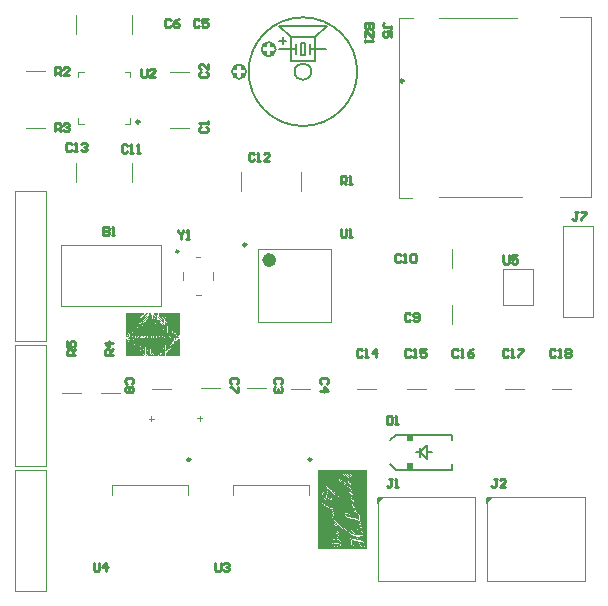
<source format=gto>
G04*
G04 #@! TF.GenerationSoftware,Altium Limited,Altium Designer,21.1.1 (26)*
G04*
G04 Layer_Color=65535*
%FSLAX25Y25*%
%MOIN*%
G70*
G04*
G04 #@! TF.SameCoordinates,04740601-0AD8-466E-96FA-1E4AED34599A*
G04*
G04*
G04 #@! TF.FilePolarity,Positive*
G04*
G01*
G75*
%ADD10C,0.00984*%
%ADD11C,0.02362*%
%ADD12C,0.01000*%
%ADD13C,0.00315*%
%ADD14C,0.00787*%
%ADD15C,0.00394*%
%ADD16R,0.02362X0.02362*%
%ADD17R,0.01528X0.01469*%
G36*
X48931Y93170D02*
Y93132D01*
X48893D01*
Y93170D01*
X48855D01*
Y93208D01*
X48931D01*
Y93170D01*
D02*
G37*
G36*
X49237D02*
Y93132D01*
Y93094D01*
X49199D01*
Y93132D01*
X49160D01*
Y93170D01*
X49122D01*
Y93208D01*
X49237D01*
Y93170D01*
D02*
G37*
G36*
X48778D02*
Y93132D01*
Y93094D01*
Y93055D01*
X48702D01*
Y93094D01*
X48664D01*
Y93132D01*
X48625D01*
Y93170D01*
X48587D01*
Y93208D01*
X48778D01*
Y93170D01*
D02*
G37*
G36*
X47517D02*
Y93132D01*
Y93094D01*
Y93055D01*
X47479D01*
Y93094D01*
X47441D01*
Y93132D01*
Y93170D01*
Y93208D01*
X47517D01*
Y93170D01*
D02*
G37*
G36*
X49046D02*
X49084D01*
Y93132D01*
Y93094D01*
X49046D01*
Y93055D01*
X49084D01*
Y93017D01*
X49007D01*
Y93055D01*
Y93094D01*
Y93132D01*
Y93170D01*
Y93208D01*
X49046D01*
Y93170D01*
D02*
G37*
G36*
X47670D02*
Y93132D01*
Y93094D01*
Y93055D01*
Y93017D01*
Y92979D01*
Y92941D01*
X47594D01*
Y92979D01*
X47556D01*
Y93017D01*
Y93055D01*
Y93094D01*
Y93132D01*
Y93170D01*
Y93208D01*
X47670D01*
Y93170D01*
D02*
G37*
G36*
X45683D02*
Y93132D01*
Y93094D01*
Y93055D01*
X45645D01*
Y93017D01*
X45607D01*
Y92979D01*
X45569D01*
Y92941D01*
X45531D01*
Y92979D01*
Y93017D01*
Y93055D01*
Y93094D01*
Y93132D01*
Y93170D01*
Y93208D01*
X45683D01*
Y93170D01*
D02*
G37*
G36*
X46295D02*
X46256D01*
Y93132D01*
X46218D01*
Y93094D01*
X46180D01*
Y93055D01*
X46142D01*
Y93017D01*
Y92979D01*
X46104D01*
Y92941D01*
X46065D01*
Y92902D01*
X46027D01*
Y92941D01*
Y92979D01*
Y93017D01*
Y93055D01*
Y93094D01*
Y93132D01*
X46065D01*
Y93170D01*
X46104D01*
Y93208D01*
X46295D01*
Y93170D01*
D02*
G37*
G36*
X48855Y93094D02*
X48893D01*
Y93055D01*
X48931D01*
Y93017D01*
Y92979D01*
Y92941D01*
Y92902D01*
Y92864D01*
X48893D01*
Y92902D01*
X48855D01*
Y92941D01*
X48816D01*
Y92979D01*
Y93017D01*
Y93055D01*
Y93094D01*
Y93132D01*
X48855D01*
Y93094D01*
D02*
G37*
G36*
X46600Y93170D02*
X46562D01*
Y93132D01*
X46524D01*
Y93094D01*
X46486D01*
Y93055D01*
X46448D01*
Y93017D01*
X46409D01*
Y92979D01*
X46371D01*
Y92941D01*
X46333D01*
Y92902D01*
X46295D01*
Y92864D01*
X46256D01*
Y92826D01*
X46218D01*
Y92864D01*
Y92902D01*
Y92941D01*
Y92979D01*
X46256D01*
Y93017D01*
Y93055D01*
X46333D01*
Y93094D01*
X46371D01*
Y93132D01*
X46409D01*
Y93170D01*
Y93208D01*
X46600D01*
Y93170D01*
D02*
G37*
G36*
X49390Y93094D02*
X49428D01*
Y93055D01*
X49466D01*
Y93017D01*
X49504D01*
Y92979D01*
X49542D01*
Y92941D01*
X49581D01*
Y92902D01*
X49619D01*
Y92864D01*
X49657D01*
Y92826D01*
Y92788D01*
Y92750D01*
X49619D01*
Y92788D01*
X49581D01*
Y92826D01*
X49542D01*
Y92864D01*
X49504D01*
Y92902D01*
X49466D01*
Y92941D01*
X49428D01*
Y92979D01*
X49390D01*
Y93017D01*
X49351D01*
Y93055D01*
X49313D01*
Y93094D01*
Y93132D01*
X49390D01*
Y93094D01*
D02*
G37*
G36*
X46142Y92826D02*
Y92788D01*
Y92750D01*
Y92711D01*
X46104D01*
Y92673D01*
X46027D01*
Y92711D01*
Y92750D01*
Y92788D01*
X46065D01*
Y92826D01*
X46104D01*
Y92864D01*
X46142D01*
Y92826D01*
D02*
G37*
G36*
X49160Y93055D02*
X49199D01*
Y93017D01*
X49237D01*
Y92979D01*
X49275D01*
Y92941D01*
X49313D01*
Y92902D01*
X49351D01*
Y92864D01*
X49390D01*
Y92826D01*
X49466D01*
Y92788D01*
X49504D01*
Y92750D01*
Y92711D01*
Y92673D01*
Y92635D01*
X49466D01*
Y92673D01*
X49428D01*
Y92711D01*
X49390D01*
Y92750D01*
X49351D01*
Y92788D01*
X49313D01*
Y92826D01*
X49275D01*
Y92864D01*
X49237D01*
Y92902D01*
X49199D01*
Y92941D01*
X49160D01*
Y92979D01*
X49122D01*
Y93017D01*
Y93055D01*
Y93094D01*
X49160D01*
Y93055D01*
D02*
G37*
G36*
X48473Y93170D02*
X48511D01*
Y93132D01*
X48549D01*
Y93094D01*
X48625D01*
Y93055D01*
X48664D01*
Y93017D01*
X48702D01*
Y92979D01*
X48740D01*
Y92941D01*
X48778D01*
Y92902D01*
Y92864D01*
Y92826D01*
Y92788D01*
Y92750D01*
Y92711D01*
Y92673D01*
Y92635D01*
X48740D01*
Y92673D01*
X48664D01*
Y92711D01*
X48625D01*
Y92750D01*
X48587D01*
Y92788D01*
X48549D01*
Y92826D01*
X48511D01*
Y92864D01*
X48473D01*
Y92902D01*
X48434D01*
Y92941D01*
X48396D01*
Y92979D01*
X48358D01*
Y93017D01*
X48320D01*
Y93055D01*
X48282D01*
Y93094D01*
X48243D01*
Y93132D01*
X48205D01*
Y93170D01*
X48167D01*
Y93208D01*
X48473D01*
Y93170D01*
D02*
G37*
G36*
X46791D02*
X46753D01*
Y93132D01*
X46715D01*
Y93094D01*
X46677D01*
Y93055D01*
X46639D01*
Y93017D01*
X46600D01*
Y92979D01*
X46562D01*
Y92941D01*
X46524D01*
Y92902D01*
X46486D01*
Y92864D01*
X46448D01*
Y92826D01*
X46409D01*
Y92788D01*
X46371D01*
Y92750D01*
X46333D01*
Y92711D01*
X46295D01*
Y92673D01*
X46256D01*
Y92635D01*
X46218D01*
Y92673D01*
Y92711D01*
Y92750D01*
X46256D01*
Y92788D01*
X46295D01*
Y92826D01*
X46333D01*
Y92864D01*
X46371D01*
Y92902D01*
X46409D01*
Y92941D01*
X46448D01*
Y92979D01*
X46486D01*
Y93017D01*
X46524D01*
Y93055D01*
X46562D01*
Y93094D01*
X46600D01*
Y93132D01*
X46639D01*
Y93170D01*
X46677D01*
Y93208D01*
X46791D01*
Y93170D01*
D02*
G37*
G36*
X46027D02*
X45989D01*
Y93132D01*
Y93094D01*
Y93055D01*
Y93017D01*
Y92979D01*
Y92941D01*
Y92902D01*
Y92864D01*
Y92826D01*
X45951D01*
Y92788D01*
X45913D01*
Y92750D01*
X45874D01*
Y92711D01*
X45836D01*
Y92673D01*
X45798D01*
Y92635D01*
X45760D01*
Y92673D01*
Y92711D01*
Y92750D01*
Y92788D01*
Y92826D01*
Y92864D01*
Y92902D01*
Y92941D01*
Y92979D01*
Y93017D01*
Y93055D01*
Y93094D01*
Y93132D01*
X45798D01*
Y93170D01*
X45836D01*
Y93208D01*
X46027D01*
Y93170D01*
D02*
G37*
G36*
X49619Y92673D02*
X49657D01*
Y92635D01*
Y92597D01*
Y92559D01*
X49695D01*
Y92520D01*
Y92482D01*
X49619D01*
Y92520D01*
X49581D01*
Y92559D01*
Y92597D01*
Y92635D01*
Y92673D01*
Y92711D01*
X49619D01*
Y92673D01*
D02*
G37*
G36*
X49046Y92902D02*
X49084D01*
Y92864D01*
X49160D01*
Y92826D01*
X49199D01*
Y92788D01*
X49237D01*
Y92750D01*
X49275D01*
Y92711D01*
X49313D01*
Y92673D01*
X49351D01*
Y92635D01*
Y92597D01*
Y92559D01*
Y92520D01*
Y92482D01*
Y92444D01*
X49313D01*
Y92482D01*
X49275D01*
Y92520D01*
X49237D01*
Y92559D01*
Y92597D01*
X49199D01*
Y92635D01*
X49160D01*
Y92673D01*
X49084D01*
Y92711D01*
X49046D01*
Y92750D01*
X49007D01*
Y92788D01*
Y92826D01*
Y92864D01*
Y92902D01*
Y92941D01*
X49046D01*
Y92902D01*
D02*
G37*
G36*
X49466Y92520D02*
X49504D01*
Y92482D01*
Y92444D01*
Y92406D01*
Y92368D01*
Y92329D01*
Y92291D01*
X49466D01*
Y92329D01*
X49428D01*
Y92368D01*
X49390D01*
Y92406D01*
Y92444D01*
Y92482D01*
Y92520D01*
Y92559D01*
X49466D01*
Y92520D01*
D02*
G37*
G36*
X47365Y93170D02*
Y93132D01*
Y93094D01*
Y93055D01*
Y93017D01*
Y92979D01*
Y92941D01*
Y92902D01*
Y92864D01*
Y92826D01*
Y92788D01*
Y92750D01*
Y92711D01*
Y92673D01*
Y92635D01*
Y92597D01*
X47326D01*
Y92559D01*
Y92520D01*
X47365D01*
Y92559D01*
X47403D01*
Y92597D01*
X47441D01*
Y92635D01*
Y92673D01*
Y92711D01*
Y92750D01*
Y92788D01*
Y92826D01*
Y92864D01*
Y92902D01*
Y92941D01*
Y92979D01*
X47479D01*
Y92941D01*
X47517D01*
Y92902D01*
Y92864D01*
Y92826D01*
Y92788D01*
Y92750D01*
Y92711D01*
Y92673D01*
Y92635D01*
Y92597D01*
Y92559D01*
Y92520D01*
Y92482D01*
Y92444D01*
Y92406D01*
Y92368D01*
Y92329D01*
Y92291D01*
X47479D01*
Y92329D01*
X47441D01*
Y92368D01*
X47403D01*
Y92406D01*
X47365D01*
Y92444D01*
X47326D01*
Y92482D01*
Y92520D01*
X47250D01*
Y92559D01*
Y92597D01*
X47288D01*
Y92635D01*
Y92673D01*
Y92711D01*
Y92750D01*
Y92788D01*
Y92826D01*
Y92864D01*
Y92902D01*
Y92941D01*
Y92979D01*
Y93017D01*
Y93055D01*
Y93094D01*
Y93132D01*
Y93170D01*
Y93208D01*
X47365D01*
Y93170D01*
D02*
G37*
G36*
X48893Y92788D02*
X48931D01*
Y92750D01*
Y92711D01*
X48969D01*
Y92673D01*
X49007D01*
Y92635D01*
X49046D01*
Y92597D01*
X49084D01*
Y92559D01*
X49122D01*
Y92520D01*
X49160D01*
Y92482D01*
X49199D01*
Y92444D01*
Y92406D01*
Y92368D01*
Y92329D01*
Y92291D01*
Y92253D01*
Y92215D01*
X49160D01*
Y92253D01*
X49122D01*
Y92291D01*
X49084D01*
Y92329D01*
X49046D01*
Y92368D01*
X49007D01*
Y92406D01*
X48969D01*
Y92444D01*
X48931D01*
Y92482D01*
X48893D01*
Y92520D01*
X48855D01*
Y92559D01*
X48816D01*
Y92597D01*
Y92635D01*
Y92673D01*
Y92711D01*
Y92750D01*
Y92788D01*
Y92826D01*
X48893D01*
Y92788D01*
D02*
G37*
G36*
X47594Y92826D02*
X47632D01*
Y92788D01*
X47670D01*
Y92750D01*
Y92711D01*
Y92673D01*
Y92635D01*
Y92597D01*
Y92559D01*
Y92520D01*
Y92482D01*
Y92444D01*
Y92406D01*
Y92368D01*
Y92329D01*
Y92291D01*
Y92253D01*
Y92215D01*
Y92177D01*
X47594D01*
Y92215D01*
X47556D01*
Y92253D01*
Y92291D01*
Y92329D01*
Y92368D01*
Y92406D01*
Y92444D01*
Y92482D01*
Y92520D01*
Y92559D01*
Y92597D01*
Y92635D01*
Y92673D01*
Y92711D01*
Y92750D01*
Y92788D01*
Y92826D01*
Y92864D01*
X47594D01*
Y92826D01*
D02*
G37*
G36*
X49313Y92329D02*
X49351D01*
Y92291D01*
Y92253D01*
Y92215D01*
Y92177D01*
Y92138D01*
Y92100D01*
Y92062D01*
X49275D01*
Y92100D01*
Y92138D01*
X49237D01*
Y92177D01*
Y92215D01*
Y92253D01*
Y92291D01*
Y92329D01*
Y92368D01*
X49313D01*
Y92329D01*
D02*
G37*
G36*
X46142Y92597D02*
Y92559D01*
Y92520D01*
Y92482D01*
Y92444D01*
Y92406D01*
Y92368D01*
Y92329D01*
Y92291D01*
Y92253D01*
X46104D01*
Y92215D01*
X46065D01*
Y92177D01*
X46027D01*
Y92138D01*
X45989D01*
Y92100D01*
X45951D01*
Y92062D01*
X45874D01*
Y92024D01*
X45836D01*
Y92062D01*
Y92100D01*
Y92138D01*
Y92177D01*
Y92215D01*
Y92253D01*
Y92291D01*
Y92329D01*
X45874D01*
Y92368D01*
X45913D01*
Y92406D01*
X45951D01*
Y92444D01*
X45989D01*
Y92482D01*
X46027D01*
Y92520D01*
Y92559D01*
X46065D01*
Y92597D01*
X46104D01*
Y92635D01*
X46142D01*
Y92597D01*
D02*
G37*
G36*
X47097Y93170D02*
Y93132D01*
Y93094D01*
Y93055D01*
Y93017D01*
Y92979D01*
Y92941D01*
Y92902D01*
Y92864D01*
Y92826D01*
Y92788D01*
Y92750D01*
Y92711D01*
X47059D01*
Y92673D01*
X47021D01*
Y92635D01*
X46982D01*
Y92597D01*
X46906D01*
Y92559D01*
X46868D01*
Y92520D01*
X46830D01*
Y92482D01*
X46791D01*
Y92444D01*
X46753D01*
Y92406D01*
X46715D01*
Y92368D01*
X46677D01*
Y92329D01*
X46639D01*
Y92291D01*
X46600D01*
Y92253D01*
X46562D01*
Y92215D01*
X46524D01*
Y92177D01*
X46486D01*
Y92138D01*
X46448D01*
Y92100D01*
X46409D01*
Y92062D01*
X46371D01*
Y92024D01*
X46333D01*
Y91985D01*
X46295D01*
Y91947D01*
X46256D01*
Y91985D01*
Y92024D01*
Y92062D01*
Y92100D01*
Y92138D01*
Y92177D01*
Y92215D01*
Y92253D01*
Y92291D01*
Y92329D01*
Y92368D01*
Y92406D01*
Y92444D01*
Y92482D01*
Y92520D01*
Y92559D01*
X46295D01*
Y92597D01*
X46333D01*
Y92635D01*
X46371D01*
Y92673D01*
X46409D01*
Y92711D01*
X46448D01*
Y92750D01*
X46486D01*
Y92788D01*
X46524D01*
Y92826D01*
X46562D01*
Y92864D01*
X46600D01*
Y92902D01*
X46639D01*
Y92941D01*
X46677D01*
Y92979D01*
X46715D01*
Y93017D01*
X46753D01*
Y93055D01*
X46791D01*
Y93094D01*
X46830D01*
Y93132D01*
X46868D01*
Y93170D01*
X46906D01*
Y93208D01*
X47097D01*
Y93170D01*
D02*
G37*
G36*
X47174D02*
Y93132D01*
Y93094D01*
Y93055D01*
Y93017D01*
Y92979D01*
Y92941D01*
Y92902D01*
Y92864D01*
Y92826D01*
Y92788D01*
Y92750D01*
Y92711D01*
Y92673D01*
Y92635D01*
Y92597D01*
X47135D01*
Y92559D01*
X47097D01*
Y92520D01*
X47059D01*
Y92482D01*
X47021D01*
Y92444D01*
X46982D01*
Y92406D01*
X46944D01*
Y92368D01*
X46906D01*
Y92329D01*
X46868D01*
Y92291D01*
X46830D01*
Y92253D01*
X46791D01*
Y92215D01*
X46753D01*
Y92177D01*
X46715D01*
Y92138D01*
X46677D01*
Y92100D01*
X46639D01*
Y92062D01*
X46600D01*
Y92024D01*
X46562D01*
Y91985D01*
X46524D01*
Y91947D01*
X46486D01*
Y91909D01*
X46448D01*
Y91871D01*
X46409D01*
Y91833D01*
X46371D01*
Y91794D01*
X46333D01*
Y91756D01*
X46256D01*
Y91794D01*
Y91833D01*
Y91871D01*
X46295D01*
Y91909D01*
X46333D01*
Y91947D01*
X46371D01*
Y91985D01*
X46409D01*
Y92024D01*
X46448D01*
Y92062D01*
X46486D01*
Y92100D01*
X46524D01*
Y92138D01*
X46562D01*
Y92177D01*
X46600D01*
Y92215D01*
X46639D01*
Y92253D01*
X46677D01*
Y92291D01*
X46715D01*
Y92329D01*
X46791D01*
Y92368D01*
Y92406D01*
X46868D01*
Y92444D01*
X46906D01*
Y92482D01*
X46944D01*
Y92520D01*
X46982D01*
Y92559D01*
X47021D01*
Y92597D01*
X47059D01*
Y92635D01*
X47097D01*
Y92673D01*
X47135D01*
Y92711D01*
Y92750D01*
Y92788D01*
Y92826D01*
Y92864D01*
Y92902D01*
Y92941D01*
Y92979D01*
Y93017D01*
Y93055D01*
Y93094D01*
Y93132D01*
Y93170D01*
Y93208D01*
X47174D01*
Y93170D01*
D02*
G37*
G36*
X47785Y91909D02*
X47823D01*
Y91871D01*
X47861D01*
Y91833D01*
X47899D01*
Y91794D01*
X47938D01*
Y91756D01*
X47976D01*
Y91718D01*
Y91680D01*
Y91641D01*
Y91603D01*
Y91565D01*
X47938D01*
Y91603D01*
X47899D01*
Y91641D01*
X47861D01*
Y91680D01*
X47823D01*
Y91718D01*
X47785D01*
Y91756D01*
X47747D01*
Y91794D01*
X47708D01*
Y91833D01*
Y91871D01*
Y91909D01*
Y91947D01*
X47785D01*
Y91909D01*
D02*
G37*
G36*
X47212Y92482D02*
Y92444D01*
X47174D01*
Y92406D01*
X47135D01*
Y92368D01*
X47097D01*
Y92329D01*
X47059D01*
Y92291D01*
X47021D01*
Y92253D01*
X46982D01*
Y92215D01*
X46944D01*
Y92177D01*
X46906D01*
Y92138D01*
X46868D01*
Y92100D01*
X46830D01*
Y92062D01*
X46791D01*
Y92024D01*
X46753D01*
Y91985D01*
X46715D01*
Y91947D01*
X46677D01*
Y91909D01*
X46639D01*
Y91871D01*
X46600D01*
Y91833D01*
X46562D01*
Y91794D01*
X46524D01*
Y91756D01*
X46486D01*
Y91718D01*
X46448D01*
Y91680D01*
X46409D01*
Y91641D01*
X46371D01*
Y91603D01*
X46333D01*
Y91565D01*
X46256D01*
Y91603D01*
Y91641D01*
X46295D01*
Y91680D01*
X46333D01*
Y91718D01*
X46371D01*
Y91756D01*
X46409D01*
Y91794D01*
X46448D01*
Y91833D01*
X46486D01*
Y91871D01*
X46524D01*
Y91909D01*
X46562D01*
Y91947D01*
X46600D01*
Y91985D01*
X46639D01*
Y92024D01*
X46677D01*
Y92062D01*
X46715D01*
Y92100D01*
X46753D01*
Y92138D01*
X46791D01*
Y92177D01*
X46830D01*
Y92215D01*
X46868D01*
Y92253D01*
X46906D01*
Y92291D01*
X46944D01*
Y92329D01*
X47021D01*
Y92368D01*
Y92406D01*
X47097D01*
Y92444D01*
X47135D01*
Y92482D01*
X47174D01*
Y92520D01*
X47212D01*
Y92482D01*
D02*
G37*
G36*
X45989Y92673D02*
Y92635D01*
Y92597D01*
Y92559D01*
X45951D01*
Y92520D01*
X45913D01*
Y92482D01*
X45874D01*
Y92444D01*
X45836D01*
Y92406D01*
X45798D01*
Y92368D01*
X45760D01*
Y92329D01*
Y92291D01*
X45722D01*
Y92253D01*
X45683D01*
Y92215D01*
X45645D01*
Y92177D01*
X45607D01*
Y92138D01*
X45569D01*
Y92100D01*
X45531D01*
Y92062D01*
X45492D01*
Y92024D01*
X45454D01*
Y91985D01*
X45416D01*
Y91947D01*
X45378D01*
Y91909D01*
X45339D01*
Y91871D01*
X45301D01*
Y91833D01*
X45263D01*
Y91794D01*
X45225D01*
Y91756D01*
X45187D01*
Y91718D01*
X45148D01*
Y91680D01*
X45110D01*
Y91641D01*
X45072D01*
Y91603D01*
X45034D01*
Y91565D01*
X44995D01*
Y91603D01*
Y91641D01*
Y91680D01*
Y91718D01*
Y91756D01*
Y91794D01*
X45072D01*
Y91833D01*
Y91871D01*
X45110D01*
Y91909D01*
X45187D01*
Y91947D01*
X45225D01*
Y91985D01*
Y92024D01*
X45301D01*
Y92062D01*
X45339D01*
Y92100D01*
Y92138D01*
X45378D01*
Y92177D01*
X45454D01*
Y92215D01*
X45492D01*
Y92253D01*
Y92291D01*
X45569D01*
Y92329D01*
X45607D01*
Y92368D01*
Y92406D01*
X45683D01*
Y92444D01*
X45722D01*
Y92482D01*
Y92520D01*
X45760D01*
Y92559D01*
X45836D01*
Y92597D01*
X45874D01*
Y92635D01*
Y92673D01*
X45951D01*
Y92711D01*
X45989D01*
Y92673D01*
D02*
G37*
G36*
X49466Y91794D02*
X49504D01*
Y91756D01*
X49542D01*
Y91718D01*
X49581D01*
Y91680D01*
X49619D01*
Y91641D01*
X49657D01*
Y91603D01*
X49695D01*
Y91565D01*
X49733D01*
Y91527D01*
X49772D01*
Y91489D01*
Y91451D01*
Y91412D01*
X49733D01*
Y91451D01*
X49695D01*
Y91489D01*
X49657D01*
Y91527D01*
X49619D01*
Y91565D01*
X49581D01*
Y91603D01*
X49542D01*
Y91641D01*
X49504D01*
Y91680D01*
X49466D01*
Y91718D01*
X49428D01*
Y91756D01*
X49390D01*
Y91794D01*
Y91833D01*
X49466D01*
Y91794D01*
D02*
G37*
G36*
X46218Y92215D02*
Y92177D01*
Y92138D01*
Y92100D01*
Y92062D01*
Y92024D01*
Y91985D01*
Y91947D01*
Y91909D01*
Y91871D01*
X46180D01*
Y91833D01*
X46142D01*
Y91794D01*
X46104D01*
Y91756D01*
X46065D01*
Y91718D01*
X46027D01*
Y91680D01*
X45989D01*
Y91641D01*
X45951D01*
Y91603D01*
X45913D01*
Y91565D01*
X45874D01*
Y91527D01*
X45836D01*
Y91489D01*
X45798D01*
Y91451D01*
X45760D01*
Y91412D01*
X45722D01*
Y91374D01*
X45683D01*
Y91336D01*
X45607D01*
Y91374D01*
Y91412D01*
Y91451D01*
Y91489D01*
Y91527D01*
Y91565D01*
Y91603D01*
Y91641D01*
Y91680D01*
X45645D01*
Y91718D01*
Y91756D01*
X45683D01*
Y91794D01*
X45760D01*
Y91833D01*
X45798D01*
Y91871D01*
X45836D01*
Y91909D01*
X45874D01*
Y91947D01*
X45913D01*
Y91985D01*
X45951D01*
Y92024D01*
X45989D01*
Y92062D01*
X46027D01*
Y92100D01*
X46065D01*
Y92138D01*
X46104D01*
Y92177D01*
X46142D01*
Y92215D01*
X46180D01*
Y92253D01*
X46218D01*
Y92215D01*
D02*
G37*
G36*
X45683Y92941D02*
Y92902D01*
Y92864D01*
Y92826D01*
Y92788D01*
Y92750D01*
Y92711D01*
Y92673D01*
Y92635D01*
Y92597D01*
Y92559D01*
X45645D01*
Y92520D01*
X45607D01*
Y92482D01*
X45569D01*
Y92444D01*
X45531D01*
Y92406D01*
X45492D01*
Y92368D01*
X45454D01*
Y92329D01*
X45416D01*
Y92291D01*
X45378D01*
Y92253D01*
X45339D01*
Y92215D01*
X45301D01*
Y92177D01*
X45263D01*
Y92138D01*
X45225D01*
Y92100D01*
X45187D01*
Y92062D01*
X45148D01*
Y92024D01*
X45110D01*
Y91985D01*
X45072D01*
Y91947D01*
X45034D01*
Y91909D01*
X44995D01*
Y91871D01*
X44957D01*
Y91833D01*
X44919D01*
Y91794D01*
X44881D01*
Y91756D01*
X44843D01*
Y91718D01*
X44804D01*
Y91680D01*
X44766D01*
Y91641D01*
X44728D01*
Y91603D01*
X44690D01*
Y91565D01*
X44652D01*
Y91527D01*
X44613D01*
Y91489D01*
X44575D01*
Y91451D01*
X44537D01*
Y91412D01*
X44499D01*
Y91374D01*
X44461D01*
Y91336D01*
X44422D01*
Y91298D01*
X44384D01*
Y91336D01*
Y91374D01*
Y91412D01*
Y91451D01*
Y91489D01*
Y91527D01*
Y91565D01*
Y91603D01*
Y91641D01*
Y91680D01*
Y91718D01*
X44422D01*
Y91756D01*
X44461D01*
Y91794D01*
X44499D01*
Y91833D01*
X44537D01*
Y91871D01*
X44575D01*
Y91909D01*
X44613D01*
Y91947D01*
X44652D01*
Y91985D01*
X44690D01*
Y92024D01*
X44728D01*
Y92062D01*
X44766D01*
Y92100D01*
X44804D01*
Y92138D01*
X44843D01*
Y92177D01*
X44881D01*
Y92215D01*
X44919D01*
Y92253D01*
X44957D01*
Y92291D01*
X44995D01*
Y92329D01*
X45034D01*
Y92368D01*
X45072D01*
Y92406D01*
X45110D01*
Y92444D01*
X45148D01*
Y92482D01*
X45187D01*
Y92520D01*
X45225D01*
Y92559D01*
X45263D01*
Y92597D01*
X45301D01*
Y92635D01*
X45339D01*
Y92673D01*
X45378D01*
Y92711D01*
X45416D01*
Y92750D01*
X45454D01*
Y92788D01*
X45492D01*
Y92826D01*
X45531D01*
Y92864D01*
X45569D01*
Y92902D01*
X45607D01*
Y92941D01*
X45645D01*
Y92979D01*
X45683D01*
Y92941D01*
D02*
G37*
G36*
X49619Y92024D02*
X49657D01*
Y91985D01*
X49695D01*
Y91947D01*
X49733D01*
Y91909D01*
X49772D01*
Y91871D01*
X49810D01*
Y91833D01*
X49848D01*
Y91794D01*
X49886D01*
Y91756D01*
X49925D01*
Y91718D01*
X49963D01*
Y91680D01*
X50001D01*
Y91641D01*
X50039D01*
Y91603D01*
X50077D01*
Y91565D01*
X50116D01*
Y91527D01*
X50154D01*
Y91489D01*
X50192D01*
Y91451D01*
X50230D01*
Y91412D01*
X50269D01*
Y91374D01*
X50307D01*
Y91336D01*
X50345D01*
Y91298D01*
Y91259D01*
X50307D01*
Y91298D01*
X50269D01*
Y91336D01*
X50230D01*
Y91374D01*
X50192D01*
Y91412D01*
X50154D01*
Y91451D01*
X50116D01*
Y91489D01*
X50077D01*
Y91527D01*
X50039D01*
Y91565D01*
X50001D01*
Y91603D01*
X49963D01*
Y91641D01*
X49925D01*
Y91680D01*
X49886D01*
Y91718D01*
X49848D01*
Y91756D01*
X49810D01*
Y91794D01*
X49772D01*
Y91833D01*
X49733D01*
Y91871D01*
X49695D01*
Y91909D01*
X49657D01*
Y91947D01*
X49619D01*
Y91985D01*
X49581D01*
Y92024D01*
Y92062D01*
X49619D01*
Y92024D01*
D02*
G37*
G36*
X45454Y93132D02*
Y93094D01*
Y93055D01*
Y93017D01*
Y92979D01*
Y92941D01*
Y92902D01*
Y92864D01*
Y92826D01*
X45378D01*
Y92788D01*
X45339D01*
Y92750D01*
X45301D01*
Y92711D01*
X45263D01*
Y92673D01*
X45225D01*
Y92635D01*
X45187D01*
Y92597D01*
X45148D01*
Y92559D01*
X45110D01*
Y92520D01*
X45072D01*
Y92482D01*
X45034D01*
Y92444D01*
X44995D01*
Y92406D01*
X44957D01*
Y92368D01*
X44919D01*
Y92329D01*
X44881D01*
Y92291D01*
X44843D01*
Y92253D01*
X44804D01*
Y92215D01*
X44766D01*
Y92177D01*
X44728D01*
Y92138D01*
X44690D01*
Y92100D01*
X44652D01*
Y92062D01*
X44613D01*
Y92024D01*
X44575D01*
Y91985D01*
X44537D01*
Y91947D01*
X44499D01*
Y91909D01*
X44461D01*
Y91871D01*
X44422D01*
Y91833D01*
X44384D01*
Y91794D01*
X44346D01*
Y91756D01*
X44308D01*
Y91718D01*
X44269D01*
Y91680D01*
X44231D01*
Y91641D01*
X44193D01*
Y91603D01*
X44155D01*
Y91565D01*
X44117D01*
Y91527D01*
X44078D01*
Y91489D01*
X44040D01*
Y91451D01*
X44002D01*
Y91412D01*
X43964D01*
Y91374D01*
X43926D01*
Y91336D01*
X43887D01*
Y91298D01*
X43849D01*
Y91259D01*
X43773D01*
Y91298D01*
Y91336D01*
Y91374D01*
Y91412D01*
Y91451D01*
Y91489D01*
Y91527D01*
X43811D01*
Y91565D01*
X43849D01*
Y91603D01*
X43887D01*
Y91641D01*
X43926D01*
Y91680D01*
X43964D01*
Y91718D01*
X44002D01*
Y91756D01*
X44040D01*
Y91794D01*
X44078D01*
Y91833D01*
X44117D01*
Y91871D01*
X44155D01*
Y91909D01*
X44193D01*
Y91947D01*
X44231D01*
Y91985D01*
X44269D01*
Y92024D01*
X44308D01*
Y92062D01*
X44346D01*
Y92100D01*
X44384D01*
Y92138D01*
X44422D01*
Y92177D01*
X44461D01*
Y92215D01*
X44499D01*
Y92253D01*
X44537D01*
Y92291D01*
X44575D01*
Y92329D01*
X44613D01*
Y92368D01*
X44652D01*
Y92406D01*
X44690D01*
Y92444D01*
X44728D01*
Y92482D01*
X44766D01*
Y92520D01*
X44804D01*
Y92559D01*
X44843D01*
Y92597D01*
X44881D01*
Y92635D01*
X44919D01*
Y92673D01*
X44957D01*
Y92711D01*
X44995D01*
Y92750D01*
X45034D01*
Y92788D01*
X45072D01*
Y92826D01*
X45110D01*
Y92864D01*
X45148D01*
Y92902D01*
X45187D01*
Y92941D01*
X45225D01*
Y92979D01*
X45263D01*
Y93017D01*
X45301D01*
Y93055D01*
X45339D01*
Y93094D01*
X45378D01*
Y93132D01*
X45416D01*
Y93170D01*
X45454D01*
Y93132D01*
D02*
G37*
G36*
X49313Y91947D02*
X49351D01*
Y91909D01*
Y91871D01*
Y91833D01*
Y91794D01*
Y91756D01*
Y91718D01*
X49390D01*
Y91680D01*
X49428D01*
Y91641D01*
X49466D01*
Y91603D01*
X49504D01*
Y91565D01*
X49542D01*
Y91527D01*
X49581D01*
Y91489D01*
X49619D01*
Y91451D01*
X49657D01*
Y91412D01*
X49695D01*
Y91374D01*
X49733D01*
Y91336D01*
X49772D01*
Y91298D01*
Y91259D01*
Y91221D01*
Y91183D01*
X49733D01*
Y91221D01*
X49695D01*
Y91259D01*
X49657D01*
Y91298D01*
X49619D01*
Y91336D01*
X49581D01*
Y91374D01*
X49542D01*
Y91412D01*
X49504D01*
Y91451D01*
X49466D01*
Y91489D01*
X49428D01*
Y91527D01*
X49351D01*
Y91565D01*
X49313D01*
Y91603D01*
X49275D01*
Y91641D01*
Y91680D01*
X49237D01*
Y91718D01*
Y91756D01*
Y91794D01*
Y91833D01*
Y91871D01*
Y91909D01*
Y91947D01*
Y91985D01*
X49313D01*
Y91947D01*
D02*
G37*
G36*
X45760Y92177D02*
Y92138D01*
Y92100D01*
Y92062D01*
Y92024D01*
X45722D01*
Y91985D01*
Y91947D01*
X45683D01*
Y91909D01*
X45645D01*
Y91871D01*
X45607D01*
Y91833D01*
X45569D01*
Y91794D01*
Y91756D01*
Y91718D01*
X45531D01*
Y91680D01*
X45492D01*
Y91641D01*
X45454D01*
Y91603D01*
X45416D01*
Y91565D01*
X45378D01*
Y91527D01*
X45339D01*
Y91489D01*
X45301D01*
Y91451D01*
X45263D01*
Y91412D01*
X45225D01*
Y91374D01*
X45187D01*
Y91336D01*
X45148D01*
Y91298D01*
X45110D01*
Y91259D01*
X45072D01*
Y91221D01*
X45034D01*
Y91183D01*
X44995D01*
Y91221D01*
Y91259D01*
Y91298D01*
Y91336D01*
Y91374D01*
Y91412D01*
Y91451D01*
Y91489D01*
X45034D01*
Y91527D01*
X45072D01*
Y91565D01*
X45110D01*
Y91603D01*
X45148D01*
Y91641D01*
X45187D01*
Y91680D01*
X45225D01*
Y91718D01*
X45263D01*
Y91756D01*
X45301D01*
Y91794D01*
X45339D01*
Y91833D01*
X45378D01*
Y91871D01*
X45416D01*
Y91909D01*
X45454D01*
Y91947D01*
X45492D01*
Y91985D01*
X45531D01*
Y92024D01*
X45569D01*
Y92062D01*
X45607D01*
Y92100D01*
X45645D01*
Y92138D01*
X45683D01*
Y92177D01*
X45722D01*
Y92215D01*
X45760D01*
Y92177D01*
D02*
G37*
G36*
X46218Y91756D02*
Y91718D01*
Y91680D01*
Y91641D01*
X46180D01*
Y91603D01*
X46142D01*
Y91565D01*
X46104D01*
Y91527D01*
X46065D01*
Y91489D01*
X46027D01*
Y91451D01*
X45989D01*
Y91412D01*
X45951D01*
Y91374D01*
X45874D01*
Y91336D01*
X45836D01*
Y91298D01*
X45798D01*
Y91259D01*
X45760D01*
Y91221D01*
X45722D01*
Y91183D01*
X45683D01*
Y91145D01*
X45645D01*
Y91107D01*
X45607D01*
Y91145D01*
Y91183D01*
Y91221D01*
X45645D01*
Y91259D01*
X45683D01*
Y91298D01*
X45722D01*
Y91336D01*
X45760D01*
Y91374D01*
X45798D01*
Y91412D01*
X45836D01*
Y91451D01*
X45874D01*
Y91489D01*
X45913D01*
Y91527D01*
X45951D01*
Y91565D01*
X45989D01*
Y91603D01*
X46027D01*
Y91641D01*
X46065D01*
Y91680D01*
X46104D01*
Y91718D01*
X46142D01*
Y91756D01*
X46180D01*
Y91794D01*
X46218D01*
Y91756D01*
D02*
G37*
G36*
X56840Y93170D02*
Y93132D01*
Y93094D01*
Y93055D01*
Y93017D01*
Y92979D01*
Y92941D01*
Y92902D01*
Y92864D01*
Y92826D01*
Y92788D01*
Y92750D01*
Y92711D01*
Y92673D01*
Y92635D01*
Y92597D01*
Y92559D01*
Y92520D01*
Y92482D01*
Y92444D01*
Y92406D01*
Y92368D01*
Y92329D01*
Y92291D01*
Y92253D01*
Y92215D01*
Y92177D01*
Y92138D01*
Y92100D01*
Y92062D01*
Y92024D01*
Y91985D01*
Y91947D01*
Y91909D01*
Y91871D01*
Y91833D01*
Y91794D01*
Y91756D01*
Y91718D01*
Y91680D01*
Y91641D01*
Y91603D01*
Y91565D01*
Y91527D01*
Y91489D01*
Y91451D01*
Y91412D01*
Y91374D01*
Y91336D01*
Y91298D01*
Y91259D01*
Y91221D01*
Y91183D01*
Y91145D01*
Y91107D01*
Y91068D01*
Y91030D01*
Y90992D01*
Y90954D01*
Y90916D01*
Y90877D01*
Y90839D01*
Y90801D01*
Y90763D01*
Y90724D01*
Y90686D01*
Y90648D01*
Y90610D01*
Y90572D01*
Y90534D01*
Y90495D01*
Y90457D01*
Y90419D01*
Y90381D01*
Y90342D01*
Y90304D01*
Y90266D01*
Y90228D01*
Y90190D01*
Y90151D01*
Y90113D01*
Y90075D01*
Y90037D01*
Y89999D01*
Y89960D01*
Y89922D01*
Y89884D01*
Y89846D01*
Y89807D01*
Y89769D01*
Y89731D01*
Y89693D01*
Y89655D01*
Y89616D01*
Y89578D01*
Y89540D01*
Y89502D01*
Y89464D01*
Y89425D01*
Y89387D01*
Y89349D01*
Y89311D01*
Y89272D01*
Y89234D01*
Y89196D01*
Y89158D01*
Y89120D01*
Y89082D01*
Y89043D01*
Y89005D01*
Y88967D01*
Y88929D01*
Y88890D01*
Y88852D01*
Y88814D01*
Y88776D01*
Y88738D01*
Y88699D01*
Y88661D01*
Y88623D01*
Y88585D01*
Y88547D01*
Y88508D01*
Y88470D01*
Y88432D01*
Y88394D01*
Y88355D01*
Y88317D01*
Y88279D01*
Y88241D01*
Y88203D01*
Y88164D01*
Y88126D01*
Y88088D01*
Y88050D01*
Y88012D01*
Y87973D01*
Y87935D01*
Y87897D01*
Y87859D01*
Y87821D01*
Y87782D01*
Y87744D01*
Y87706D01*
Y87668D01*
Y87629D01*
Y87591D01*
Y87553D01*
Y87515D01*
Y87477D01*
Y87438D01*
Y87400D01*
Y87362D01*
Y87324D01*
Y87286D01*
Y87247D01*
Y87209D01*
Y87171D01*
Y87133D01*
Y87095D01*
Y87056D01*
Y87018D01*
Y86980D01*
Y86942D01*
Y86904D01*
Y86865D01*
Y86827D01*
Y86789D01*
Y86751D01*
Y86712D01*
Y86674D01*
Y86636D01*
Y86598D01*
Y86560D01*
Y86521D01*
Y86483D01*
Y86445D01*
Y86407D01*
Y86369D01*
Y86330D01*
Y86292D01*
Y86254D01*
Y86216D01*
Y86177D01*
Y86139D01*
Y86101D01*
Y86063D01*
Y86025D01*
Y85987D01*
Y85948D01*
Y85910D01*
Y85872D01*
Y85834D01*
Y85795D01*
Y85757D01*
Y85719D01*
Y85681D01*
X56802D01*
Y85719D01*
X56764D01*
Y85757D01*
X56726D01*
Y85795D01*
X56688D01*
Y85834D01*
X56650D01*
Y85872D01*
X56611D01*
Y85910D01*
Y85948D01*
X56535D01*
Y85987D01*
X56497D01*
Y86025D01*
X56458D01*
Y86063D01*
X56420D01*
Y86101D01*
X55847D01*
Y86139D01*
X55809D01*
Y86177D01*
X55771D01*
Y86216D01*
X55732D01*
Y86254D01*
X55694D01*
Y86292D01*
X55656D01*
Y86330D01*
X55618D01*
Y86369D01*
X55580D01*
Y86407D01*
X55541D01*
Y86445D01*
X55503D01*
Y86483D01*
X55465D01*
Y86521D01*
X55427D01*
Y86560D01*
X55389D01*
Y86598D01*
X55350D01*
Y86636D01*
X55312D01*
Y86674D01*
X55274D01*
Y86712D01*
X55236D01*
Y86751D01*
X55198D01*
Y86789D01*
X55159D01*
Y86827D01*
X55121D01*
Y86865D01*
X55083D01*
Y86904D01*
X55045D01*
Y86942D01*
X55006D01*
Y86980D01*
X54968D01*
Y87018D01*
X54930D01*
Y86980D01*
X54968D01*
Y86942D01*
X55006D01*
Y86904D01*
X55045D01*
Y86865D01*
X55083D01*
Y86827D01*
X55121D01*
Y86789D01*
X55159D01*
Y86751D01*
X55198D01*
Y86712D01*
X55236D01*
Y86674D01*
X55274D01*
Y86636D01*
X55312D01*
Y86598D01*
X55350D01*
Y86560D01*
X55389D01*
Y86521D01*
X55427D01*
Y86483D01*
X55465D01*
Y86445D01*
X55503D01*
Y86407D01*
X55541D01*
Y86369D01*
X55580D01*
Y86330D01*
X55618D01*
Y86292D01*
X55656D01*
Y86254D01*
X55694D01*
Y86216D01*
X55732D01*
Y86177D01*
X55771D01*
Y86139D01*
X55809D01*
Y86101D01*
X55847D01*
Y86063D01*
X56420D01*
Y86025D01*
X56458D01*
Y85987D01*
X56497D01*
Y85948D01*
X56535D01*
Y85910D01*
X56573D01*
Y85872D01*
X56611D01*
Y85834D01*
X56650D01*
Y85795D01*
X56688D01*
Y85757D01*
X56726D01*
Y85719D01*
X56764D01*
Y85681D01*
X56802D01*
Y85643D01*
X56840D01*
Y85604D01*
X56764D01*
Y85643D01*
X56726D01*
Y85681D01*
X56688D01*
Y85719D01*
X56650D01*
Y85757D01*
X56611D01*
Y85795D01*
X56573D01*
Y85834D01*
X56535D01*
Y85872D01*
X56497D01*
Y85910D01*
X56458D01*
Y85948D01*
X55847D01*
Y85987D01*
X55809D01*
Y86025D01*
X55771D01*
Y85987D01*
Y85948D01*
X55809D01*
Y85910D01*
X56458D01*
Y85872D01*
Y85834D01*
X56535D01*
Y85795D01*
Y85757D01*
X56611D01*
Y85719D01*
Y85681D01*
X56688D01*
Y85643D01*
X56726D01*
Y85604D01*
X56764D01*
Y85566D01*
X56840D01*
Y85528D01*
X56688D01*
Y85566D01*
X56650D01*
Y85604D01*
X56611D01*
Y85643D01*
X56573D01*
Y85681D01*
X56535D01*
Y85719D01*
X56497D01*
Y85757D01*
X56458D01*
Y85795D01*
X56420D01*
Y85834D01*
X56382D01*
Y85872D01*
X56229D01*
Y85834D01*
X56382D01*
Y85795D01*
X56420D01*
Y85757D01*
X56458D01*
Y85719D01*
X56497D01*
Y85681D01*
X56535D01*
Y85643D01*
X56573D01*
Y85604D01*
X56611D01*
Y85566D01*
X56650D01*
Y85528D01*
X56688D01*
Y85490D01*
X56229D01*
Y85528D01*
X56191D01*
Y85566D01*
X56153D01*
Y85604D01*
X56115D01*
Y85643D01*
X56076D01*
Y85681D01*
Y85719D01*
Y85757D01*
X56038D01*
Y85795D01*
X55962D01*
Y85757D01*
Y85719D01*
Y85681D01*
X56038D01*
Y85643D01*
X56076D01*
Y85604D01*
X56115D01*
Y85566D01*
X56153D01*
Y85528D01*
X56191D01*
Y85490D01*
X56115D01*
Y85528D01*
X56076D01*
Y85566D01*
X56038D01*
Y85604D01*
X56000D01*
Y85643D01*
X55962D01*
Y85681D01*
X55923D01*
Y85719D01*
X55885D01*
Y85757D01*
X55847D01*
Y85795D01*
X55809D01*
Y85834D01*
X56191D01*
Y85872D01*
X55694D01*
Y85910D01*
Y85948D01*
X55656D01*
Y85987D01*
X55618D01*
Y86025D01*
X55541D01*
Y86063D01*
Y86101D01*
X55503D01*
Y86139D01*
X55465D01*
Y86177D01*
X55427D01*
Y86216D01*
X55389D01*
Y86254D01*
X55350D01*
Y86292D01*
X55312D01*
Y86330D01*
X55274D01*
Y86369D01*
X55236D01*
Y86407D01*
X55198D01*
Y86445D01*
X55159D01*
Y86483D01*
X55121D01*
Y86521D01*
X55083D01*
Y86560D01*
X55045D01*
Y86598D01*
X55006D01*
Y86636D01*
X54968D01*
Y86674D01*
X54930D01*
Y86712D01*
X55083D01*
Y86674D01*
X55121D01*
Y86636D01*
X55159D01*
Y86598D01*
X55198D01*
Y86636D01*
X55159D01*
Y86674D01*
X55121D01*
Y86712D01*
X55083D01*
Y86751D01*
X54624D01*
Y86789D01*
X54586D01*
Y86827D01*
X54548D01*
Y86865D01*
X54510D01*
Y86904D01*
X54471D01*
Y86942D01*
X54433D01*
Y86980D01*
Y87018D01*
X54357D01*
Y87056D01*
X54319D01*
Y87095D01*
X54281D01*
Y87133D01*
X54242D01*
Y87171D01*
X54204D01*
Y87209D01*
X54166D01*
Y87247D01*
X54128D01*
Y87209D01*
X54166D01*
Y87171D01*
X54204D01*
Y87133D01*
X54242D01*
Y87095D01*
X54281D01*
Y87056D01*
X54319D01*
Y87018D01*
X54357D01*
Y86980D01*
X54395D01*
Y86942D01*
X54433D01*
Y86904D01*
X54471D01*
Y86865D01*
X54510D01*
Y86827D01*
X54548D01*
Y86789D01*
X54586D01*
Y86751D01*
X54471D01*
Y86789D01*
X54433D01*
Y86827D01*
X54395D01*
Y86865D01*
X54357D01*
Y86904D01*
X54319D01*
Y86942D01*
X54281D01*
Y86980D01*
Y87018D01*
X54204D01*
Y87056D01*
Y87095D01*
X54128D01*
Y87133D01*
X54089D01*
Y87171D01*
X54051D01*
Y87209D01*
X54013D01*
Y87247D01*
X53975D01*
Y87209D01*
X54013D01*
Y87171D01*
X54051D01*
Y87133D01*
X54089D01*
Y87095D01*
X54128D01*
Y87056D01*
X54089D01*
Y87018D01*
X54013D01*
Y86980D01*
X54089D01*
Y86942D01*
X54166D01*
Y86980D01*
X54242D01*
Y86942D01*
X54281D01*
Y86904D01*
X54319D01*
Y86865D01*
X54357D01*
Y86827D01*
X54395D01*
Y86789D01*
X54433D01*
Y86751D01*
X54395D01*
Y86789D01*
X54242D01*
Y86827D01*
X54204D01*
Y86789D01*
X54242D01*
Y86751D01*
X54281D01*
Y86712D01*
Y86674D01*
X54357D01*
Y86636D01*
X54395D01*
Y86598D01*
X54433D01*
Y86560D01*
X54471D01*
Y86521D01*
X54510D01*
Y86483D01*
X54357D01*
Y86521D01*
X54281D01*
Y86483D01*
X53975D01*
Y86521D01*
X53860D01*
Y86483D01*
Y86445D01*
Y86407D01*
X53937D01*
Y86445D01*
X54128D01*
Y86407D01*
X54204D01*
Y86369D01*
X54357D01*
Y86330D01*
X54395D01*
Y86292D01*
X54433D01*
Y86254D01*
X54471D01*
Y86216D01*
Y86177D01*
X54548D01*
Y86139D01*
X54586D01*
Y86101D01*
X54624D01*
Y86063D01*
X54663D01*
Y86025D01*
X54701D01*
Y85987D01*
X54739D01*
Y85948D01*
Y85910D01*
X54701D01*
Y85948D01*
X54663D01*
Y85987D01*
X54624D01*
Y86025D01*
X54586D01*
Y86063D01*
X54548D01*
Y86025D01*
X54586D01*
Y85987D01*
X54624D01*
Y85948D01*
X54663D01*
Y85910D01*
X53746D01*
Y85948D01*
X53631D01*
Y85910D01*
Y85872D01*
Y85834D01*
X53707D01*
Y85872D01*
X54739D01*
Y85834D01*
X54777D01*
Y85872D01*
X54854D01*
Y85834D01*
X54892D01*
Y85795D01*
X54930D01*
Y85834D01*
X54892D01*
Y85872D01*
X54930D01*
Y85834D01*
X54968D01*
Y85795D01*
X55006D01*
Y85757D01*
X55045D01*
Y85719D01*
X55083D01*
Y85681D01*
X55121D01*
Y85643D01*
X55045D01*
Y85681D01*
X55006D01*
Y85643D01*
X54968D01*
Y85681D01*
X54930D01*
Y85719D01*
X54892D01*
Y85757D01*
X54854D01*
Y85795D01*
X54815D01*
Y85757D01*
X54854D01*
Y85719D01*
X54892D01*
Y85681D01*
X54930D01*
Y85643D01*
Y85604D01*
X55006D01*
Y85566D01*
X55045D01*
Y85528D01*
X55083D01*
Y85490D01*
X55121D01*
Y85452D01*
X55159D01*
Y85413D01*
X55198D01*
Y85375D01*
X55236D01*
Y85337D01*
X55274D01*
Y85375D01*
X55236D01*
Y85413D01*
X55198D01*
Y85452D01*
X55159D01*
Y85490D01*
X55121D01*
Y85528D01*
X55083D01*
Y85566D01*
X55121D01*
Y85528D01*
X55159D01*
Y85490D01*
X55198D01*
Y85452D01*
X55236D01*
Y85413D01*
X55274D01*
Y85375D01*
X55312D01*
Y85337D01*
X55350D01*
Y85299D01*
X55389D01*
Y85260D01*
X55427D01*
Y85222D01*
X55465D01*
Y85184D01*
X55427D01*
Y85222D01*
X55389D01*
Y85184D01*
X55427D01*
Y85146D01*
Y85108D01*
X55503D01*
Y85070D01*
X55694D01*
Y85031D01*
X55618D01*
Y84993D01*
Y84955D01*
X55656D01*
Y84993D01*
X55732D01*
Y85031D01*
Y85070D01*
X56840D01*
Y85031D01*
X56344D01*
Y84993D01*
Y84955D01*
X56382D01*
Y84993D01*
X56840D01*
Y84955D01*
X56458D01*
Y84917D01*
X56344D01*
Y84955D01*
X56267D01*
Y84917D01*
X55732D01*
Y84878D01*
X56229D01*
Y84840D01*
X55809D01*
Y84802D01*
X56153D01*
Y84764D01*
X56191D01*
Y84802D01*
X56344D01*
Y84764D01*
X56420D01*
Y84802D01*
X56535D01*
Y84764D01*
X56497D01*
Y84726D01*
X56344D01*
Y84764D01*
X56306D01*
Y84726D01*
X56153D01*
Y84764D01*
X56115D01*
Y84726D01*
X56038D01*
Y84687D01*
Y84649D01*
X55962D01*
Y84611D01*
X55923D01*
Y84573D01*
X55962D01*
Y84535D01*
X55923D01*
Y84573D01*
X55885D01*
Y84535D01*
X55923D01*
Y84496D01*
X55885D01*
Y84535D01*
X55847D01*
Y84496D01*
X55885D01*
Y84458D01*
X55847D01*
Y84496D01*
X55809D01*
Y84458D01*
X55732D01*
Y84496D01*
X55694D01*
Y84458D01*
X55541D01*
Y84496D01*
X55503D01*
Y84458D01*
X55465D01*
Y84420D01*
X55618D01*
Y84382D01*
X55541D01*
Y84343D01*
X55503D01*
Y84305D01*
X55465D01*
Y84267D01*
X55350D01*
Y84305D01*
X55274D01*
Y84267D01*
X55083D01*
Y84229D01*
X55236D01*
Y84191D01*
X55312D01*
Y84229D01*
X55389D01*
Y84191D01*
X55350D01*
Y84152D01*
X55312D01*
Y84114D01*
X55274D01*
Y84076D01*
X55350D01*
Y84114D01*
X55389D01*
Y84152D01*
X55427D01*
Y84191D01*
X55465D01*
Y84229D01*
X55503D01*
Y84267D01*
X55541D01*
Y84305D01*
X55580D01*
Y84343D01*
X55656D01*
Y84305D01*
X55618D01*
Y84267D01*
X55580D01*
Y84229D01*
X55541D01*
Y84191D01*
X55503D01*
Y84152D01*
X55465D01*
Y84114D01*
X55427D01*
Y84076D01*
X55389D01*
Y84038D01*
X55350D01*
Y84000D01*
X55312D01*
Y83961D01*
X55274D01*
Y83923D01*
X55236D01*
Y83885D01*
X55198D01*
Y83847D01*
X55159D01*
Y83808D01*
X55121D01*
Y83770D01*
X55083D01*
Y83732D01*
Y83694D01*
X55121D01*
Y83732D01*
X55159D01*
Y83770D01*
X55198D01*
Y83808D01*
X55236D01*
Y83847D01*
X55274D01*
Y83885D01*
X55312D01*
Y83923D01*
X55350D01*
Y83961D01*
X55389D01*
Y84000D01*
X55427D01*
Y84038D01*
X55465D01*
Y84076D01*
X55503D01*
Y84114D01*
X55541D01*
Y84152D01*
X55580D01*
Y84114D01*
Y84076D01*
X55541D01*
Y84038D01*
X55656D01*
Y84076D01*
X55618D01*
Y84114D01*
X55656D01*
Y84076D01*
X55694D01*
Y84114D01*
X55656D01*
Y84152D01*
X55694D01*
Y84114D01*
X55732D01*
Y84152D01*
X55694D01*
Y84191D01*
X55732D01*
Y84152D01*
X55771D01*
Y84191D01*
X55732D01*
Y84229D01*
X55771D01*
Y84191D01*
X55809D01*
Y84229D01*
X55771D01*
Y84267D01*
Y84305D01*
X55732D01*
Y84343D01*
X55771D01*
Y84305D01*
X55847D01*
Y84267D01*
X55809D01*
Y84229D01*
X55885D01*
Y84267D01*
Y84305D01*
X55962D01*
Y84343D01*
X56000D01*
Y84382D01*
X56038D01*
Y84420D01*
X56076D01*
Y84458D01*
X56115D01*
Y84496D01*
X56153D01*
Y84535D01*
X56306D01*
Y84496D01*
X56344D01*
Y84535D01*
X56420D01*
Y84496D01*
X56497D01*
Y84535D01*
X56573D01*
Y84496D01*
X56611D01*
Y84535D01*
X56688D01*
Y84496D01*
X56726D01*
Y84535D01*
X56802D01*
Y84573D01*
Y84611D01*
X56840D01*
Y84573D01*
Y84535D01*
Y84496D01*
Y84458D01*
Y84420D01*
Y84382D01*
Y84343D01*
Y84305D01*
Y84267D01*
Y84229D01*
Y84191D01*
Y84152D01*
Y84114D01*
Y84076D01*
Y84038D01*
Y84000D01*
Y83961D01*
Y83923D01*
Y83885D01*
Y83847D01*
Y83808D01*
Y83770D01*
Y83732D01*
Y83694D01*
Y83656D01*
Y83618D01*
Y83579D01*
Y83541D01*
Y83503D01*
Y83465D01*
Y83426D01*
Y83388D01*
Y83350D01*
Y83312D01*
Y83274D01*
Y83235D01*
Y83197D01*
Y83159D01*
Y83121D01*
Y83083D01*
Y83044D01*
Y83006D01*
Y82968D01*
Y82930D01*
Y82891D01*
Y82853D01*
Y82815D01*
Y82777D01*
Y82739D01*
Y82701D01*
Y82662D01*
Y82624D01*
Y82586D01*
Y82548D01*
Y82509D01*
Y82471D01*
Y82433D01*
Y82395D01*
Y82357D01*
Y82318D01*
Y82280D01*
Y82242D01*
Y82204D01*
Y82165D01*
Y82127D01*
Y82089D01*
Y82051D01*
Y82013D01*
Y81975D01*
Y81936D01*
Y81898D01*
Y81860D01*
Y81822D01*
Y81783D01*
Y81745D01*
Y81707D01*
Y81669D01*
Y81631D01*
Y81592D01*
Y81554D01*
Y81516D01*
Y81478D01*
Y81440D01*
Y81401D01*
Y81363D01*
Y81325D01*
Y81287D01*
Y81248D01*
Y81210D01*
Y81172D01*
Y81134D01*
Y81096D01*
Y81057D01*
Y81019D01*
Y80981D01*
Y80943D01*
Y80905D01*
Y80866D01*
Y80828D01*
Y80790D01*
Y80752D01*
Y80713D01*
Y80675D01*
Y80637D01*
Y80599D01*
Y80561D01*
Y80523D01*
Y80484D01*
Y80446D01*
Y80408D01*
Y80370D01*
Y80331D01*
Y80293D01*
Y80255D01*
Y80217D01*
Y80179D01*
Y80140D01*
Y80102D01*
Y80064D01*
Y80026D01*
Y79988D01*
Y79949D01*
Y79911D01*
Y79873D01*
Y79835D01*
Y79796D01*
Y79758D01*
Y79720D01*
Y79682D01*
Y79644D01*
Y79606D01*
Y79567D01*
Y79529D01*
Y79491D01*
Y79453D01*
Y79414D01*
Y79376D01*
Y79338D01*
Y79300D01*
Y79262D01*
Y79223D01*
Y79185D01*
Y79147D01*
Y79109D01*
Y79071D01*
Y79032D01*
Y78994D01*
Y78956D01*
Y78918D01*
Y78879D01*
Y78841D01*
Y78803D01*
Y78765D01*
Y78727D01*
X52255D01*
Y78765D01*
X52294D01*
Y78803D01*
X52332D01*
Y78841D01*
X52370D01*
Y78879D01*
X52408D01*
Y78918D01*
X52446D01*
Y78956D01*
X52485D01*
Y78994D01*
X52523D01*
Y79032D01*
Y79071D01*
Y79109D01*
Y79147D01*
Y79185D01*
Y79223D01*
Y79262D01*
Y79300D01*
Y79338D01*
Y79376D01*
Y79414D01*
Y79453D01*
Y79491D01*
Y79529D01*
Y79567D01*
Y79606D01*
Y79644D01*
Y79682D01*
Y79720D01*
Y79758D01*
Y79796D01*
Y79835D01*
Y79873D01*
Y79911D01*
Y79949D01*
Y79988D01*
Y80026D01*
Y80064D01*
Y80102D01*
Y80140D01*
Y80179D01*
Y80217D01*
Y80255D01*
Y80293D01*
Y80331D01*
X52561D01*
Y80370D01*
X52599D01*
Y80408D01*
X52637D01*
Y80446D01*
X52676D01*
Y80484D01*
X52714D01*
Y80523D01*
X52752D01*
Y80561D01*
X52790D01*
Y80599D01*
X52829D01*
Y80637D01*
X52867D01*
Y80675D01*
X52905D01*
Y80713D01*
X52943D01*
Y80752D01*
X52981D01*
Y80790D01*
X52905D01*
Y80752D01*
X52867D01*
Y80713D01*
X52829D01*
Y80675D01*
X52790D01*
Y80637D01*
X52752D01*
Y80599D01*
X52714D01*
Y80561D01*
X52676D01*
Y80523D01*
X52637D01*
Y80484D01*
X52599D01*
Y80446D01*
X52561D01*
Y80408D01*
X52523D01*
Y80446D01*
Y80484D01*
Y80523D01*
Y80561D01*
Y80599D01*
Y80637D01*
X52599D01*
Y80675D01*
X52637D01*
Y80713D01*
Y80752D01*
X52676D01*
Y80790D01*
X52714D01*
Y80828D01*
X52752D01*
Y80866D01*
X52790D01*
Y80905D01*
X52829D01*
Y80943D01*
X52867D01*
Y80981D01*
X52905D01*
Y81019D01*
X52943D01*
Y81057D01*
X52981D01*
Y81096D01*
X53020D01*
Y81134D01*
X53058D01*
Y81172D01*
Y81210D01*
Y81248D01*
Y81287D01*
Y81325D01*
Y81363D01*
Y81401D01*
Y81440D01*
Y81478D01*
Y81516D01*
Y81554D01*
Y81592D01*
Y81631D01*
Y81669D01*
Y81707D01*
Y81745D01*
Y81783D01*
Y81822D01*
Y81860D01*
Y81898D01*
Y81936D01*
Y81975D01*
X52981D01*
Y82013D01*
X52943D01*
Y82051D01*
Y82089D01*
Y82127D01*
X52981D01*
Y82165D01*
X52905D01*
Y82127D01*
Y82089D01*
Y82051D01*
Y82013D01*
Y81975D01*
X52943D01*
Y81936D01*
X52981D01*
Y81898D01*
Y81860D01*
Y81822D01*
Y81783D01*
Y81745D01*
Y81707D01*
Y81669D01*
Y81631D01*
Y81592D01*
Y81554D01*
Y81516D01*
Y81478D01*
Y81440D01*
Y81401D01*
Y81363D01*
Y81325D01*
Y81287D01*
Y81248D01*
Y81210D01*
Y81172D01*
Y81134D01*
X52905D01*
Y81096D01*
X52867D01*
Y81057D01*
X52829D01*
Y81019D01*
X52790D01*
Y80981D01*
X52752D01*
Y80943D01*
X52714D01*
Y80905D01*
X52676D01*
Y80866D01*
X52637D01*
Y80828D01*
X52599D01*
Y80866D01*
X52561D01*
Y80905D01*
X52446D01*
Y80866D01*
X52408D01*
Y80828D01*
X52370D01*
Y80790D01*
Y80752D01*
Y80713D01*
Y80675D01*
X52408D01*
Y80637D01*
Y80599D01*
X52370D01*
Y80561D01*
X52332D01*
Y80523D01*
X52294D01*
Y80484D01*
X52255D01*
Y80446D01*
X52217D01*
Y80408D01*
X52179D01*
Y80370D01*
X52141D01*
Y80331D01*
X52103D01*
Y80293D01*
X52064D01*
Y80255D01*
X52026D01*
Y80217D01*
X51988D01*
Y80179D01*
X51950D01*
Y80140D01*
X51911D01*
Y80179D01*
Y80217D01*
X51950D01*
Y80255D01*
X51988D01*
Y80293D01*
Y80331D01*
Y80370D01*
Y80408D01*
Y80446D01*
X51950D01*
Y80484D01*
X51988D01*
Y80523D01*
X52026D01*
Y80561D01*
X52064D01*
Y80599D01*
X52103D01*
Y80637D01*
X52141D01*
Y80675D01*
X52179D01*
Y80713D01*
X52217D01*
Y80752D01*
X52255D01*
Y80790D01*
X52294D01*
Y80828D01*
X52332D01*
Y80866D01*
X52370D01*
Y80905D01*
X52408D01*
Y80943D01*
X52446D01*
Y80981D01*
X52485D01*
Y81019D01*
X52523D01*
Y81057D01*
Y81096D01*
Y81134D01*
Y81172D01*
Y81210D01*
Y81248D01*
Y81287D01*
Y81325D01*
Y81363D01*
Y81401D01*
Y81440D01*
Y81478D01*
Y81516D01*
Y81554D01*
Y81592D01*
Y81631D01*
Y81669D01*
Y81707D01*
Y81745D01*
Y81783D01*
Y81822D01*
Y81860D01*
Y81898D01*
Y81936D01*
Y81975D01*
Y82013D01*
Y82051D01*
Y82089D01*
Y82127D01*
Y82165D01*
Y82204D01*
Y82242D01*
Y82280D01*
Y82318D01*
Y82357D01*
Y82395D01*
Y82433D01*
Y82471D01*
Y82509D01*
Y82548D01*
Y82586D01*
Y82624D01*
Y82662D01*
Y82701D01*
Y82739D01*
Y82777D01*
Y82815D01*
Y82853D01*
Y82891D01*
Y82930D01*
Y82968D01*
Y83006D01*
Y83044D01*
Y83083D01*
Y83121D01*
Y83159D01*
Y83197D01*
Y83235D01*
Y83274D01*
Y83312D01*
Y83350D01*
Y83388D01*
Y83426D01*
X52599D01*
Y83465D01*
Y83503D01*
Y83541D01*
Y83579D01*
Y83618D01*
X52561D01*
Y83656D01*
X52446D01*
Y83618D01*
X52561D01*
Y83579D01*
Y83541D01*
Y83503D01*
Y83465D01*
X52446D01*
Y83503D01*
X52408D01*
Y83541D01*
Y83579D01*
X52370D01*
Y83541D01*
Y83503D01*
Y83465D01*
X52408D01*
Y83426D01*
X52446D01*
Y83388D01*
Y83350D01*
Y83312D01*
Y83274D01*
Y83235D01*
Y83197D01*
Y83159D01*
X52485D01*
Y83121D01*
Y83083D01*
X52446D01*
Y83044D01*
Y83006D01*
Y82968D01*
Y82930D01*
Y82891D01*
Y82853D01*
Y82815D01*
Y82777D01*
Y82739D01*
X52485D01*
Y82701D01*
Y82662D01*
X52446D01*
Y82624D01*
Y82586D01*
Y82548D01*
Y82509D01*
Y82471D01*
Y82433D01*
Y82395D01*
Y82357D01*
Y82318D01*
Y82280D01*
Y82242D01*
Y82204D01*
Y82165D01*
Y82127D01*
Y82089D01*
Y82051D01*
Y82013D01*
Y81975D01*
Y81936D01*
Y81898D01*
Y81860D01*
Y81822D01*
Y81783D01*
Y81745D01*
Y81707D01*
Y81669D01*
Y81631D01*
Y81592D01*
Y81554D01*
Y81516D01*
Y81478D01*
Y81440D01*
Y81401D01*
Y81363D01*
Y81325D01*
Y81287D01*
Y81248D01*
Y81210D01*
Y81172D01*
Y81134D01*
Y81096D01*
Y81057D01*
Y81019D01*
X52408D01*
Y80981D01*
X52370D01*
Y80943D01*
X52332D01*
Y80905D01*
X52294D01*
Y80866D01*
X52255D01*
Y80828D01*
X52217D01*
Y80790D01*
X52179D01*
Y80752D01*
X52141D01*
Y80713D01*
X52103D01*
Y80675D01*
X52064D01*
Y80637D01*
X52026D01*
Y80599D01*
X51988D01*
Y80561D01*
X51950D01*
Y80523D01*
X51911D01*
Y80484D01*
X51797D01*
Y80446D01*
X51759D01*
Y80408D01*
X51720D01*
Y80370D01*
Y80331D01*
Y80293D01*
X51682D01*
Y80255D01*
X51644D01*
Y80217D01*
X51606D01*
Y80179D01*
X51568D01*
Y80140D01*
X51529D01*
Y80102D01*
X51453D01*
Y80064D01*
X51415D01*
Y80026D01*
X51376D01*
Y79988D01*
X51338D01*
Y79949D01*
X51300D01*
Y79988D01*
Y80026D01*
Y80064D01*
Y80102D01*
Y80140D01*
Y80179D01*
Y80217D01*
Y80255D01*
Y80293D01*
Y80331D01*
X51338D01*
Y80370D01*
X51376D01*
Y80408D01*
X51415D01*
Y80446D01*
X51453D01*
Y80484D01*
X51491D01*
Y80523D01*
X51529D01*
Y80561D01*
X51568D01*
Y80599D01*
X51606D01*
Y80637D01*
X51644D01*
Y80675D01*
X51682D01*
Y80713D01*
X51720D01*
Y80752D01*
X51759D01*
Y80790D01*
X51797D01*
Y80828D01*
X51835D01*
Y80866D01*
X51873D01*
Y80905D01*
X51911D01*
Y80943D01*
Y80981D01*
Y81019D01*
Y81057D01*
Y81096D01*
Y81134D01*
Y81172D01*
Y81210D01*
Y81248D01*
Y81287D01*
Y81325D01*
Y81363D01*
Y81401D01*
Y81440D01*
Y81478D01*
Y81516D01*
Y81554D01*
Y81592D01*
Y81631D01*
Y81669D01*
Y81707D01*
Y81745D01*
Y81783D01*
Y81822D01*
Y81860D01*
Y81898D01*
Y81936D01*
Y81975D01*
Y82013D01*
Y82051D01*
Y82089D01*
Y82127D01*
Y82165D01*
Y82204D01*
Y82242D01*
Y82280D01*
Y82318D01*
Y82357D01*
Y82395D01*
X51950D01*
Y82433D01*
X51988D01*
Y82471D01*
Y82509D01*
Y82548D01*
Y82586D01*
X51950D01*
Y82624D01*
X51797D01*
Y82586D01*
X51911D01*
Y82548D01*
X51950D01*
Y82509D01*
Y82471D01*
X51911D01*
Y82433D01*
X51797D01*
Y82471D01*
Y82509D01*
Y82548D01*
Y82586D01*
X51759D01*
Y82548D01*
Y82509D01*
Y82471D01*
Y82433D01*
X51797D01*
Y82395D01*
X51835D01*
Y82357D01*
Y82318D01*
Y82280D01*
Y82242D01*
Y82204D01*
Y82165D01*
Y82127D01*
Y82089D01*
Y82051D01*
Y82013D01*
Y81975D01*
Y81936D01*
Y81898D01*
Y81860D01*
Y81822D01*
Y81783D01*
Y81745D01*
Y81707D01*
Y81669D01*
Y81631D01*
Y81592D01*
Y81554D01*
Y81516D01*
Y81478D01*
Y81440D01*
Y81401D01*
Y81363D01*
Y81325D01*
Y81287D01*
Y81248D01*
Y81210D01*
Y81172D01*
Y81134D01*
Y81096D01*
Y81057D01*
Y81019D01*
Y80981D01*
Y80943D01*
Y80905D01*
X51797D01*
Y80866D01*
X51759D01*
Y80828D01*
X51720D01*
Y80790D01*
X51682D01*
Y80752D01*
X51644D01*
Y80713D01*
X51606D01*
Y80675D01*
X51568D01*
Y80637D01*
X51529D01*
Y80599D01*
X51491D01*
Y80561D01*
X51453D01*
Y80523D01*
X51415D01*
Y80484D01*
X51376D01*
Y80446D01*
X51300D01*
Y80484D01*
Y80523D01*
Y80561D01*
Y80599D01*
Y80637D01*
Y80675D01*
Y80713D01*
Y80752D01*
Y80790D01*
Y80828D01*
X51338D01*
Y80866D01*
Y80905D01*
Y80943D01*
Y80981D01*
Y81019D01*
Y81057D01*
Y81096D01*
Y81134D01*
X51376D01*
Y81172D01*
X51415D01*
Y81210D01*
X51453D01*
Y81248D01*
Y81287D01*
Y81325D01*
X51415D01*
Y81363D01*
Y81401D01*
Y81440D01*
X51376D01*
Y81478D01*
X51224D01*
Y81440D01*
X51186D01*
Y81401D01*
X51147D01*
Y81363D01*
Y81325D01*
Y81287D01*
X51186D01*
Y81248D01*
Y81210D01*
X51224D01*
Y81172D01*
X51262D01*
Y81134D01*
Y81096D01*
Y81057D01*
Y81019D01*
Y80981D01*
Y80943D01*
Y80905D01*
Y80866D01*
X51224D01*
Y80828D01*
X51186D01*
Y80790D01*
X51147D01*
Y80752D01*
X51109D01*
Y80713D01*
Y80675D01*
Y80637D01*
Y80599D01*
Y80561D01*
Y80523D01*
Y80484D01*
Y80446D01*
Y80408D01*
X51071D01*
Y80370D01*
X51033D01*
Y80331D01*
X50994D01*
Y80293D01*
X50956D01*
Y80255D01*
X50918D01*
Y80217D01*
X50880D01*
Y80179D01*
X50842D01*
Y80140D01*
X50803D01*
Y80102D01*
X50765D01*
Y80064D01*
X50727D01*
Y80026D01*
X50689D01*
Y80064D01*
Y80102D01*
Y80140D01*
Y80179D01*
Y80217D01*
Y80255D01*
Y80293D01*
Y80331D01*
Y80370D01*
Y80408D01*
Y80446D01*
Y80484D01*
Y80523D01*
Y80561D01*
Y80599D01*
Y80637D01*
Y80675D01*
Y80713D01*
Y80752D01*
Y80790D01*
Y80828D01*
Y80866D01*
Y80905D01*
Y80943D01*
Y80981D01*
Y81019D01*
Y81057D01*
Y81096D01*
Y81134D01*
Y81172D01*
Y81210D01*
Y81248D01*
Y81287D01*
Y81325D01*
Y81363D01*
Y81401D01*
Y81440D01*
Y81478D01*
Y81516D01*
Y81554D01*
Y81592D01*
Y81631D01*
Y81669D01*
Y81707D01*
X50727D01*
Y81745D01*
X50765D01*
Y81783D01*
Y81822D01*
Y81860D01*
Y81898D01*
Y81936D01*
X50689D01*
Y81975D01*
X50612D01*
Y81936D01*
X50536D01*
Y81898D01*
Y81860D01*
X50498D01*
Y81822D01*
Y81783D01*
X50536D01*
Y81745D01*
Y81707D01*
X50612D01*
Y81669D01*
Y81631D01*
Y81592D01*
Y81554D01*
Y81516D01*
Y81478D01*
Y81440D01*
Y81401D01*
Y81363D01*
Y81325D01*
Y81287D01*
Y81248D01*
Y81210D01*
Y81172D01*
Y81134D01*
Y81096D01*
Y81057D01*
Y81019D01*
Y80981D01*
Y80943D01*
Y80905D01*
Y80866D01*
Y80828D01*
Y80790D01*
Y80752D01*
Y80713D01*
Y80675D01*
Y80637D01*
Y80599D01*
Y80561D01*
Y80523D01*
Y80484D01*
Y80446D01*
Y80408D01*
Y80370D01*
Y80331D01*
Y80293D01*
Y80255D01*
Y80217D01*
Y80179D01*
Y80140D01*
Y80102D01*
Y80064D01*
Y80026D01*
Y79988D01*
Y79949D01*
Y79911D01*
X50574D01*
Y79873D01*
X50536D01*
Y79835D01*
X50498D01*
Y79796D01*
X50459D01*
Y79758D01*
X50421D01*
Y79720D01*
X50383D01*
Y79682D01*
X50345D01*
Y79644D01*
X50307D01*
Y79606D01*
X50269D01*
Y79567D01*
X50230D01*
Y79529D01*
X50192D01*
Y79491D01*
X50154D01*
Y79453D01*
X50077D01*
Y79491D01*
Y79529D01*
Y79567D01*
X50154D01*
Y79606D01*
X50192D01*
Y79644D01*
X50230D01*
Y79682D01*
X50269D01*
Y79720D01*
X50307D01*
Y79758D01*
X50345D01*
Y79796D01*
X50383D01*
Y79835D01*
X50421D01*
Y79873D01*
Y79911D01*
Y79949D01*
Y79988D01*
Y80026D01*
Y80064D01*
Y80102D01*
Y80140D01*
X50459D01*
Y80179D01*
X50498D01*
Y80217D01*
Y80255D01*
Y80293D01*
Y80331D01*
Y80370D01*
X50421D01*
Y80408D01*
X50345D01*
Y80370D01*
X50307D01*
Y80331D01*
X50383D01*
Y80370D01*
X50421D01*
Y80331D01*
X50459D01*
Y80293D01*
Y80255D01*
Y80217D01*
X50421D01*
Y80179D01*
X50345D01*
Y80217D01*
X50307D01*
Y80255D01*
Y80293D01*
Y80331D01*
X50269D01*
Y80293D01*
Y80255D01*
Y80217D01*
X50307D01*
Y80179D01*
X50345D01*
Y80140D01*
X50383D01*
Y80102D01*
Y80064D01*
Y80026D01*
Y79988D01*
Y79949D01*
Y79911D01*
X50345D01*
Y79873D01*
Y79835D01*
X50307D01*
Y79796D01*
X50230D01*
Y79758D01*
Y79720D01*
X50192D01*
Y79682D01*
X50116D01*
Y79644D01*
X50077D01*
Y79682D01*
Y79720D01*
Y79758D01*
Y79796D01*
Y79835D01*
Y79873D01*
Y79911D01*
Y79949D01*
Y79988D01*
Y80026D01*
Y80064D01*
Y80102D01*
Y80140D01*
Y80179D01*
Y80217D01*
Y80255D01*
X50039D01*
Y80293D01*
X50077D01*
Y80331D01*
Y80370D01*
Y80408D01*
Y80446D01*
Y80484D01*
Y80523D01*
Y80561D01*
Y80599D01*
Y80637D01*
Y80675D01*
Y80713D01*
Y80752D01*
Y80790D01*
X50039D01*
Y80828D01*
X50077D01*
Y80866D01*
Y80905D01*
Y80943D01*
Y80981D01*
Y81019D01*
Y81057D01*
Y81096D01*
Y81134D01*
Y81172D01*
Y81210D01*
Y81248D01*
Y81287D01*
Y81325D01*
Y81363D01*
Y81401D01*
Y81440D01*
Y81478D01*
Y81516D01*
Y81554D01*
Y81592D01*
Y81631D01*
Y81669D01*
Y81707D01*
X50116D01*
Y81745D01*
X50154D01*
Y81783D01*
X50192D01*
Y81822D01*
Y81860D01*
X50154D01*
Y81898D01*
Y81936D01*
X50077D01*
Y81975D01*
X50001D01*
Y81936D01*
X49925D01*
Y81898D01*
Y81860D01*
X49886D01*
Y81822D01*
X49925D01*
Y81783D01*
Y81745D01*
Y81707D01*
X50001D01*
Y81669D01*
Y81631D01*
Y81592D01*
Y81554D01*
Y81516D01*
Y81478D01*
Y81440D01*
Y81401D01*
Y81363D01*
Y81325D01*
Y81287D01*
Y81248D01*
Y81210D01*
Y81172D01*
Y81134D01*
Y81096D01*
Y81057D01*
Y81019D01*
Y80981D01*
Y80943D01*
Y80905D01*
Y80866D01*
Y80828D01*
Y80790D01*
Y80752D01*
Y80713D01*
Y80675D01*
Y80637D01*
Y80599D01*
Y80561D01*
Y80523D01*
Y80484D01*
Y80446D01*
Y80408D01*
Y80370D01*
Y80331D01*
Y80293D01*
Y80255D01*
Y80217D01*
Y80179D01*
Y80140D01*
Y80102D01*
Y80064D01*
Y80026D01*
Y79988D01*
Y79949D01*
Y79911D01*
Y79873D01*
Y79835D01*
Y79796D01*
Y79758D01*
Y79720D01*
Y79682D01*
Y79644D01*
Y79606D01*
Y79567D01*
Y79529D01*
X49963D01*
Y79491D01*
X49925D01*
Y79453D01*
X49886D01*
Y79414D01*
X49848D01*
Y79376D01*
X49810D01*
Y79338D01*
X49772D01*
Y79300D01*
X49733D01*
Y79262D01*
X49695D01*
Y79223D01*
X49657D01*
Y79185D01*
X49619D01*
Y79147D01*
X49581D01*
Y79109D01*
X49542D01*
Y79071D01*
X49504D01*
Y79032D01*
X49466D01*
Y78994D01*
X49428D01*
Y79032D01*
Y79071D01*
X49390D01*
Y79109D01*
Y79147D01*
X49428D01*
Y79185D01*
Y79223D01*
Y79262D01*
Y79300D01*
Y79338D01*
Y79376D01*
Y79414D01*
Y79453D01*
Y79491D01*
Y79529D01*
Y79567D01*
X49390D01*
Y79606D01*
Y79644D01*
X49428D01*
Y79682D01*
Y79720D01*
Y79758D01*
Y79796D01*
Y79835D01*
Y79873D01*
Y79911D01*
Y79949D01*
Y79988D01*
Y80026D01*
Y80064D01*
Y80102D01*
Y80140D01*
Y80179D01*
Y80217D01*
Y80255D01*
Y80293D01*
Y80331D01*
Y80370D01*
Y80408D01*
Y80446D01*
Y80484D01*
Y80523D01*
Y80561D01*
Y80599D01*
Y80637D01*
Y80675D01*
Y80713D01*
Y80752D01*
Y80790D01*
Y80828D01*
Y80866D01*
Y80905D01*
Y80943D01*
Y80981D01*
Y81019D01*
Y81057D01*
Y81096D01*
X49466D01*
Y81134D01*
X49504D01*
Y81172D01*
Y81210D01*
Y81248D01*
Y81287D01*
X49466D01*
Y81325D01*
X49428D01*
Y81363D01*
X49313D01*
Y81325D01*
X49275D01*
Y81287D01*
X49237D01*
Y81248D01*
Y81210D01*
Y81172D01*
Y81134D01*
X49275D01*
Y81096D01*
X49351D01*
Y81057D01*
Y81019D01*
Y80981D01*
Y80943D01*
Y80905D01*
Y80866D01*
Y80828D01*
Y80790D01*
Y80752D01*
Y80713D01*
Y80675D01*
Y80637D01*
Y80599D01*
Y80561D01*
Y80523D01*
Y80484D01*
Y80446D01*
Y80408D01*
Y80370D01*
Y80331D01*
Y80293D01*
Y80255D01*
Y80217D01*
Y80179D01*
Y80140D01*
Y80102D01*
Y80064D01*
Y80026D01*
Y79988D01*
Y79949D01*
Y79911D01*
Y79873D01*
Y79835D01*
Y79796D01*
Y79758D01*
Y79720D01*
Y79682D01*
Y79644D01*
Y79606D01*
Y79567D01*
Y79529D01*
Y79491D01*
Y79453D01*
Y79414D01*
Y79376D01*
Y79338D01*
Y79300D01*
Y79262D01*
Y79223D01*
Y79185D01*
Y79147D01*
Y79109D01*
Y79071D01*
Y79032D01*
Y78994D01*
Y78956D01*
Y78918D01*
Y78879D01*
X49313D01*
Y78841D01*
X49275D01*
Y78803D01*
X49237D01*
Y78765D01*
X49199D01*
Y78727D01*
X48129D01*
Y78765D01*
Y78803D01*
Y78841D01*
Y78879D01*
Y78918D01*
Y78956D01*
Y78994D01*
X48090D01*
Y79032D01*
Y79071D01*
Y79109D01*
Y79147D01*
X48052D01*
Y79185D01*
X48014D01*
Y79223D01*
X47976D01*
Y79262D01*
X47938D01*
Y79300D01*
X47899D01*
Y79338D01*
X47861D01*
Y79376D01*
X47823D01*
Y79414D01*
X47785D01*
Y79453D01*
X47747D01*
Y79491D01*
X47708D01*
Y79529D01*
X47670D01*
Y79567D01*
X47632D01*
Y79606D01*
Y79644D01*
Y79682D01*
Y79720D01*
Y79758D01*
Y79796D01*
Y79835D01*
Y79873D01*
Y79911D01*
Y79949D01*
Y79988D01*
Y80026D01*
Y80064D01*
Y80102D01*
Y80140D01*
Y80179D01*
Y80217D01*
Y80255D01*
Y80293D01*
Y80331D01*
Y80370D01*
Y80408D01*
Y80446D01*
Y80484D01*
Y80523D01*
Y80561D01*
Y80599D01*
Y80637D01*
Y80675D01*
Y80713D01*
Y80752D01*
Y80790D01*
Y80828D01*
Y80866D01*
Y80905D01*
Y80943D01*
Y80981D01*
Y81019D01*
Y81057D01*
Y81096D01*
X47708D01*
Y81134D01*
Y81172D01*
X47747D01*
Y81210D01*
Y81248D01*
Y81287D01*
X47708D01*
Y81325D01*
X47670D01*
Y81363D01*
X47556D01*
Y81325D01*
X47517D01*
Y81287D01*
X47479D01*
Y81248D01*
Y81210D01*
Y81172D01*
Y81134D01*
X47517D01*
Y81096D01*
X47556D01*
Y81057D01*
Y81019D01*
Y80981D01*
Y80943D01*
Y80905D01*
Y80866D01*
Y80828D01*
Y80790D01*
Y80752D01*
Y80713D01*
Y80675D01*
Y80637D01*
Y80599D01*
Y80561D01*
Y80523D01*
Y80484D01*
Y80446D01*
Y80408D01*
Y80370D01*
Y80331D01*
Y80293D01*
Y80255D01*
Y80217D01*
Y80179D01*
Y80140D01*
Y80102D01*
Y80064D01*
Y80026D01*
Y79988D01*
Y79949D01*
Y79911D01*
Y79873D01*
Y79835D01*
Y79796D01*
Y79758D01*
Y79720D01*
Y79682D01*
X47517D01*
Y79720D01*
X47479D01*
Y79758D01*
X47441D01*
Y79796D01*
X47403D01*
Y79835D01*
Y79873D01*
Y79911D01*
Y79949D01*
Y79988D01*
Y80026D01*
Y80064D01*
Y80102D01*
Y80140D01*
Y80179D01*
Y80217D01*
Y80255D01*
Y80293D01*
Y80331D01*
Y80370D01*
Y80408D01*
Y80446D01*
Y80484D01*
Y80523D01*
Y80561D01*
Y80599D01*
Y80637D01*
Y80675D01*
Y80713D01*
Y80752D01*
Y80790D01*
Y80828D01*
Y80866D01*
Y80905D01*
Y80943D01*
Y80981D01*
Y81019D01*
Y81057D01*
Y81096D01*
Y81134D01*
Y81172D01*
Y81210D01*
Y81248D01*
Y81287D01*
Y81325D01*
Y81363D01*
Y81401D01*
Y81440D01*
Y81478D01*
Y81516D01*
X47441D01*
Y81554D01*
X47479D01*
Y81592D01*
Y81631D01*
X47517D01*
Y81669D01*
X47479D01*
Y81707D01*
Y81745D01*
X47403D01*
Y81783D01*
X47326D01*
Y81745D01*
X47288D01*
Y81707D01*
X47441D01*
Y81669D01*
Y81631D01*
Y81592D01*
X47403D01*
Y81554D01*
X47326D01*
Y81592D01*
X47288D01*
Y81631D01*
Y81669D01*
Y81707D01*
X47250D01*
Y81669D01*
Y81631D01*
Y81592D01*
X47288D01*
Y81554D01*
X47326D01*
Y81516D01*
Y81478D01*
Y81440D01*
Y81401D01*
Y81363D01*
Y81325D01*
Y81287D01*
Y81248D01*
Y81210D01*
Y81172D01*
X47365D01*
Y81134D01*
X47326D01*
Y81096D01*
Y81057D01*
Y81019D01*
Y80981D01*
Y80943D01*
Y80905D01*
Y80866D01*
Y80828D01*
Y80790D01*
Y80752D01*
Y80713D01*
Y80675D01*
Y80637D01*
Y80599D01*
Y80561D01*
Y80523D01*
Y80484D01*
Y80446D01*
Y80408D01*
Y80370D01*
Y80331D01*
Y80293D01*
Y80255D01*
Y80217D01*
Y80179D01*
Y80140D01*
Y80102D01*
Y80064D01*
Y80026D01*
Y79988D01*
Y79949D01*
X47365D01*
Y79911D01*
X47326D01*
Y79873D01*
Y79835D01*
Y79796D01*
X47365D01*
Y79758D01*
X47403D01*
Y79720D01*
X47441D01*
Y79682D01*
X47479D01*
Y79644D01*
X47517D01*
Y79606D01*
X47556D01*
Y79567D01*
Y79529D01*
Y79491D01*
Y79453D01*
Y79414D01*
Y79376D01*
Y79338D01*
Y79300D01*
Y79262D01*
Y79223D01*
Y79185D01*
Y79147D01*
Y79109D01*
Y79071D01*
Y79032D01*
Y78994D01*
X47517D01*
Y79032D01*
X47479D01*
Y79071D01*
X47441D01*
Y79109D01*
X47403D01*
Y79147D01*
X47365D01*
Y79185D01*
X47326D01*
Y79223D01*
X47288D01*
Y79262D01*
X47250D01*
Y79300D01*
X47212D01*
Y79338D01*
X47174D01*
Y79376D01*
X47135D01*
Y79414D01*
X47097D01*
Y79453D01*
X47059D01*
Y79491D01*
Y79529D01*
Y79567D01*
Y79606D01*
Y79644D01*
Y79682D01*
Y79720D01*
Y79758D01*
Y79796D01*
Y79835D01*
Y79873D01*
Y79911D01*
Y79949D01*
Y79988D01*
Y80026D01*
Y80064D01*
Y80102D01*
Y80140D01*
Y80179D01*
Y80217D01*
Y80255D01*
Y80293D01*
Y80331D01*
Y80370D01*
Y80408D01*
Y80446D01*
Y80484D01*
Y80523D01*
X47135D01*
Y80561D01*
Y80599D01*
X47174D01*
Y80637D01*
Y80675D01*
Y80713D01*
X47135D01*
Y80752D01*
X47059D01*
Y80790D01*
X46982D01*
Y80752D01*
X46906D01*
Y80790D01*
Y80828D01*
Y80866D01*
Y80905D01*
Y80943D01*
Y80981D01*
Y81019D01*
X46944D01*
Y81057D01*
X46982D01*
Y81096D01*
Y81134D01*
Y81172D01*
X46944D01*
Y81210D01*
X46906D01*
Y81248D01*
X46791D01*
Y81210D01*
X46906D01*
Y81172D01*
X46944D01*
Y81134D01*
Y81096D01*
X46906D01*
Y81057D01*
X46868D01*
Y81019D01*
X46830D01*
Y81057D01*
X46791D01*
Y81096D01*
Y81134D01*
Y81172D01*
Y81210D01*
X46753D01*
Y81172D01*
Y81134D01*
Y81096D01*
Y81057D01*
Y81019D01*
X46830D01*
Y80981D01*
Y80943D01*
Y80905D01*
Y80866D01*
Y80828D01*
Y80790D01*
Y80752D01*
Y80713D01*
Y80675D01*
Y80637D01*
Y80599D01*
Y80561D01*
Y80523D01*
Y80484D01*
Y80446D01*
Y80408D01*
Y80370D01*
Y80331D01*
Y80293D01*
Y80255D01*
Y80217D01*
Y80179D01*
Y80140D01*
Y80102D01*
Y80064D01*
Y80026D01*
Y79988D01*
Y79949D01*
Y79911D01*
Y79873D01*
Y79835D01*
Y79796D01*
Y79758D01*
Y79720D01*
Y79682D01*
Y79644D01*
Y79606D01*
X46868D01*
Y79567D01*
X46906D01*
Y79529D01*
X46944D01*
Y79491D01*
X46982D01*
Y79453D01*
X47021D01*
Y79414D01*
Y79376D01*
Y79338D01*
Y79300D01*
Y79262D01*
Y79223D01*
Y79185D01*
Y79147D01*
Y79109D01*
Y79071D01*
Y79032D01*
Y78994D01*
Y78956D01*
Y78918D01*
Y78879D01*
Y78841D01*
Y78803D01*
Y78765D01*
Y78727D01*
X46715D01*
Y78765D01*
Y78803D01*
Y78841D01*
Y78879D01*
Y78918D01*
Y78956D01*
Y78994D01*
Y79032D01*
Y79071D01*
Y79109D01*
X46677D01*
Y79147D01*
X46639D01*
Y79185D01*
X46600D01*
Y79223D01*
X46562D01*
Y79262D01*
X46486D01*
Y79300D01*
Y79338D01*
X46409D01*
Y79376D01*
X46371D01*
Y79414D01*
X46333D01*
Y79453D01*
X46295D01*
Y79491D01*
X46256D01*
Y79529D01*
X46218D01*
Y79567D01*
X46180D01*
Y79606D01*
X46142D01*
Y79644D01*
X46104D01*
Y79682D01*
X46065D01*
Y79720D01*
X46027D01*
Y79758D01*
X45989D01*
Y79796D01*
X45951D01*
Y79835D01*
X45913D01*
Y79873D01*
X45874D01*
Y79911D01*
Y79949D01*
X45836D01*
Y79988D01*
Y80026D01*
Y80064D01*
Y80102D01*
Y80140D01*
Y80179D01*
Y80217D01*
Y80255D01*
Y80293D01*
Y80331D01*
Y80370D01*
X45874D01*
Y80408D01*
X45951D01*
Y80446D01*
Y80484D01*
X45989D01*
Y80523D01*
Y80561D01*
X45951D01*
Y80599D01*
Y80637D01*
X45874D01*
Y80675D01*
X45798D01*
Y80637D01*
X45760D01*
Y80599D01*
X45722D01*
Y80561D01*
Y80523D01*
Y80484D01*
Y80446D01*
X45760D01*
Y80408D01*
X45798D01*
Y80370D01*
Y80331D01*
Y80293D01*
Y80255D01*
Y80217D01*
Y80179D01*
Y80140D01*
Y80102D01*
Y80064D01*
Y80026D01*
Y79988D01*
X45760D01*
Y80026D01*
X45722D01*
Y80064D01*
X45683D01*
Y80102D01*
X45645D01*
Y80140D01*
X45607D01*
Y80179D01*
X45569D01*
Y80217D01*
X45531D01*
Y80255D01*
X45492D01*
Y80293D01*
X45454D01*
Y80331D01*
X45416D01*
Y80370D01*
X45378D01*
Y80408D01*
X45339D01*
Y80446D01*
X45301D01*
Y80484D01*
X45263D01*
Y80523D01*
Y80561D01*
Y80599D01*
Y80637D01*
Y80675D01*
Y80713D01*
Y80752D01*
Y80790D01*
Y80828D01*
Y80866D01*
Y80905D01*
Y80943D01*
Y80981D01*
Y81019D01*
Y81057D01*
Y81096D01*
Y81134D01*
Y81172D01*
Y81210D01*
Y81248D01*
Y81287D01*
Y81325D01*
Y81363D01*
Y81401D01*
Y81440D01*
Y81478D01*
Y81516D01*
Y81554D01*
X45339D01*
Y81592D01*
Y81631D01*
X45378D01*
Y81669D01*
Y81707D01*
Y81745D01*
X45339D01*
Y81783D01*
X45263D01*
Y81822D01*
X45187D01*
Y81783D01*
X45148D01*
Y81822D01*
X45072D01*
Y81860D01*
X44957D01*
Y81822D01*
X44919D01*
Y81783D01*
Y81745D01*
Y81707D01*
Y81669D01*
Y81631D01*
X44995D01*
Y81592D01*
Y81554D01*
Y81516D01*
Y81478D01*
Y81440D01*
Y81401D01*
Y81363D01*
Y81325D01*
Y81287D01*
Y81248D01*
Y81210D01*
Y81172D01*
Y81134D01*
Y81096D01*
Y81057D01*
Y81019D01*
Y80981D01*
Y80943D01*
Y80905D01*
Y80866D01*
Y80828D01*
Y80790D01*
Y80752D01*
Y80713D01*
Y80675D01*
Y80637D01*
X45034D01*
Y80599D01*
X45072D01*
Y80561D01*
X45110D01*
Y80523D01*
X45148D01*
Y80484D01*
X45187D01*
Y80446D01*
Y80408D01*
Y80370D01*
Y80331D01*
Y80293D01*
Y80255D01*
X45148D01*
Y80293D01*
X45110D01*
Y80331D01*
X45072D01*
Y80370D01*
X45034D01*
Y80408D01*
X44995D01*
Y80446D01*
X44957D01*
Y80484D01*
X44919D01*
Y80523D01*
X44881D01*
Y80561D01*
X44843D01*
Y80599D01*
X44766D01*
Y80637D01*
Y80675D01*
X44728D01*
Y80713D01*
X44690D01*
Y80752D01*
Y80790D01*
Y80828D01*
Y80866D01*
Y80905D01*
Y80943D01*
X44728D01*
Y80981D01*
X44766D01*
Y81019D01*
X44804D01*
Y81057D01*
Y81096D01*
X44766D01*
Y81134D01*
Y81172D01*
X44728D01*
Y81210D01*
X44613D01*
Y81172D01*
X44537D01*
Y81134D01*
X44499D01*
Y81172D01*
Y81210D01*
Y81248D01*
Y81287D01*
Y81325D01*
Y81363D01*
Y81401D01*
Y81440D01*
Y81478D01*
Y81516D01*
Y81554D01*
Y81592D01*
Y81631D01*
Y81669D01*
Y81707D01*
Y81745D01*
Y81783D01*
Y81822D01*
Y81860D01*
Y81898D01*
Y81936D01*
Y81975D01*
Y82013D01*
Y82051D01*
Y82089D01*
Y82127D01*
Y82165D01*
Y82204D01*
Y82242D01*
Y82280D01*
Y82318D01*
Y82357D01*
Y82395D01*
Y82433D01*
X44537D01*
Y82471D01*
X44422D01*
Y82509D01*
Y82548D01*
X44384D01*
Y82586D01*
X44346D01*
Y82548D01*
Y82509D01*
X44384D01*
Y82471D01*
X44422D01*
Y82433D01*
X44461D01*
Y82395D01*
Y82357D01*
Y82318D01*
Y82280D01*
Y82242D01*
Y82204D01*
Y82165D01*
Y82127D01*
Y82089D01*
Y82051D01*
Y82013D01*
Y81975D01*
Y81936D01*
Y81898D01*
Y81860D01*
Y81822D01*
Y81783D01*
Y81745D01*
Y81707D01*
Y81669D01*
Y81631D01*
Y81592D01*
Y81554D01*
Y81516D01*
Y81478D01*
Y81440D01*
Y81401D01*
Y81363D01*
Y81325D01*
Y81287D01*
Y81248D01*
Y81210D01*
Y81172D01*
Y81134D01*
Y81096D01*
Y81057D01*
Y81019D01*
Y80981D01*
Y80943D01*
Y80905D01*
Y80866D01*
Y80828D01*
X44499D01*
Y80790D01*
X44537D01*
Y80752D01*
X44575D01*
Y80713D01*
X44613D01*
Y80675D01*
X44652D01*
Y80637D01*
Y80599D01*
Y80561D01*
Y80523D01*
X44537D01*
Y80561D01*
X44499D01*
Y80599D01*
X44461D01*
Y80637D01*
X44422D01*
Y80675D01*
X44384D01*
Y80713D01*
X44346D01*
Y80752D01*
X44308D01*
Y80790D01*
X44269D01*
Y80828D01*
X44231D01*
Y80866D01*
X44193D01*
Y80905D01*
X44155D01*
Y80943D01*
X44117D01*
Y80981D01*
X44078D01*
Y81019D01*
X44040D01*
Y81057D01*
X44002D01*
Y81096D01*
X43964D01*
Y81134D01*
X43926D01*
Y81172D01*
X43887D01*
Y81210D01*
X43849D01*
Y81248D01*
X43811D01*
Y81287D01*
X43773D01*
Y81325D01*
X43735D01*
Y81363D01*
X43696D01*
Y81401D01*
X43658D01*
Y81440D01*
X43620D01*
Y81478D01*
X43582D01*
Y81516D01*
X43620D01*
Y81554D01*
Y81592D01*
Y81631D01*
Y81669D01*
Y81707D01*
Y81745D01*
Y81783D01*
Y81822D01*
Y81860D01*
Y81898D01*
Y81936D01*
X43582D01*
Y81975D01*
X43620D01*
Y82013D01*
X43505D01*
Y82051D01*
X43467D01*
Y82089D01*
Y82127D01*
X43429D01*
Y82089D01*
Y82051D01*
X43467D01*
Y82013D01*
X43505D01*
Y81975D01*
X43543D01*
Y81936D01*
Y81898D01*
Y81860D01*
Y81822D01*
Y81783D01*
Y81745D01*
Y81707D01*
Y81669D01*
Y81631D01*
Y81592D01*
Y81554D01*
Y81516D01*
Y81478D01*
Y81440D01*
X43582D01*
Y81401D01*
X43620D01*
Y81363D01*
X43658D01*
Y81325D01*
X43696D01*
Y81287D01*
X43735D01*
Y81248D01*
X43773D01*
Y81210D01*
X43811D01*
Y81172D01*
X43849D01*
Y81134D01*
X43887D01*
Y81096D01*
X43926D01*
Y81057D01*
X43964D01*
Y81019D01*
X44002D01*
Y80981D01*
X44040D01*
Y80943D01*
X44078D01*
Y80905D01*
X44117D01*
Y80866D01*
X44155D01*
Y80828D01*
X44193D01*
Y80790D01*
X44231D01*
Y80752D01*
X44269D01*
Y80713D01*
X44308D01*
Y80675D01*
X44346D01*
Y80637D01*
X44384D01*
Y80599D01*
X44422D01*
Y80561D01*
X44461D01*
Y80523D01*
X44499D01*
Y80484D01*
X44537D01*
Y80446D01*
X44575D01*
Y80408D01*
X44613D01*
Y80370D01*
X44652D01*
Y80331D01*
Y80293D01*
Y80255D01*
Y80217D01*
Y80179D01*
Y80140D01*
Y80102D01*
X44575D01*
Y80140D01*
X44537D01*
Y80179D01*
X44499D01*
Y80217D01*
X44461D01*
Y80255D01*
X44422D01*
Y80293D01*
X44384D01*
Y80331D01*
X44346D01*
Y80370D01*
X44308D01*
Y80408D01*
X44269D01*
Y80446D01*
X44231D01*
Y80484D01*
X44193D01*
Y80523D01*
X44231D01*
Y80561D01*
Y80599D01*
X44193D01*
Y80637D01*
X44155D01*
Y80675D01*
X44002D01*
Y80713D01*
X43926D01*
Y80752D01*
X43887D01*
Y80790D01*
X43849D01*
Y80828D01*
X43811D01*
Y80866D01*
X43773D01*
Y80905D01*
X43735D01*
Y80943D01*
X43696D01*
Y80981D01*
X43658D01*
Y81019D01*
X43620D01*
Y81057D01*
X43582D01*
Y81096D01*
X43543D01*
Y81134D01*
X43505D01*
Y81172D01*
X43467D01*
Y81210D01*
X43429D01*
Y81248D01*
X43391D01*
Y81287D01*
X43352D01*
Y81325D01*
X43314D01*
Y81363D01*
X43276D01*
Y81401D01*
X43238D01*
Y81440D01*
X43200D01*
Y81478D01*
X43161D01*
Y81516D01*
X43123D01*
Y81554D01*
X43085D01*
Y81592D01*
Y81631D01*
Y81669D01*
Y81707D01*
Y81745D01*
Y81783D01*
Y81822D01*
Y81860D01*
Y81898D01*
Y81936D01*
Y81975D01*
Y82013D01*
Y82051D01*
Y82089D01*
Y82127D01*
Y82165D01*
Y82204D01*
Y82242D01*
Y82280D01*
Y82318D01*
Y82357D01*
Y82395D01*
Y82433D01*
Y82471D01*
Y82509D01*
Y82548D01*
Y82586D01*
Y82624D01*
Y82662D01*
Y82701D01*
Y82739D01*
Y82777D01*
Y82815D01*
Y82853D01*
Y82891D01*
Y82930D01*
Y82968D01*
Y83006D01*
Y83044D01*
Y83083D01*
Y83121D01*
Y83159D01*
Y83197D01*
Y83235D01*
Y83274D01*
Y83312D01*
Y83350D01*
Y83388D01*
Y83426D01*
Y83465D01*
Y83503D01*
Y83541D01*
Y83579D01*
Y83618D01*
Y83656D01*
Y83694D01*
Y83732D01*
Y83770D01*
Y83808D01*
Y83847D01*
Y83885D01*
X43123D01*
Y83923D01*
X43161D01*
Y83961D01*
Y84000D01*
Y84038D01*
Y84076D01*
X43123D01*
Y84114D01*
X42932D01*
Y84076D01*
Y84038D01*
Y84000D01*
Y83961D01*
Y83923D01*
X42970D01*
Y83885D01*
X43009D01*
Y83847D01*
Y83808D01*
Y83770D01*
Y83732D01*
Y83694D01*
Y83656D01*
Y83618D01*
Y83579D01*
Y83541D01*
Y83503D01*
Y83465D01*
Y83426D01*
Y83388D01*
Y83350D01*
Y83312D01*
Y83274D01*
Y83235D01*
Y83197D01*
Y83159D01*
Y83121D01*
X43047D01*
Y83083D01*
Y83044D01*
X43009D01*
Y83006D01*
Y82968D01*
Y82930D01*
Y82891D01*
Y82853D01*
Y82815D01*
Y82777D01*
X43047D01*
Y82739D01*
Y82701D01*
X43009D01*
Y82662D01*
Y82624D01*
Y82586D01*
Y82548D01*
Y82509D01*
Y82471D01*
Y82433D01*
Y82395D01*
Y82357D01*
Y82318D01*
Y82280D01*
Y82242D01*
Y82204D01*
Y82165D01*
Y82127D01*
Y82089D01*
Y82051D01*
Y82013D01*
Y81975D01*
Y81936D01*
Y81898D01*
Y81860D01*
Y81822D01*
Y81783D01*
Y81745D01*
Y81707D01*
Y81669D01*
Y81631D01*
X43047D01*
Y81592D01*
X43009D01*
Y81554D01*
X43047D01*
Y81516D01*
X43085D01*
Y81478D01*
X43123D01*
Y81440D01*
X43161D01*
Y81401D01*
X43200D01*
Y81363D01*
X43238D01*
Y81325D01*
X43276D01*
Y81287D01*
X43314D01*
Y81248D01*
X43352D01*
Y81210D01*
X43391D01*
Y81172D01*
X43429D01*
Y81134D01*
X43467D01*
Y81096D01*
X43505D01*
Y81057D01*
X43543D01*
Y81019D01*
X43582D01*
Y80981D01*
X43620D01*
Y80943D01*
X43658D01*
Y80905D01*
X43696D01*
Y80866D01*
X43735D01*
Y80828D01*
X43773D01*
Y80790D01*
X43811D01*
Y80752D01*
X43849D01*
Y80713D01*
X43887D01*
Y80675D01*
X43926D01*
Y80637D01*
X43964D01*
Y80599D01*
X43926D01*
Y80561D01*
Y80523D01*
X43964D01*
Y80484D01*
Y80446D01*
X44040D01*
Y80408D01*
Y80370D01*
Y80331D01*
Y80293D01*
X44002D01*
Y80331D01*
X43964D01*
Y80370D01*
X43926D01*
Y80408D01*
X43887D01*
Y80446D01*
X43849D01*
Y80484D01*
X43811D01*
Y80523D01*
X43773D01*
Y80561D01*
X43735D01*
Y80599D01*
X43696D01*
Y80637D01*
X43735D01*
Y80675D01*
Y80713D01*
Y80752D01*
X43696D01*
Y80790D01*
Y80828D01*
X43467D01*
Y80866D01*
X43429D01*
Y80905D01*
X43391D01*
Y80943D01*
X43352D01*
Y80981D01*
X43314D01*
Y81019D01*
X43276D01*
Y81057D01*
X43238D01*
Y81096D01*
X43200D01*
Y81134D01*
X43161D01*
Y81172D01*
X43123D01*
Y81210D01*
X43085D01*
Y81248D01*
X43047D01*
Y81287D01*
X43009D01*
Y81325D01*
X42970D01*
Y81363D01*
X42932D01*
Y81401D01*
X42894D01*
Y81440D01*
X42856D01*
Y81478D01*
X42818D01*
Y81516D01*
X42779D01*
Y81554D01*
X42741D01*
Y81592D01*
X42703D01*
Y81631D01*
X42665D01*
Y81669D01*
X42627D01*
Y81707D01*
X42588D01*
Y81745D01*
X42550D01*
Y81783D01*
X42512D01*
Y81822D01*
X42436D01*
Y81860D01*
X42397D01*
Y81898D01*
X42359D01*
Y81936D01*
Y81975D01*
Y82013D01*
Y82051D01*
Y82089D01*
Y82127D01*
Y82165D01*
Y82204D01*
Y82242D01*
Y82280D01*
Y82318D01*
Y82357D01*
Y82395D01*
Y82433D01*
Y82471D01*
Y82509D01*
Y82548D01*
Y82586D01*
Y82624D01*
Y82662D01*
Y82701D01*
Y82739D01*
Y82777D01*
Y82815D01*
Y82853D01*
Y82891D01*
Y82930D01*
Y82968D01*
Y83006D01*
Y83044D01*
Y83083D01*
X42436D01*
Y83121D01*
Y83159D01*
Y83197D01*
Y83235D01*
Y83274D01*
X42397D01*
Y83312D01*
X42283D01*
Y83274D01*
X42359D01*
Y83235D01*
X42397D01*
Y83197D01*
Y83159D01*
Y83121D01*
X42283D01*
Y83159D01*
X42244D01*
Y83197D01*
Y83235D01*
X42206D01*
Y83197D01*
Y83159D01*
Y83121D01*
X42244D01*
Y83083D01*
X42283D01*
Y83044D01*
Y83006D01*
Y82968D01*
Y82930D01*
Y82891D01*
Y82853D01*
Y82815D01*
Y82777D01*
Y82739D01*
Y82701D01*
Y82662D01*
Y82624D01*
Y82586D01*
Y82548D01*
Y82509D01*
Y82471D01*
Y82433D01*
Y82395D01*
Y82357D01*
Y82318D01*
Y82280D01*
Y82242D01*
Y82204D01*
Y82165D01*
Y82127D01*
Y82089D01*
Y82051D01*
X42321D01*
Y82013D01*
Y81975D01*
Y81936D01*
Y81898D01*
Y81860D01*
X42359D01*
Y81822D01*
X42397D01*
Y81783D01*
X42436D01*
Y81745D01*
X42474D01*
Y81707D01*
X42512D01*
Y81669D01*
X42550D01*
Y81631D01*
X42627D01*
Y81592D01*
Y81554D01*
X42665D01*
Y81516D01*
X42741D01*
Y81478D01*
X42779D01*
Y81440D01*
X42818D01*
Y81401D01*
X42856D01*
Y81363D01*
X42894D01*
Y81325D01*
X42932D01*
Y81287D01*
X42970D01*
Y81248D01*
X43009D01*
Y81210D01*
X43047D01*
Y81172D01*
X43085D01*
Y81134D01*
X43123D01*
Y81096D01*
X43161D01*
Y81057D01*
X43200D01*
Y81019D01*
X43238D01*
Y80981D01*
X43276D01*
Y80943D01*
X43314D01*
Y80905D01*
X43352D01*
Y80866D01*
X43391D01*
Y80828D01*
X43429D01*
Y80790D01*
X43467D01*
Y80752D01*
Y80713D01*
Y80675D01*
Y80637D01*
Y80599D01*
X43543D01*
Y80561D01*
X43582D01*
Y80523D01*
Y80484D01*
Y80446D01*
Y80408D01*
Y80370D01*
Y80331D01*
Y80293D01*
Y80255D01*
X43505D01*
Y80293D01*
X43467D01*
Y80331D01*
X43429D01*
Y80370D01*
X43391D01*
Y80408D01*
X43352D01*
Y80446D01*
X43276D01*
Y80484D01*
X43238D01*
Y80523D01*
X43200D01*
Y80561D01*
X43161D01*
Y80599D01*
X43123D01*
Y80637D01*
X43085D01*
Y80675D01*
X43047D01*
Y80713D01*
X43009D01*
Y80752D01*
X42970D01*
Y80790D01*
X42932D01*
Y80828D01*
X42894D01*
Y80866D01*
X42818D01*
Y80905D01*
X42779D01*
Y80943D01*
Y80981D01*
X42741D01*
Y80943D01*
X42703D01*
Y80905D01*
X42627D01*
Y80943D01*
X42588D01*
Y80981D01*
Y81019D01*
X42627D01*
Y81057D01*
X42665D01*
Y81096D01*
X42588D01*
Y81057D01*
X42550D01*
Y81019D01*
Y80981D01*
Y80943D01*
X42588D01*
Y80905D01*
X42627D01*
Y80866D01*
X42779D01*
Y80828D01*
X42818D01*
Y80790D01*
X42894D01*
Y80752D01*
X42932D01*
Y80713D01*
X42970D01*
Y80675D01*
X43009D01*
Y80637D01*
X43047D01*
Y80599D01*
X43085D01*
Y80561D01*
X43123D01*
Y80523D01*
X43161D01*
Y80484D01*
X43200D01*
Y80446D01*
X43276D01*
Y80408D01*
X43314D01*
Y80370D01*
X43352D01*
Y80331D01*
X43391D01*
Y80293D01*
X43429D01*
Y80255D01*
X43467D01*
Y80217D01*
X43505D01*
Y80179D01*
X43543D01*
Y80140D01*
X43582D01*
Y80102D01*
Y80064D01*
Y80026D01*
Y79988D01*
Y79949D01*
Y79911D01*
Y79873D01*
Y79835D01*
Y79796D01*
Y79758D01*
Y79720D01*
Y79682D01*
Y79644D01*
Y79606D01*
Y79567D01*
Y79529D01*
Y79491D01*
Y79453D01*
Y79414D01*
Y79376D01*
X43620D01*
Y79338D01*
X43658D01*
Y79300D01*
X43696D01*
Y79262D01*
X43735D01*
Y79223D01*
X43773D01*
Y79185D01*
X43811D01*
Y79147D01*
X43849D01*
Y79109D01*
X43887D01*
Y79071D01*
X43926D01*
Y79032D01*
X43964D01*
Y78994D01*
X44002D01*
Y78956D01*
X44040D01*
Y78918D01*
X44078D01*
Y78879D01*
X44117D01*
Y78841D01*
X44155D01*
Y78803D01*
X44193D01*
Y78765D01*
X44231D01*
Y78727D01*
X43735D01*
Y78765D01*
X43696D01*
Y78803D01*
X43620D01*
Y78841D01*
X43582D01*
Y78879D01*
X43543D01*
Y78918D01*
X43505D01*
Y78956D01*
X43467D01*
Y78994D01*
X43429D01*
Y79032D01*
X43391D01*
Y79071D01*
X43352D01*
Y79109D01*
Y79147D01*
Y79185D01*
Y79223D01*
X43314D01*
Y79262D01*
X43276D01*
Y79300D01*
X43161D01*
Y79262D01*
X43123D01*
Y79223D01*
X43085D01*
Y79185D01*
Y79147D01*
Y79109D01*
Y79071D01*
X43123D01*
Y79032D01*
X43314D01*
Y78994D01*
X43352D01*
Y78956D01*
X43429D01*
Y78918D01*
X43467D01*
Y78879D01*
X43505D01*
Y78841D01*
X43543D01*
Y78803D01*
X43582D01*
Y78765D01*
X43620D01*
Y78727D01*
X38691D01*
Y78765D01*
Y78803D01*
Y78841D01*
Y78879D01*
Y78918D01*
Y78956D01*
Y78994D01*
Y79032D01*
Y79071D01*
Y79109D01*
Y79147D01*
Y79185D01*
Y79223D01*
Y79262D01*
Y79300D01*
Y79338D01*
Y79376D01*
Y79414D01*
Y79453D01*
Y79491D01*
Y79529D01*
Y79567D01*
Y79606D01*
Y79644D01*
Y79682D01*
Y79720D01*
Y79758D01*
Y79796D01*
Y79835D01*
Y79873D01*
Y79911D01*
Y79949D01*
Y79988D01*
Y80026D01*
Y80064D01*
Y80102D01*
Y80140D01*
Y80179D01*
Y80217D01*
Y80255D01*
Y80293D01*
Y80331D01*
Y80370D01*
Y80408D01*
Y80446D01*
Y80484D01*
Y80523D01*
Y80561D01*
Y80599D01*
Y80637D01*
Y80675D01*
Y80713D01*
Y80752D01*
Y80790D01*
Y80828D01*
Y80866D01*
Y80905D01*
Y80943D01*
Y80981D01*
Y81019D01*
Y81057D01*
Y81096D01*
Y81134D01*
Y81172D01*
Y81210D01*
Y81248D01*
Y81287D01*
Y81325D01*
Y81363D01*
Y81401D01*
Y81440D01*
Y81478D01*
Y81516D01*
Y81554D01*
Y81592D01*
Y81631D01*
Y81669D01*
Y81707D01*
Y81745D01*
Y81783D01*
Y81822D01*
Y81860D01*
Y81898D01*
Y81936D01*
Y81975D01*
Y82013D01*
Y82051D01*
Y82089D01*
Y82127D01*
Y82165D01*
Y82204D01*
Y82242D01*
Y82280D01*
Y82318D01*
Y82357D01*
Y82395D01*
Y82433D01*
Y82471D01*
Y82509D01*
Y82548D01*
Y82586D01*
Y82624D01*
Y82662D01*
Y82701D01*
Y82739D01*
Y82777D01*
Y82815D01*
Y82853D01*
Y82891D01*
Y82930D01*
Y82968D01*
Y83006D01*
Y83044D01*
Y83083D01*
Y83121D01*
Y83159D01*
Y83197D01*
Y83235D01*
Y83274D01*
Y83312D01*
Y83350D01*
Y83388D01*
Y83426D01*
Y83465D01*
Y83503D01*
Y83541D01*
Y83579D01*
Y83618D01*
Y83656D01*
Y83694D01*
Y83732D01*
Y83770D01*
Y83808D01*
X39226D01*
Y83770D01*
X39264D01*
Y83732D01*
X39302D01*
Y83694D01*
X39340D01*
Y83656D01*
X39379D01*
Y83618D01*
X39417D01*
Y83579D01*
X39455D01*
Y83541D01*
X39493D01*
Y83503D01*
X39531D01*
Y83465D01*
X39570D01*
Y83426D01*
X39608D01*
Y83388D01*
X39646D01*
Y83350D01*
X39684D01*
Y83312D01*
X39723D01*
Y83274D01*
X39761D01*
Y83235D01*
X39799D01*
Y83197D01*
X39837D01*
Y83159D01*
X39875D01*
Y83121D01*
X39914D01*
Y83083D01*
X39952D01*
Y83044D01*
X39990D01*
Y83006D01*
X40028D01*
Y82968D01*
X40066D01*
Y82930D01*
X40105D01*
Y82891D01*
X40143D01*
Y82853D01*
X40754D01*
Y82815D01*
X40793D01*
Y82777D01*
X40831D01*
Y82739D01*
X40869D01*
Y82701D01*
X40907D01*
Y82662D01*
X40945D01*
Y82624D01*
X40984D01*
Y82586D01*
X41022D01*
Y82548D01*
X41060D01*
Y82509D01*
X41098D01*
Y82471D01*
X41136D01*
Y82433D01*
X41175D01*
Y82395D01*
X41213D01*
Y82357D01*
X41251D01*
Y82395D01*
X41213D01*
Y82433D01*
X41175D01*
Y82471D01*
X41136D01*
Y82509D01*
X41098D01*
Y82548D01*
X41060D01*
Y82586D01*
X41022D01*
Y82624D01*
X40984D01*
Y82662D01*
X40945D01*
Y82701D01*
X40907D01*
Y82739D01*
X40869D01*
Y82777D01*
X40831D01*
Y82815D01*
X40793D01*
Y82853D01*
X40907D01*
Y82815D01*
X40945D01*
Y82777D01*
X40984D01*
Y82739D01*
X41022D01*
Y82701D01*
X41060D01*
Y82662D01*
X41098D01*
Y82624D01*
X41136D01*
Y82662D01*
X41098D01*
Y82701D01*
X41060D01*
Y82739D01*
X41022D01*
Y82777D01*
X40984D01*
Y82815D01*
Y82853D01*
X41022D01*
Y82891D01*
X41060D01*
Y82853D01*
X42168D01*
Y82891D01*
X41060D01*
Y82930D01*
X41022D01*
Y82968D01*
X40984D01*
Y83006D01*
X40945D01*
Y83044D01*
X40907D01*
Y83083D01*
X40869D01*
Y83121D01*
X40831D01*
Y83159D01*
Y83197D01*
X40754D01*
Y83235D01*
X40716D01*
Y83274D01*
X40678D01*
Y83312D01*
X40640D01*
Y83350D01*
X40601D01*
Y83388D01*
X40793D01*
Y83350D01*
X40831D01*
Y83312D01*
X40869D01*
Y83274D01*
X40907D01*
Y83235D01*
X40945D01*
Y83197D01*
X40984D01*
Y83159D01*
X41022D01*
Y83197D01*
X40984D01*
Y83235D01*
X40945D01*
Y83274D01*
X40907D01*
Y83312D01*
X40869D01*
Y83350D01*
X40831D01*
Y83388D01*
X41136D01*
Y83350D01*
X41251D01*
Y83388D01*
Y83426D01*
Y83465D01*
X41136D01*
Y83426D01*
X40984D01*
Y83465D01*
X40945D01*
Y83503D01*
X40754D01*
Y83541D01*
X40716D01*
Y83579D01*
X40678D01*
Y83618D01*
X40640D01*
Y83579D01*
X40678D01*
Y83541D01*
X40716D01*
Y83503D01*
X40754D01*
Y83465D01*
X40945D01*
Y83426D01*
X40754D01*
Y83465D01*
X40716D01*
Y83503D01*
X40678D01*
Y83541D01*
X40640D01*
Y83579D01*
X40601D01*
Y83618D01*
X40563D01*
Y83656D01*
X40525D01*
Y83694D01*
X40563D01*
Y83656D01*
X40601D01*
Y83694D01*
X41366D01*
Y83656D01*
X41480D01*
Y83694D01*
Y83732D01*
Y83770D01*
X41404D01*
Y83732D01*
X40449D01*
Y83770D01*
X40410D01*
Y83808D01*
X40372D01*
Y83847D01*
X40334D01*
Y83885D01*
X40296D01*
Y83923D01*
X40257D01*
Y83961D01*
X40334D01*
Y83923D01*
X40372D01*
Y83885D01*
X40410D01*
Y83847D01*
X40449D01*
Y83885D01*
X40410D01*
Y83923D01*
X40372D01*
Y83961D01*
X40410D01*
Y83923D01*
X40449D01*
Y83885D01*
X40487D01*
Y83847D01*
X40525D01*
Y83808D01*
X40563D01*
Y83847D01*
X40525D01*
Y83885D01*
X40487D01*
Y83923D01*
X40449D01*
Y83961D01*
X40945D01*
Y84000D01*
X40372D01*
Y84038D01*
X40334D01*
Y84076D01*
X40296D01*
Y84114D01*
X40257D01*
Y84152D01*
X40219D01*
Y84191D01*
X40181D01*
Y84152D01*
X40219D01*
Y84114D01*
X40257D01*
Y84076D01*
X40296D01*
Y84038D01*
X40334D01*
Y84000D01*
X40296D01*
Y84038D01*
X40257D01*
Y84076D01*
X40219D01*
Y84114D01*
X40181D01*
Y84152D01*
X40143D01*
Y84191D01*
X40105D01*
Y84229D01*
X40066D01*
Y84267D01*
X40105D01*
Y84229D01*
X40143D01*
Y84267D01*
X40181D01*
Y84305D01*
X40066D01*
Y84343D01*
X40028D01*
Y84305D01*
X39990D01*
Y84343D01*
X39952D01*
Y84382D01*
X39914D01*
Y84420D01*
X39875D01*
Y84458D01*
X39837D01*
Y84496D01*
X39799D01*
Y84535D01*
X39761D01*
Y84573D01*
X39723D01*
Y84611D01*
X39684D01*
Y84649D01*
X39646D01*
Y84687D01*
X39608D01*
Y84726D01*
X39684D01*
Y84764D01*
Y84802D01*
X39608D01*
Y84764D01*
X38691D01*
Y84802D01*
X39570D01*
Y84840D01*
X39417D01*
Y84878D01*
X39340D01*
Y84840D01*
X38691D01*
Y84878D01*
X38729D01*
Y84917D01*
X39417D01*
Y84878D01*
X39455D01*
Y84917D01*
X39570D01*
Y84955D01*
X39531D01*
Y84993D01*
X39493D01*
Y84955D01*
X38805D01*
Y84993D01*
X39379D01*
Y85031D01*
X38882D01*
Y85070D01*
X39264D01*
Y85108D01*
X39111D01*
Y85146D01*
X38997D01*
Y85184D01*
X39073D01*
Y85222D01*
X39111D01*
Y85260D01*
X39073D01*
Y85299D01*
X39111D01*
Y85260D01*
X39149D01*
Y85299D01*
X39111D01*
Y85337D01*
X39149D01*
Y85299D01*
X39188D01*
Y85337D01*
X39149D01*
Y85375D01*
X39188D01*
Y85337D01*
X39226D01*
Y85375D01*
X39188D01*
Y85413D01*
X39226D01*
Y85375D01*
X39264D01*
Y85413D01*
X39302D01*
Y85452D01*
X39264D01*
Y85490D01*
Y85528D01*
X39302D01*
Y85490D01*
Y85452D01*
X39379D01*
Y85413D01*
X39417D01*
Y85452D01*
X39379D01*
Y85490D01*
Y85528D01*
X39455D01*
Y85490D01*
X39417D01*
Y85452D01*
X39493D01*
Y85490D01*
Y85528D01*
X39531D01*
Y85566D01*
X39455D01*
Y85604D01*
X39493D01*
Y85643D01*
Y85681D01*
X39455D01*
Y85643D01*
X39417D01*
Y85681D01*
Y85719D01*
X39379D01*
Y85681D01*
X39340D01*
Y85719D01*
X39302D01*
Y85681D01*
X39073D01*
Y85643D01*
X39226D01*
Y85604D01*
X38958D01*
Y85566D01*
X39111D01*
Y85528D01*
X39073D01*
Y85490D01*
X39035D01*
Y85452D01*
X38997D01*
Y85413D01*
X38958D01*
Y85375D01*
X38920D01*
Y85337D01*
X38997D01*
Y85375D01*
X39035D01*
Y85413D01*
X39073D01*
Y85452D01*
X39111D01*
Y85490D01*
X39149D01*
Y85528D01*
X39226D01*
Y85490D01*
X39188D01*
Y85452D01*
X39149D01*
Y85413D01*
X39111D01*
Y85375D01*
X39073D01*
Y85337D01*
X39035D01*
Y85299D01*
X38920D01*
Y85337D01*
X38882D01*
Y85299D01*
X38729D01*
Y85337D01*
X38805D01*
Y85375D01*
Y85413D01*
X38767D01*
Y85375D01*
X38691D01*
Y85413D01*
Y85452D01*
X38729D01*
Y85490D01*
X38691D01*
Y85528D01*
Y85566D01*
X38729D01*
Y85604D01*
X38691D01*
Y85643D01*
Y85681D01*
Y85719D01*
X38729D01*
Y85757D01*
X38691D01*
Y85795D01*
Y85834D01*
Y85872D01*
Y85910D01*
Y85948D01*
Y85987D01*
Y86025D01*
Y86063D01*
Y86101D01*
Y86139D01*
Y86177D01*
Y86216D01*
Y86254D01*
Y86292D01*
Y86330D01*
Y86369D01*
Y86407D01*
Y86445D01*
Y86483D01*
Y86521D01*
Y86560D01*
Y86598D01*
Y86636D01*
Y86674D01*
Y86712D01*
Y86751D01*
Y86789D01*
Y86827D01*
Y86865D01*
Y86904D01*
Y86942D01*
Y86980D01*
Y87018D01*
Y87056D01*
Y87095D01*
Y87133D01*
Y87171D01*
Y87209D01*
Y87247D01*
Y87286D01*
Y87324D01*
Y87362D01*
Y87400D01*
Y87438D01*
Y87477D01*
Y87515D01*
Y87553D01*
Y87591D01*
Y87629D01*
Y87668D01*
Y87706D01*
Y87744D01*
Y87782D01*
Y87821D01*
Y87859D01*
Y87897D01*
Y87935D01*
Y87973D01*
Y88012D01*
Y88050D01*
Y88088D01*
Y88126D01*
Y88164D01*
Y88203D01*
Y88241D01*
Y88279D01*
Y88317D01*
Y88355D01*
Y88394D01*
Y88432D01*
Y88470D01*
Y88508D01*
Y88547D01*
Y88585D01*
Y88623D01*
Y88661D01*
Y88699D01*
Y88738D01*
Y88776D01*
Y88814D01*
Y88852D01*
Y88890D01*
Y88929D01*
Y88967D01*
Y89005D01*
Y89043D01*
Y89082D01*
Y89120D01*
Y89158D01*
Y89196D01*
Y89234D01*
Y89272D01*
Y89311D01*
Y89349D01*
Y89387D01*
Y89425D01*
Y89464D01*
Y89502D01*
Y89540D01*
Y89578D01*
Y89616D01*
Y89655D01*
Y89693D01*
Y89731D01*
Y89769D01*
Y89807D01*
Y89846D01*
Y89884D01*
Y89922D01*
Y89960D01*
Y89999D01*
Y90037D01*
Y90075D01*
Y90113D01*
Y90151D01*
Y90190D01*
Y90228D01*
Y90266D01*
Y90304D01*
Y90342D01*
Y90381D01*
Y90419D01*
Y90457D01*
Y90495D01*
Y90534D01*
Y90572D01*
Y90610D01*
Y90648D01*
Y90686D01*
Y90724D01*
Y90763D01*
Y90801D01*
Y90839D01*
Y90877D01*
Y90916D01*
Y90954D01*
Y90992D01*
Y91030D01*
Y91068D01*
Y91107D01*
Y91145D01*
Y91183D01*
Y91221D01*
Y91259D01*
Y91298D01*
Y91336D01*
Y91374D01*
Y91412D01*
Y91451D01*
Y91489D01*
Y91527D01*
Y91565D01*
Y91603D01*
Y91641D01*
Y91680D01*
Y91718D01*
Y91756D01*
Y91794D01*
Y91833D01*
Y91871D01*
Y91909D01*
Y91947D01*
Y91985D01*
Y92024D01*
Y92062D01*
Y92100D01*
Y92138D01*
Y92177D01*
Y92215D01*
Y92253D01*
Y92291D01*
Y92329D01*
Y92368D01*
Y92406D01*
Y92444D01*
Y92482D01*
Y92520D01*
Y92559D01*
Y92597D01*
Y92635D01*
Y92673D01*
Y92711D01*
Y92750D01*
Y92788D01*
Y92826D01*
Y92864D01*
Y92902D01*
Y92941D01*
Y92979D01*
Y93017D01*
Y93055D01*
Y93094D01*
Y93132D01*
Y93170D01*
Y93208D01*
X44957D01*
Y93170D01*
X44919D01*
Y93132D01*
X44881D01*
Y93094D01*
X44843D01*
Y93055D01*
X44804D01*
Y93017D01*
X44766D01*
Y92979D01*
X44728D01*
Y92941D01*
X44690D01*
Y92902D01*
X44652D01*
Y92864D01*
X44613D01*
Y92826D01*
X44575D01*
Y92788D01*
X44537D01*
Y92750D01*
X44499D01*
Y92711D01*
X44461D01*
Y92673D01*
X44422D01*
Y92635D01*
X44384D01*
Y92597D01*
X44346D01*
Y92559D01*
X44308D01*
Y92520D01*
X44269D01*
Y92482D01*
X44231D01*
Y92444D01*
X44193D01*
Y92406D01*
X44155D01*
Y92368D01*
X44117D01*
Y92329D01*
X44078D01*
Y92291D01*
X44040D01*
Y92253D01*
X44002D01*
Y92215D01*
X43964D01*
Y92177D01*
X43926D01*
Y92138D01*
X43887D01*
Y92100D01*
X43849D01*
Y92062D01*
X43811D01*
Y92024D01*
X43773D01*
Y91985D01*
X43735D01*
Y91947D01*
X43696D01*
Y91909D01*
X43658D01*
Y91871D01*
X43620D01*
Y91833D01*
X43582D01*
Y91794D01*
X43543D01*
Y91756D01*
X43505D01*
Y91718D01*
X43467D01*
Y91680D01*
X43429D01*
Y91641D01*
X43391D01*
Y91603D01*
X43352D01*
Y91565D01*
X43314D01*
Y91527D01*
X43276D01*
Y91489D01*
X43238D01*
Y91451D01*
X43200D01*
Y91412D01*
X43161D01*
Y91374D01*
X43123D01*
Y91336D01*
X43085D01*
Y91298D01*
Y91259D01*
Y91221D01*
Y91183D01*
Y91145D01*
Y91107D01*
Y91068D01*
Y91030D01*
Y90992D01*
Y90954D01*
Y90916D01*
Y90877D01*
Y90839D01*
Y90801D01*
Y90763D01*
Y90724D01*
Y90686D01*
Y90648D01*
Y90610D01*
Y90572D01*
Y90534D01*
Y90495D01*
Y90457D01*
Y90419D01*
Y90381D01*
Y90342D01*
Y90304D01*
Y90266D01*
Y90228D01*
Y90190D01*
Y90151D01*
Y90113D01*
Y90075D01*
Y90037D01*
Y89999D01*
X43047D01*
Y89960D01*
X43009D01*
Y89922D01*
X42970D01*
Y89884D01*
X42932D01*
Y89846D01*
X42894D01*
Y89807D01*
X42818D01*
Y89769D01*
Y89731D01*
X42894D01*
Y89769D01*
X42932D01*
Y89807D01*
X42970D01*
Y89846D01*
X43009D01*
Y89884D01*
X43047D01*
Y89922D01*
X43085D01*
Y89884D01*
Y89846D01*
Y89807D01*
Y89769D01*
Y89731D01*
Y89693D01*
X43009D01*
Y89655D01*
X42970D01*
Y89616D01*
Y89578D01*
X42932D01*
Y89540D01*
X42894D01*
Y89502D01*
X42856D01*
Y89464D01*
X42818D01*
Y89425D01*
X42779D01*
Y89387D01*
X42741D01*
Y89349D01*
X42703D01*
Y89311D01*
X42665D01*
Y89272D01*
X42627D01*
Y89234D01*
X42588D01*
Y89196D01*
X42550D01*
Y89158D01*
Y89120D01*
Y89082D01*
Y89043D01*
Y89005D01*
Y88967D01*
Y88929D01*
Y88890D01*
Y88852D01*
Y88814D01*
Y88776D01*
Y88738D01*
Y88699D01*
Y88661D01*
Y88623D01*
Y88585D01*
Y88547D01*
Y88508D01*
Y88470D01*
Y88432D01*
Y88394D01*
X42512D01*
Y88355D01*
Y88317D01*
X42550D01*
Y88355D01*
X42665D01*
Y88317D01*
Y88279D01*
Y88241D01*
Y88203D01*
X42703D01*
Y88241D01*
X42741D01*
Y88279D01*
Y88317D01*
X42703D01*
Y88355D01*
X42665D01*
Y88394D01*
X42627D01*
Y88432D01*
Y88470D01*
Y88508D01*
Y88547D01*
Y88585D01*
Y88623D01*
Y88661D01*
Y88699D01*
Y88738D01*
Y88776D01*
Y88814D01*
Y88852D01*
Y88890D01*
Y88929D01*
Y88967D01*
Y89005D01*
Y89043D01*
Y89082D01*
Y89120D01*
Y89158D01*
Y89196D01*
X42665D01*
Y89234D01*
X42703D01*
Y89272D01*
X42741D01*
Y89311D01*
X42779D01*
Y89349D01*
X42818D01*
Y89387D01*
X42856D01*
Y89425D01*
X42932D01*
Y89464D01*
Y89502D01*
X43009D01*
Y89464D01*
X43085D01*
Y89425D01*
X43161D01*
Y89387D01*
Y89349D01*
X43085D01*
Y89311D01*
Y89272D01*
Y89234D01*
Y89196D01*
Y89158D01*
Y89120D01*
Y89082D01*
Y89043D01*
Y89005D01*
Y88967D01*
Y88929D01*
Y88890D01*
Y88852D01*
Y88814D01*
Y88776D01*
Y88738D01*
Y88699D01*
Y88661D01*
Y88623D01*
Y88585D01*
Y88547D01*
Y88508D01*
Y88470D01*
Y88432D01*
Y88394D01*
Y88355D01*
Y88317D01*
Y88279D01*
Y88241D01*
Y88203D01*
Y88164D01*
Y88126D01*
Y88088D01*
Y88050D01*
Y88012D01*
Y87973D01*
Y87935D01*
Y87897D01*
Y87859D01*
Y87821D01*
Y87782D01*
Y87744D01*
Y87706D01*
Y87668D01*
Y87629D01*
Y87591D01*
Y87553D01*
Y87515D01*
Y87477D01*
Y87438D01*
Y87400D01*
Y87362D01*
Y87324D01*
Y87286D01*
Y87247D01*
Y87209D01*
Y87171D01*
Y87133D01*
Y87095D01*
Y87056D01*
Y87018D01*
Y86980D01*
Y86942D01*
X43047D01*
Y86904D01*
X43009D01*
Y86865D01*
Y86827D01*
Y86789D01*
Y86751D01*
X43047D01*
Y86712D01*
X43085D01*
Y86674D01*
X43161D01*
Y86712D01*
X43200D01*
Y86751D01*
X43047D01*
Y86789D01*
Y86827D01*
Y86865D01*
X43085D01*
Y86904D01*
X43161D01*
Y86865D01*
X43200D01*
Y86827D01*
Y86789D01*
Y86751D01*
X43238D01*
Y86789D01*
Y86827D01*
Y86865D01*
Y86904D01*
X43200D01*
Y86942D01*
X43161D01*
Y86980D01*
Y87018D01*
Y87056D01*
Y87095D01*
Y87133D01*
Y87171D01*
Y87209D01*
Y87247D01*
Y87286D01*
Y87324D01*
Y87362D01*
Y87400D01*
Y87438D01*
Y87477D01*
Y87515D01*
Y87553D01*
Y87591D01*
Y87629D01*
Y87668D01*
Y87706D01*
Y87744D01*
Y87782D01*
Y87821D01*
Y87859D01*
Y87897D01*
Y87935D01*
Y87973D01*
Y88012D01*
Y88050D01*
Y88088D01*
Y88126D01*
Y88164D01*
Y88203D01*
Y88241D01*
Y88279D01*
Y88317D01*
Y88355D01*
Y88394D01*
Y88432D01*
Y88470D01*
Y88508D01*
Y88547D01*
Y88585D01*
Y88623D01*
Y88661D01*
Y88699D01*
Y88738D01*
Y88776D01*
Y88814D01*
Y88852D01*
Y88890D01*
Y88929D01*
Y88967D01*
Y89005D01*
Y89043D01*
Y89082D01*
Y89120D01*
Y89158D01*
Y89196D01*
Y89234D01*
Y89272D01*
Y89311D01*
X43200D01*
Y89349D01*
X43238D01*
Y89387D01*
X43276D01*
Y89425D01*
X43314D01*
Y89464D01*
X43352D01*
Y89502D01*
X43391D01*
Y89540D01*
X43429D01*
Y89578D01*
X43467D01*
Y89616D01*
X43505D01*
Y89655D01*
X43543D01*
Y89693D01*
X43582D01*
Y89731D01*
X43620D01*
Y89769D01*
X43658D01*
Y89807D01*
X43696D01*
Y89846D01*
X43811D01*
Y89884D01*
X43849D01*
Y89922D01*
X43887D01*
Y89960D01*
Y89999D01*
Y90037D01*
X43926D01*
Y90075D01*
X43964D01*
Y90113D01*
X44002D01*
Y90151D01*
X44040D01*
Y90190D01*
X44078D01*
Y90228D01*
X44117D01*
Y90266D01*
X44155D01*
Y90304D01*
X44193D01*
Y90342D01*
X44231D01*
Y90381D01*
X44308D01*
Y90342D01*
Y90304D01*
Y90266D01*
Y90228D01*
Y90190D01*
Y90151D01*
Y90113D01*
Y90075D01*
Y90037D01*
Y89999D01*
X44269D01*
Y89960D01*
X44231D01*
Y89922D01*
X44193D01*
Y89884D01*
X44155D01*
Y89846D01*
X44117D01*
Y89807D01*
X44078D01*
Y89769D01*
X44040D01*
Y89731D01*
X44002D01*
Y89693D01*
X43964D01*
Y89655D01*
X43926D01*
Y89616D01*
X43887D01*
Y89578D01*
X43849D01*
Y89540D01*
X43773D01*
Y89502D01*
X43735D01*
Y89464D01*
Y89425D01*
Y89387D01*
Y89349D01*
Y89311D01*
Y89272D01*
Y89234D01*
Y89196D01*
Y89158D01*
Y89120D01*
Y89082D01*
Y89043D01*
Y89005D01*
Y88967D01*
Y88929D01*
Y88890D01*
Y88852D01*
Y88814D01*
Y88776D01*
Y88738D01*
Y88699D01*
Y88661D01*
Y88623D01*
Y88585D01*
Y88547D01*
Y88508D01*
Y88470D01*
Y88432D01*
Y88394D01*
Y88355D01*
Y88317D01*
Y88279D01*
Y88241D01*
Y88203D01*
Y88164D01*
Y88126D01*
Y88088D01*
Y88050D01*
Y88012D01*
Y87973D01*
X43696D01*
Y87935D01*
X43658D01*
Y87897D01*
X43620D01*
Y87859D01*
Y87821D01*
Y87782D01*
X43658D01*
Y87744D01*
X43696D01*
Y87706D01*
X43811D01*
Y87744D01*
X43849D01*
Y87782D01*
X43887D01*
Y87821D01*
Y87859D01*
Y87897D01*
X43849D01*
Y87935D01*
X43811D01*
Y87973D01*
X43773D01*
Y88012D01*
Y88050D01*
Y88088D01*
Y88126D01*
Y88164D01*
Y88203D01*
Y88241D01*
Y88279D01*
Y88317D01*
Y88355D01*
Y88394D01*
Y88432D01*
Y88470D01*
Y88508D01*
Y88547D01*
Y88585D01*
Y88623D01*
Y88661D01*
Y88699D01*
Y88738D01*
Y88776D01*
Y88814D01*
Y88852D01*
Y88890D01*
Y88929D01*
Y88967D01*
Y89005D01*
Y89043D01*
Y89082D01*
Y89120D01*
Y89158D01*
Y89196D01*
Y89234D01*
Y89272D01*
Y89311D01*
Y89349D01*
Y89387D01*
Y89425D01*
X43811D01*
Y89464D01*
X43849D01*
Y89502D01*
X43887D01*
Y89540D01*
X43926D01*
Y89578D01*
X43964D01*
Y89616D01*
X44002D01*
Y89655D01*
X44040D01*
Y89693D01*
X44078D01*
Y89731D01*
X44117D01*
Y89769D01*
X44155D01*
Y89807D01*
X44193D01*
Y89846D01*
X44231D01*
Y89884D01*
X44269D01*
Y89922D01*
X44308D01*
Y89884D01*
Y89846D01*
Y89807D01*
Y89769D01*
Y89731D01*
Y89693D01*
Y89655D01*
Y89616D01*
Y89578D01*
Y89540D01*
Y89502D01*
X44269D01*
Y89464D01*
Y89425D01*
Y89387D01*
Y89349D01*
Y89311D01*
Y89272D01*
Y89234D01*
Y89196D01*
X44231D01*
Y89158D01*
X44193D01*
Y89120D01*
Y89082D01*
X44155D01*
Y89043D01*
X44193D01*
Y89005D01*
Y88967D01*
Y88929D01*
X44231D01*
Y88890D01*
X44308D01*
Y88852D01*
X44346D01*
Y88890D01*
X44422D01*
Y88929D01*
X44461D01*
Y88967D01*
Y89005D01*
Y89043D01*
Y89082D01*
X44422D01*
Y89120D01*
Y89158D01*
X44384D01*
Y89196D01*
Y89234D01*
Y89272D01*
Y89311D01*
Y89349D01*
Y89387D01*
Y89425D01*
Y89464D01*
Y89502D01*
Y89540D01*
X44461D01*
Y89578D01*
Y89616D01*
X44499D01*
Y89655D01*
X44537D01*
Y89693D01*
Y89731D01*
Y89769D01*
Y89807D01*
Y89846D01*
Y89884D01*
Y89922D01*
Y89960D01*
X44575D01*
Y89999D01*
X44613D01*
Y90037D01*
X44652D01*
Y90075D01*
X44690D01*
Y90113D01*
X44728D01*
Y90151D01*
X44766D01*
Y90190D01*
X44804D01*
Y90228D01*
X44843D01*
Y90266D01*
X44881D01*
Y90304D01*
X44919D01*
Y90266D01*
Y90228D01*
Y90190D01*
Y90151D01*
Y90113D01*
Y90075D01*
Y90037D01*
Y89999D01*
Y89960D01*
Y89922D01*
Y89884D01*
Y89846D01*
Y89807D01*
Y89769D01*
Y89731D01*
Y89693D01*
Y89655D01*
Y89616D01*
Y89578D01*
Y89540D01*
Y89502D01*
Y89464D01*
Y89425D01*
Y89387D01*
Y89349D01*
Y89311D01*
Y89272D01*
Y89234D01*
Y89196D01*
Y89158D01*
Y89120D01*
Y89082D01*
Y89043D01*
Y89005D01*
Y88967D01*
Y88929D01*
Y88890D01*
Y88852D01*
Y88814D01*
Y88776D01*
Y88738D01*
Y88699D01*
Y88661D01*
Y88623D01*
X44843D01*
Y88585D01*
Y88547D01*
Y88508D01*
Y88470D01*
Y88432D01*
X44881D01*
Y88394D01*
X45072D01*
Y88432D01*
Y88470D01*
X45110D01*
Y88508D01*
Y88547D01*
Y88585D01*
X45072D01*
Y88623D01*
X45034D01*
Y88661D01*
X44995D01*
Y88699D01*
Y88738D01*
Y88776D01*
Y88814D01*
Y88852D01*
Y88890D01*
Y88929D01*
Y88967D01*
Y89005D01*
Y89043D01*
Y89082D01*
Y89120D01*
Y89158D01*
Y89196D01*
Y89234D01*
Y89272D01*
Y89311D01*
Y89349D01*
Y89387D01*
Y89425D01*
Y89464D01*
Y89502D01*
Y89540D01*
Y89578D01*
Y89616D01*
Y89655D01*
Y89693D01*
Y89731D01*
Y89769D01*
Y89807D01*
Y89846D01*
Y89884D01*
Y89922D01*
Y89960D01*
Y89999D01*
Y90037D01*
Y90075D01*
Y90113D01*
Y90151D01*
Y90190D01*
Y90228D01*
Y90266D01*
Y90304D01*
Y90342D01*
Y90381D01*
Y90419D01*
X45034D01*
Y90457D01*
X45072D01*
Y90495D01*
X45110D01*
Y90534D01*
X45148D01*
Y90572D01*
X45187D01*
Y90610D01*
X45225D01*
Y90648D01*
X45263D01*
Y90686D01*
X45301D01*
Y90724D01*
X45339D01*
Y90763D01*
X45378D01*
Y90801D01*
X45416D01*
Y90839D01*
X45454D01*
Y90877D01*
X45492D01*
Y90916D01*
X45569D01*
Y90877D01*
Y90839D01*
X45531D01*
Y90801D01*
X45492D01*
Y90763D01*
X45454D01*
Y90724D01*
X45416D01*
Y90686D01*
X45378D01*
Y90648D01*
X45339D01*
Y90610D01*
X45301D01*
Y90572D01*
X45263D01*
Y90534D01*
X45225D01*
Y90495D01*
X45187D01*
Y90457D01*
Y90419D01*
Y90381D01*
Y90342D01*
Y90304D01*
Y90266D01*
Y90228D01*
Y90190D01*
X45148D01*
Y90151D01*
X45110D01*
Y90113D01*
Y90075D01*
Y90037D01*
Y89999D01*
X45148D01*
Y89960D01*
X45301D01*
Y89999D01*
X45187D01*
Y90037D01*
X45148D01*
Y90075D01*
Y90113D01*
X45187D01*
Y90151D01*
X45301D01*
Y90113D01*
Y90075D01*
Y90037D01*
Y89999D01*
X45339D01*
Y90037D01*
Y90075D01*
Y90113D01*
Y90151D01*
X45301D01*
Y90190D01*
X45263D01*
Y90228D01*
Y90266D01*
Y90304D01*
Y90342D01*
Y90381D01*
Y90419D01*
Y90457D01*
Y90495D01*
X45301D01*
Y90534D01*
X45339D01*
Y90572D01*
X45378D01*
Y90610D01*
X45416D01*
Y90648D01*
X45454D01*
Y90686D01*
X45492D01*
Y90724D01*
X45569D01*
Y90686D01*
Y90648D01*
Y90610D01*
Y90572D01*
Y90534D01*
Y90495D01*
Y90457D01*
Y90419D01*
Y90381D01*
Y90342D01*
Y90304D01*
Y90266D01*
Y90228D01*
Y90190D01*
Y90151D01*
Y90113D01*
Y90075D01*
Y90037D01*
Y89999D01*
Y89960D01*
Y89922D01*
Y89884D01*
Y89846D01*
Y89807D01*
Y89769D01*
Y89731D01*
Y89693D01*
Y89655D01*
Y89616D01*
Y89578D01*
Y89540D01*
Y89502D01*
Y89464D01*
Y89425D01*
Y89387D01*
Y89349D01*
Y89311D01*
Y89272D01*
Y89234D01*
Y89196D01*
Y89158D01*
Y89120D01*
Y89082D01*
Y89043D01*
Y89005D01*
Y88967D01*
Y88929D01*
Y88890D01*
Y88852D01*
Y88814D01*
Y88776D01*
Y88738D01*
Y88699D01*
Y88661D01*
X45531D01*
Y88623D01*
X45454D01*
Y88585D01*
Y88547D01*
Y88508D01*
Y88470D01*
Y88432D01*
X45492D01*
Y88394D01*
X45683D01*
Y88432D01*
Y88470D01*
X45722D01*
Y88508D01*
Y88547D01*
Y88585D01*
X45683D01*
Y88623D01*
X45645D01*
Y88661D01*
X45607D01*
Y88699D01*
Y88738D01*
Y88776D01*
Y88814D01*
Y88852D01*
Y88890D01*
Y88929D01*
Y88967D01*
Y89005D01*
Y89043D01*
Y89082D01*
Y89120D01*
Y89158D01*
Y89196D01*
Y89234D01*
Y89272D01*
Y89311D01*
Y89349D01*
Y89387D01*
Y89425D01*
Y89464D01*
Y89502D01*
Y89540D01*
Y89578D01*
Y89616D01*
Y89655D01*
Y89693D01*
Y89731D01*
Y89769D01*
Y89807D01*
Y89846D01*
Y89884D01*
Y89922D01*
Y89960D01*
Y89999D01*
Y90037D01*
Y90075D01*
Y90113D01*
Y90151D01*
Y90190D01*
Y90228D01*
Y90266D01*
Y90304D01*
Y90342D01*
Y90381D01*
Y90419D01*
Y90457D01*
Y90495D01*
Y90534D01*
Y90572D01*
Y90610D01*
Y90648D01*
Y90686D01*
Y90724D01*
Y90763D01*
Y90801D01*
X45645D01*
Y90839D01*
Y90877D01*
X45683D01*
Y90916D01*
X45607D01*
Y90954D01*
Y90992D01*
X45645D01*
Y91030D01*
Y91068D01*
X45683D01*
Y91107D01*
X45760D01*
Y91145D01*
X45798D01*
Y91183D01*
X45836D01*
Y91221D01*
X45874D01*
Y91259D01*
X45913D01*
Y91298D01*
X45951D01*
Y91336D01*
X45989D01*
Y91374D01*
X46027D01*
Y91412D01*
X46065D01*
Y91451D01*
X46104D01*
Y91489D01*
X46142D01*
Y91527D01*
X46180D01*
Y91565D01*
X46218D01*
Y91527D01*
Y91489D01*
Y91451D01*
X46180D01*
Y91412D01*
X46142D01*
Y91374D01*
X46104D01*
Y91336D01*
X46065D01*
Y91298D01*
X46027D01*
Y91259D01*
X45989D01*
Y91221D01*
X45951D01*
Y91183D01*
X45913D01*
Y91145D01*
X45874D01*
Y91107D01*
X45836D01*
Y91068D01*
X45798D01*
Y91030D01*
X45760D01*
Y90992D01*
X45836D01*
Y91030D01*
X45874D01*
Y91068D01*
X45913D01*
Y91107D01*
X45951D01*
Y91145D01*
X45989D01*
Y91183D01*
X46027D01*
Y91221D01*
X46065D01*
Y91259D01*
X46104D01*
Y91298D01*
X46142D01*
Y91336D01*
X46180D01*
Y91374D01*
X46218D01*
Y91336D01*
Y91298D01*
Y91259D01*
Y91221D01*
Y91183D01*
Y91145D01*
Y91107D01*
Y91068D01*
Y91030D01*
Y90992D01*
Y90954D01*
Y90916D01*
Y90877D01*
Y90839D01*
Y90801D01*
Y90763D01*
Y90724D01*
Y90686D01*
Y90648D01*
Y90610D01*
Y90572D01*
Y90534D01*
Y90495D01*
Y90457D01*
Y90419D01*
Y90381D01*
Y90342D01*
Y90304D01*
Y90266D01*
Y90228D01*
Y90190D01*
Y90151D01*
Y90113D01*
Y90075D01*
Y90037D01*
Y89999D01*
Y89960D01*
Y89922D01*
Y89884D01*
Y89846D01*
Y89807D01*
Y89769D01*
Y89731D01*
Y89693D01*
Y89655D01*
Y89616D01*
Y89578D01*
Y89540D01*
Y89502D01*
Y89464D01*
Y89425D01*
Y89387D01*
Y89349D01*
Y89311D01*
Y89272D01*
X46180D01*
Y89234D01*
X46142D01*
Y89196D01*
X46104D01*
Y89158D01*
Y89120D01*
Y89082D01*
X46142D01*
Y89043D01*
Y89005D01*
X46333D01*
Y89043D01*
X46371D01*
Y89082D01*
Y89120D01*
Y89158D01*
Y89196D01*
Y89234D01*
X46295D01*
Y89272D01*
X46256D01*
Y89311D01*
Y89349D01*
Y89387D01*
Y89425D01*
Y89464D01*
Y89502D01*
Y89540D01*
Y89578D01*
Y89616D01*
Y89655D01*
Y89693D01*
Y89731D01*
Y89769D01*
Y89807D01*
Y89846D01*
Y89884D01*
Y89922D01*
Y89960D01*
Y89999D01*
Y90037D01*
Y90075D01*
Y90113D01*
Y90151D01*
Y90190D01*
Y90228D01*
Y90266D01*
Y90304D01*
Y90342D01*
Y90381D01*
Y90419D01*
Y90457D01*
Y90495D01*
Y90534D01*
Y90572D01*
Y90610D01*
Y90648D01*
Y90686D01*
Y90724D01*
Y90763D01*
Y90801D01*
Y90839D01*
Y90877D01*
Y90916D01*
Y90954D01*
Y90992D01*
Y91030D01*
Y91068D01*
Y91107D01*
Y91145D01*
Y91183D01*
Y91221D01*
Y91259D01*
Y91298D01*
Y91336D01*
Y91374D01*
Y91412D01*
Y91451D01*
X46295D01*
Y91489D01*
X46333D01*
Y91527D01*
X46371D01*
Y91565D01*
X46409D01*
Y91603D01*
X46448D01*
Y91641D01*
X46486D01*
Y91680D01*
X46524D01*
Y91718D01*
X46562D01*
Y91756D01*
X46600D01*
Y91794D01*
X46639D01*
Y91833D01*
X46677D01*
Y91871D01*
X46715D01*
Y91909D01*
X46753D01*
Y91947D01*
X46791D01*
Y91985D01*
X46830D01*
Y92024D01*
X46868D01*
Y92062D01*
X46906D01*
Y92100D01*
X46944D01*
Y92138D01*
X46982D01*
Y92177D01*
X47021D01*
Y92215D01*
X47059D01*
Y92253D01*
X47097D01*
Y92291D01*
X47135D01*
Y92329D01*
X47174D01*
Y92368D01*
X47212D01*
Y92406D01*
X47326D01*
Y92368D01*
X47365D01*
Y92329D01*
X47403D01*
Y92291D01*
X47441D01*
Y92253D01*
X47479D01*
Y92215D01*
X47517D01*
Y92177D01*
Y92138D01*
Y92100D01*
Y92062D01*
Y92024D01*
Y91985D01*
Y91947D01*
Y91909D01*
Y91871D01*
Y91833D01*
Y91794D01*
Y91756D01*
Y91718D01*
Y91680D01*
Y91641D01*
Y91603D01*
Y91565D01*
Y91527D01*
Y91489D01*
Y91451D01*
Y91412D01*
Y91374D01*
Y91336D01*
Y91298D01*
Y91259D01*
Y91221D01*
X47556D01*
Y91183D01*
X47594D01*
Y91145D01*
X47632D01*
Y91107D01*
X47670D01*
Y91068D01*
X47708D01*
Y91030D01*
X47747D01*
Y90992D01*
X47785D01*
Y90954D01*
X47823D01*
Y90916D01*
X47861D01*
Y90877D01*
X47899D01*
Y90839D01*
X47938D01*
Y90801D01*
X47976D01*
Y90763D01*
Y90724D01*
Y90686D01*
Y90648D01*
Y90610D01*
Y90572D01*
Y90534D01*
Y90495D01*
Y90457D01*
Y90419D01*
Y90381D01*
Y90342D01*
Y90304D01*
Y90266D01*
Y90228D01*
Y90190D01*
Y90151D01*
Y90113D01*
Y90075D01*
Y90037D01*
Y89999D01*
Y89960D01*
Y89922D01*
Y89884D01*
Y89846D01*
Y89807D01*
Y89769D01*
Y89731D01*
Y89693D01*
Y89655D01*
Y89616D01*
Y89578D01*
Y89540D01*
Y89502D01*
Y89464D01*
Y89425D01*
Y89387D01*
Y89349D01*
Y89311D01*
Y89272D01*
X47938D01*
Y89234D01*
X47899D01*
Y89196D01*
Y89158D01*
X47861D01*
Y89120D01*
Y89082D01*
X47899D01*
Y89043D01*
X47938D01*
Y89005D01*
X48090D01*
Y89043D01*
X48129D01*
Y89082D01*
Y89120D01*
X48167D01*
Y89158D01*
X48129D01*
Y89196D01*
Y89234D01*
X48090D01*
Y89272D01*
X48052D01*
Y89311D01*
Y89349D01*
Y89387D01*
Y89425D01*
Y89464D01*
Y89502D01*
Y89540D01*
Y89578D01*
Y89616D01*
Y89655D01*
Y89693D01*
Y89731D01*
Y89769D01*
Y89807D01*
Y89846D01*
Y89884D01*
Y89922D01*
Y89960D01*
Y89999D01*
Y90037D01*
Y90075D01*
Y90113D01*
Y90151D01*
Y90190D01*
Y90228D01*
Y90266D01*
Y90304D01*
Y90342D01*
Y90381D01*
Y90419D01*
Y90457D01*
Y90495D01*
Y90534D01*
Y90572D01*
Y90610D01*
Y90648D01*
Y90686D01*
X48090D01*
Y90648D01*
X48129D01*
Y90610D01*
X48167D01*
Y90572D01*
X48205D01*
Y90534D01*
Y90495D01*
Y90457D01*
Y90419D01*
Y90381D01*
Y90342D01*
Y90304D01*
Y90266D01*
Y90228D01*
Y90190D01*
Y90151D01*
Y90113D01*
Y90075D01*
Y90037D01*
Y89999D01*
Y89960D01*
Y89922D01*
Y89884D01*
Y89846D01*
Y89807D01*
Y89769D01*
Y89731D01*
Y89693D01*
Y89655D01*
Y89616D01*
Y89578D01*
Y89540D01*
Y89502D01*
Y89464D01*
Y89425D01*
Y89387D01*
Y89349D01*
Y89311D01*
Y89272D01*
Y89234D01*
Y89196D01*
Y89158D01*
Y89120D01*
Y89082D01*
Y89043D01*
Y89005D01*
Y88967D01*
Y88929D01*
Y88890D01*
Y88852D01*
Y88814D01*
X48167D01*
Y88776D01*
X48320D01*
Y88738D01*
Y88699D01*
Y88661D01*
X48282D01*
Y88623D01*
X48205D01*
Y88661D01*
X48167D01*
Y88699D01*
Y88738D01*
Y88776D01*
X48129D01*
Y88738D01*
Y88699D01*
Y88661D01*
Y88623D01*
X48167D01*
Y88585D01*
X48320D01*
Y88623D01*
X48358D01*
Y88661D01*
Y88699D01*
Y88738D01*
Y88776D01*
X48320D01*
Y88814D01*
X48282D01*
Y88852D01*
Y88890D01*
Y88929D01*
Y88967D01*
Y89005D01*
Y89043D01*
Y89082D01*
Y89120D01*
Y89158D01*
Y89196D01*
Y89234D01*
Y89272D01*
Y89311D01*
Y89349D01*
Y89387D01*
Y89425D01*
Y89464D01*
Y89502D01*
Y89540D01*
Y89578D01*
Y89616D01*
Y89655D01*
Y89693D01*
Y89731D01*
Y89769D01*
Y89807D01*
Y89846D01*
Y89884D01*
Y89922D01*
Y89960D01*
Y89999D01*
Y90037D01*
Y90075D01*
Y90113D01*
Y90151D01*
Y90190D01*
Y90228D01*
Y90266D01*
Y90304D01*
Y90342D01*
Y90381D01*
Y90419D01*
Y90457D01*
Y90495D01*
Y90534D01*
Y90572D01*
X48243D01*
Y90610D01*
X48205D01*
Y90648D01*
X48167D01*
Y90686D01*
X48129D01*
Y90724D01*
X48090D01*
Y90763D01*
X48052D01*
Y90801D01*
Y90839D01*
Y90877D01*
Y90916D01*
Y90954D01*
Y90992D01*
Y91030D01*
Y91068D01*
Y91107D01*
Y91145D01*
Y91183D01*
Y91221D01*
Y91259D01*
Y91298D01*
Y91336D01*
Y91374D01*
X48090D01*
Y91336D01*
X48129D01*
Y91298D01*
X48167D01*
Y91259D01*
X48205D01*
Y91221D01*
X48243D01*
Y91183D01*
X48282D01*
Y91145D01*
X48320D01*
Y91107D01*
X48358D01*
Y91068D01*
X48396D01*
Y91030D01*
X48434D01*
Y90992D01*
X48473D01*
Y90954D01*
X48511D01*
Y90916D01*
Y90877D01*
X48549D01*
Y90839D01*
Y90801D01*
Y90763D01*
Y90724D01*
Y90686D01*
Y90648D01*
Y90610D01*
Y90572D01*
Y90534D01*
Y90495D01*
Y90457D01*
Y90419D01*
Y90381D01*
Y90342D01*
Y90304D01*
Y90266D01*
Y90228D01*
Y90190D01*
Y90151D01*
Y90113D01*
Y90075D01*
Y90037D01*
Y89999D01*
Y89960D01*
Y89922D01*
Y89884D01*
Y89846D01*
Y89807D01*
X48473D01*
Y89769D01*
Y89731D01*
Y89693D01*
Y89655D01*
Y89616D01*
X48511D01*
Y89578D01*
X48664D01*
Y89616D01*
X48740D01*
Y89578D01*
Y89540D01*
Y89502D01*
Y89464D01*
Y89425D01*
Y89387D01*
Y89349D01*
X48702D01*
Y89311D01*
X48816D01*
Y89272D01*
X48855D01*
Y89234D01*
Y89196D01*
X48816D01*
Y89158D01*
X48702D01*
Y89196D01*
X48664D01*
Y89234D01*
X48702D01*
Y89272D01*
Y89311D01*
X48664D01*
Y89272D01*
X48625D01*
Y89234D01*
Y89196D01*
X48664D01*
Y89158D01*
Y89120D01*
X48740D01*
Y89082D01*
X48778D01*
Y89120D01*
X48855D01*
Y89158D01*
X48893D01*
Y89196D01*
Y89234D01*
Y89272D01*
X48855D01*
Y89311D01*
X48816D01*
Y89349D01*
X48778D01*
Y89387D01*
Y89425D01*
Y89464D01*
Y89502D01*
Y89540D01*
Y89578D01*
Y89616D01*
Y89655D01*
Y89693D01*
Y89731D01*
Y89769D01*
Y89807D01*
Y89846D01*
Y89884D01*
Y89922D01*
Y89960D01*
Y89999D01*
Y90037D01*
Y90075D01*
Y90113D01*
Y90151D01*
Y90190D01*
Y90228D01*
Y90266D01*
Y90304D01*
Y90342D01*
Y90381D01*
Y90419D01*
Y90457D01*
Y90495D01*
Y90534D01*
Y90572D01*
Y90610D01*
Y90648D01*
Y90686D01*
Y90724D01*
Y90763D01*
X48740D01*
Y90801D01*
X48702D01*
Y90839D01*
X48664D01*
Y90877D01*
X48625D01*
Y90916D01*
Y90954D01*
Y90992D01*
Y91030D01*
Y91068D01*
Y91107D01*
Y91145D01*
Y91183D01*
Y91221D01*
Y91259D01*
Y91298D01*
Y91336D01*
Y91374D01*
Y91412D01*
Y91451D01*
Y91489D01*
Y91527D01*
Y91565D01*
Y91603D01*
Y91641D01*
Y91680D01*
Y91718D01*
Y91756D01*
Y91794D01*
Y91833D01*
Y91871D01*
Y91909D01*
Y91947D01*
X48587D01*
Y91985D01*
X48549D01*
Y92024D01*
X48511D01*
Y92062D01*
X48473D01*
Y92100D01*
X48434D01*
Y92138D01*
X48396D01*
Y92177D01*
X48358D01*
Y92215D01*
X48320D01*
Y92253D01*
X48282D01*
Y92291D01*
X48243D01*
Y92329D01*
X48205D01*
Y92368D01*
X48167D01*
Y92406D01*
X48129D01*
Y92444D01*
X48090D01*
Y92482D01*
X48052D01*
Y92520D01*
X48014D01*
Y92559D01*
X47976D01*
Y92597D01*
X47938D01*
Y92635D01*
X47899D01*
Y92673D01*
X47861D01*
Y92711D01*
X47823D01*
Y92750D01*
X47785D01*
Y92788D01*
X47747D01*
Y92826D01*
X47708D01*
Y92864D01*
Y92902D01*
Y92941D01*
Y92979D01*
Y93017D01*
Y93055D01*
Y93094D01*
Y93132D01*
Y93170D01*
Y93208D01*
X47785D01*
Y93170D01*
Y93132D01*
Y93094D01*
Y93055D01*
X47823D01*
Y93017D01*
X47861D01*
Y92979D01*
X47899D01*
Y92941D01*
X47938D01*
Y92902D01*
X47976D01*
Y92864D01*
X48014D01*
Y92826D01*
X48052D01*
Y92788D01*
X48090D01*
Y92750D01*
X48129D01*
Y92711D01*
X48167D01*
Y92673D01*
X48243D01*
Y92635D01*
X48282D01*
Y92597D01*
X48320D01*
Y92559D01*
X48358D01*
Y92520D01*
X48396D01*
Y92482D01*
X48434D01*
Y92444D01*
X48473D01*
Y92406D01*
X48511D01*
Y92368D01*
X48549D01*
Y92329D01*
X48587D01*
Y92291D01*
X48625D01*
Y92253D01*
X48664D01*
Y92215D01*
X48702D01*
Y92177D01*
X48740D01*
Y92138D01*
X48816D01*
Y92100D01*
X48855D01*
Y92062D01*
X48893D01*
Y92024D01*
X48931D01*
Y91985D01*
Y91947D01*
Y91909D01*
Y91871D01*
Y91833D01*
Y91794D01*
Y91756D01*
Y91718D01*
Y91680D01*
Y91641D01*
Y91603D01*
Y91565D01*
Y91527D01*
Y91489D01*
Y91451D01*
Y91412D01*
Y91374D01*
Y91336D01*
Y91298D01*
Y91259D01*
Y91221D01*
X48969D01*
Y91183D01*
X49007D01*
Y91145D01*
X49046D01*
Y91107D01*
X49084D01*
Y91068D01*
X49122D01*
Y91030D01*
X49160D01*
Y90992D01*
X49199D01*
Y90954D01*
X49237D01*
Y90916D01*
X49275D01*
Y90877D01*
X49313D01*
Y90839D01*
X49351D01*
Y90801D01*
X49390D01*
Y90763D01*
X49428D01*
Y90724D01*
X49504D01*
Y90686D01*
X49542D01*
Y90648D01*
X49581D01*
Y90610D01*
X49619D01*
Y90572D01*
X49657D01*
Y90534D01*
X49695D01*
Y90495D01*
X49733D01*
Y90457D01*
X49772D01*
Y90419D01*
Y90381D01*
Y90342D01*
Y90304D01*
Y90266D01*
Y90228D01*
Y90190D01*
Y90151D01*
Y90113D01*
Y90075D01*
Y90037D01*
Y89999D01*
Y89960D01*
X49695D01*
Y89922D01*
X49657D01*
Y89884D01*
Y89846D01*
Y89807D01*
Y89769D01*
Y89731D01*
X49695D01*
Y89693D01*
X49848D01*
Y89731D01*
X49886D01*
Y89769D01*
X49925D01*
Y89807D01*
Y89846D01*
Y89884D01*
X49886D01*
Y89922D01*
X49848D01*
Y89960D01*
X49810D01*
Y89999D01*
Y90037D01*
Y90075D01*
Y90113D01*
Y90151D01*
Y90190D01*
Y90228D01*
Y90266D01*
Y90304D01*
Y90342D01*
X49886D01*
Y90304D01*
X49925D01*
Y90266D01*
X49963D01*
Y90228D01*
X50001D01*
Y90190D01*
X50039D01*
Y90151D01*
X50077D01*
Y90113D01*
X50116D01*
Y90075D01*
X50154D01*
Y90037D01*
X50192D01*
Y89999D01*
X50230D01*
Y89960D01*
X50269D01*
Y89922D01*
X50307D01*
Y89884D01*
X50345D01*
Y89846D01*
Y89807D01*
Y89769D01*
Y89731D01*
Y89693D01*
Y89655D01*
Y89616D01*
Y89578D01*
Y89540D01*
Y89502D01*
Y89464D01*
Y89425D01*
Y89387D01*
Y89349D01*
Y89311D01*
Y89272D01*
Y89234D01*
Y89196D01*
Y89158D01*
Y89120D01*
Y89082D01*
Y89043D01*
Y89005D01*
Y88967D01*
Y88929D01*
Y88890D01*
Y88852D01*
Y88814D01*
Y88776D01*
X50269D01*
Y88738D01*
Y88699D01*
X50230D01*
Y88661D01*
Y88623D01*
X50269D01*
Y88585D01*
X50307D01*
Y88547D01*
X50498D01*
Y88508D01*
X50689D01*
Y88547D01*
X50727D01*
Y88585D01*
Y88623D01*
Y88661D01*
X50689D01*
Y88699D01*
X50651D01*
Y88738D01*
Y88776D01*
Y88814D01*
Y88852D01*
Y88890D01*
Y88929D01*
Y88967D01*
Y89005D01*
Y89043D01*
Y89082D01*
Y89120D01*
Y89158D01*
Y89196D01*
X50612D01*
Y89234D01*
X50651D01*
Y89272D01*
Y89311D01*
Y89349D01*
Y89387D01*
Y89425D01*
Y89464D01*
Y89502D01*
Y89540D01*
Y89578D01*
Y89616D01*
Y89655D01*
X50612D01*
Y89693D01*
X50574D01*
Y89731D01*
X50536D01*
Y89769D01*
X50498D01*
Y89807D01*
X50459D01*
Y89846D01*
X50421D01*
Y89884D01*
Y89922D01*
Y89960D01*
Y89999D01*
Y90037D01*
Y90075D01*
Y90113D01*
X50459D01*
Y90075D01*
X50498D01*
Y90037D01*
X50536D01*
Y89999D01*
X50574D01*
Y89960D01*
X50612D01*
Y89922D01*
X50651D01*
Y89884D01*
X50689D01*
Y89846D01*
X50727D01*
Y89807D01*
X50765D01*
Y89769D01*
X50803D01*
Y89731D01*
X50842D01*
Y89693D01*
X50880D01*
Y89655D01*
X50918D01*
Y89616D01*
Y89578D01*
Y89540D01*
Y89502D01*
Y89464D01*
Y89425D01*
Y89387D01*
X50842D01*
Y89349D01*
Y89311D01*
Y89272D01*
Y89234D01*
Y89196D01*
X50880D01*
Y89158D01*
X51071D01*
Y89196D01*
X51109D01*
Y89158D01*
Y89120D01*
Y89082D01*
Y89043D01*
Y89005D01*
Y88967D01*
Y88929D01*
Y88890D01*
Y88852D01*
Y88814D01*
Y88776D01*
Y88738D01*
Y88699D01*
Y88661D01*
Y88623D01*
Y88585D01*
Y88547D01*
Y88508D01*
Y88470D01*
Y88432D01*
Y88394D01*
Y88355D01*
Y88317D01*
Y88279D01*
Y88241D01*
Y88203D01*
Y88164D01*
Y88126D01*
Y88088D01*
Y88050D01*
Y88012D01*
Y87973D01*
Y87935D01*
Y87897D01*
X51071D01*
Y87859D01*
X51186D01*
Y87821D01*
X51224D01*
Y87782D01*
Y87744D01*
X51186D01*
Y87706D01*
X51071D01*
Y87744D01*
Y87782D01*
Y87821D01*
Y87859D01*
X51033D01*
Y87821D01*
Y87782D01*
Y87744D01*
Y87706D01*
X51071D01*
Y87668D01*
X51224D01*
Y87706D01*
X51262D01*
Y87744D01*
Y87782D01*
Y87821D01*
Y87859D01*
X51224D01*
Y87897D01*
X51186D01*
Y87935D01*
X51147D01*
Y87973D01*
Y88012D01*
Y88050D01*
Y88088D01*
Y88126D01*
Y88164D01*
Y88203D01*
Y88241D01*
Y88279D01*
Y88317D01*
Y88355D01*
Y88394D01*
Y88432D01*
Y88470D01*
Y88508D01*
Y88547D01*
Y88585D01*
Y88623D01*
Y88661D01*
Y88699D01*
Y88738D01*
Y88776D01*
Y88814D01*
Y88852D01*
Y88890D01*
Y88929D01*
Y88967D01*
Y89005D01*
Y89043D01*
Y89082D01*
Y89120D01*
Y89158D01*
Y89196D01*
Y89234D01*
Y89272D01*
Y89311D01*
Y89349D01*
Y89387D01*
Y89425D01*
Y89464D01*
Y89502D01*
Y89540D01*
X51071D01*
Y89578D01*
X51033D01*
Y89616D01*
X50994D01*
Y89655D01*
Y89693D01*
Y89731D01*
Y89769D01*
Y89807D01*
Y89846D01*
X51033D01*
Y89807D01*
X51071D01*
Y89769D01*
X51109D01*
Y89731D01*
X51147D01*
Y89693D01*
X51186D01*
Y89655D01*
X51224D01*
Y89616D01*
X51262D01*
Y89578D01*
X51300D01*
Y89540D01*
X51338D01*
Y89502D01*
X51376D01*
Y89464D01*
X51415D01*
Y89425D01*
X51453D01*
Y89387D01*
X51529D01*
Y89349D01*
Y89311D01*
X51568D01*
Y89272D01*
X51644D01*
Y89234D01*
X51682D01*
Y89196D01*
X51720D01*
Y89158D01*
X51759D01*
Y89120D01*
X51797D01*
Y89082D01*
X51835D01*
Y89043D01*
X51873D01*
Y89005D01*
X51911D01*
Y88967D01*
X51950D01*
Y88929D01*
X51988D01*
Y88890D01*
X52026D01*
Y88852D01*
Y88814D01*
Y88776D01*
Y88738D01*
Y88699D01*
Y88661D01*
Y88623D01*
Y88585D01*
Y88547D01*
Y88508D01*
Y88470D01*
Y88432D01*
Y88394D01*
Y88355D01*
X51950D01*
Y88317D01*
Y88279D01*
X51911D01*
Y88241D01*
X51950D01*
Y88203D01*
Y88164D01*
X51988D01*
Y88126D01*
X52103D01*
Y88164D01*
X52026D01*
Y88203D01*
X51988D01*
Y88241D01*
Y88279D01*
Y88317D01*
X52103D01*
Y88279D01*
X52141D01*
Y88241D01*
Y88203D01*
X52179D01*
Y88241D01*
Y88279D01*
Y88317D01*
X52141D01*
Y88355D01*
X52103D01*
Y88394D01*
X52064D01*
Y88432D01*
Y88470D01*
Y88508D01*
Y88547D01*
Y88585D01*
Y88623D01*
Y88661D01*
Y88699D01*
Y88738D01*
Y88776D01*
Y88814D01*
Y88852D01*
Y88890D01*
Y88929D01*
X52026D01*
Y88967D01*
X51988D01*
Y89005D01*
X51950D01*
Y89043D01*
X51911D01*
Y89082D01*
X51873D01*
Y89120D01*
X51835D01*
Y89158D01*
X51797D01*
Y89196D01*
X51759D01*
Y89234D01*
X51720D01*
Y89272D01*
X51682D01*
Y89311D01*
X51644D01*
Y89349D01*
X51606D01*
Y89387D01*
X51568D01*
Y89425D01*
X51529D01*
Y89464D01*
X51491D01*
Y89502D01*
X51453D01*
Y89540D01*
X51415D01*
Y89578D01*
X51376D01*
Y89616D01*
X51338D01*
Y89655D01*
X51262D01*
Y89693D01*
X51224D01*
Y89731D01*
X51186D01*
Y89769D01*
X51147D01*
Y89807D01*
X51109D01*
Y89846D01*
X51071D01*
Y89884D01*
X51033D01*
Y89922D01*
X50994D01*
Y89960D01*
Y89999D01*
Y90037D01*
Y90075D01*
Y90113D01*
Y90151D01*
Y90190D01*
Y90228D01*
Y90266D01*
X51033D01*
Y90228D01*
X51071D01*
Y90190D01*
X51109D01*
Y90151D01*
X51147D01*
Y90113D01*
X51186D01*
Y90075D01*
X51224D01*
Y90037D01*
X51262D01*
Y89999D01*
X51300D01*
Y89960D01*
X51338D01*
Y89922D01*
X51376D01*
Y89884D01*
X51415D01*
Y89846D01*
Y89807D01*
Y89769D01*
Y89731D01*
Y89693D01*
X51491D01*
Y89655D01*
X51644D01*
Y89616D01*
X51682D01*
Y89578D01*
X51720D01*
Y89540D01*
X51759D01*
Y89502D01*
X51797D01*
Y89464D01*
X51835D01*
Y89425D01*
X51873D01*
Y89387D01*
X51950D01*
Y89349D01*
Y89311D01*
X51988D01*
Y89272D01*
X52064D01*
Y89234D01*
X52103D01*
Y89196D01*
X52141D01*
Y89158D01*
X52179D01*
Y89120D01*
X52217D01*
Y89082D01*
X52255D01*
Y89043D01*
X52294D01*
Y89005D01*
X52332D01*
Y88967D01*
X52370D01*
Y88929D01*
X52408D01*
Y88890D01*
X52446D01*
Y88852D01*
X52485D01*
Y88814D01*
X52523D01*
Y88776D01*
Y88738D01*
Y88699D01*
Y88661D01*
Y88623D01*
Y88585D01*
Y88547D01*
Y88508D01*
Y88470D01*
Y88432D01*
Y88394D01*
Y88355D01*
Y88317D01*
Y88279D01*
Y88241D01*
Y88203D01*
Y88164D01*
Y88126D01*
Y88088D01*
Y88050D01*
Y88012D01*
Y87973D01*
Y87935D01*
Y87897D01*
Y87859D01*
Y87821D01*
Y87782D01*
Y87744D01*
Y87706D01*
Y87668D01*
Y87629D01*
Y87591D01*
Y87553D01*
Y87515D01*
Y87477D01*
Y87438D01*
Y87400D01*
Y87362D01*
Y87324D01*
Y87286D01*
Y87247D01*
Y87209D01*
Y87171D01*
Y87133D01*
Y87095D01*
Y87056D01*
Y87018D01*
Y86980D01*
Y86942D01*
Y86904D01*
Y86865D01*
Y86827D01*
Y86789D01*
Y86751D01*
Y86712D01*
Y86674D01*
Y86636D01*
Y86598D01*
Y86560D01*
Y86521D01*
Y86483D01*
Y86445D01*
X52485D01*
Y86407D01*
X52446D01*
Y86369D01*
Y86330D01*
Y86292D01*
X52485D01*
Y86254D01*
Y86216D01*
X52637D01*
Y86254D01*
X52523D01*
Y86292D01*
X52485D01*
Y86330D01*
Y86369D01*
X52523D01*
Y86407D01*
X52637D01*
Y86369D01*
Y86330D01*
Y86292D01*
Y86254D01*
X52676D01*
Y86292D01*
X52714D01*
Y86330D01*
Y86369D01*
X52676D01*
Y86407D01*
X52637D01*
Y86445D01*
X52599D01*
Y86483D01*
Y86521D01*
Y86560D01*
Y86598D01*
Y86636D01*
Y86674D01*
Y86712D01*
Y86751D01*
Y86789D01*
Y86827D01*
Y86865D01*
Y86904D01*
Y86942D01*
Y86980D01*
Y87018D01*
Y87056D01*
Y87095D01*
Y87133D01*
Y87171D01*
Y87209D01*
Y87247D01*
Y87286D01*
Y87324D01*
Y87362D01*
Y87400D01*
Y87438D01*
Y87477D01*
Y87515D01*
Y87553D01*
Y87591D01*
Y87629D01*
Y87668D01*
Y87706D01*
Y87744D01*
Y87782D01*
Y87821D01*
Y87859D01*
Y87897D01*
Y87935D01*
Y87973D01*
Y88012D01*
Y88050D01*
Y88088D01*
Y88126D01*
Y88164D01*
Y88203D01*
Y88241D01*
Y88279D01*
Y88317D01*
Y88355D01*
Y88394D01*
Y88432D01*
Y88470D01*
Y88508D01*
Y88547D01*
Y88585D01*
Y88623D01*
Y88661D01*
Y88699D01*
Y88738D01*
Y88776D01*
Y88814D01*
X52561D01*
Y88852D01*
X52523D01*
Y88890D01*
X52485D01*
Y88929D01*
X52446D01*
Y88967D01*
X52408D01*
Y89005D01*
X52370D01*
Y89043D01*
X52332D01*
Y89082D01*
X52294D01*
Y89120D01*
X52255D01*
Y89158D01*
X52217D01*
Y89196D01*
X52179D01*
Y89234D01*
X52141D01*
Y89272D01*
X52103D01*
Y89311D01*
X52064D01*
Y89349D01*
X52026D01*
Y89387D01*
X51988D01*
Y89425D01*
X51950D01*
Y89464D01*
X51911D01*
Y89502D01*
X51873D01*
Y89540D01*
X51797D01*
Y89578D01*
X51759D01*
Y89616D01*
X51720D01*
Y89655D01*
X51682D01*
Y89693D01*
Y89731D01*
Y89769D01*
Y89807D01*
Y89846D01*
X51644D01*
Y89884D01*
Y89922D01*
X51568D01*
Y89960D01*
Y89999D01*
Y90037D01*
X51606D01*
Y89999D01*
X51644D01*
Y89960D01*
X51682D01*
Y89922D01*
X51759D01*
Y89884D01*
X51797D01*
Y89846D01*
Y89807D01*
X51873D01*
Y89769D01*
X51911D01*
Y89731D01*
Y89693D01*
Y89655D01*
X51873D01*
Y89616D01*
X51911D01*
Y89578D01*
Y89540D01*
X51950D01*
Y89502D01*
X52103D01*
Y89540D01*
X52141D01*
Y89502D01*
X52179D01*
Y89464D01*
X52217D01*
Y89425D01*
X52255D01*
Y89387D01*
X52294D01*
Y89349D01*
X52332D01*
Y89311D01*
X52370D01*
Y89272D01*
X52408D01*
Y89234D01*
X52446D01*
Y89196D01*
X52485D01*
Y89158D01*
X52523D01*
Y89120D01*
X52561D01*
Y89082D01*
X52599D01*
Y89043D01*
X52637D01*
Y89005D01*
X52676D01*
Y88967D01*
X52714D01*
Y88929D01*
X52752D01*
Y88890D01*
X52790D01*
Y88852D01*
X52829D01*
Y88814D01*
X52867D01*
Y88776D01*
X52905D01*
Y88738D01*
X52943D01*
Y88699D01*
X52981D01*
Y88661D01*
X53020D01*
Y88623D01*
X53058D01*
Y88585D01*
X53096D01*
Y88547D01*
X53134D01*
Y88508D01*
X53172D01*
Y88470D01*
X53211D01*
Y88432D01*
X53249D01*
Y88394D01*
Y88355D01*
Y88317D01*
Y88279D01*
Y88241D01*
Y88203D01*
Y88164D01*
Y88126D01*
Y88088D01*
Y88050D01*
Y88012D01*
Y87973D01*
Y87935D01*
Y87897D01*
Y87859D01*
Y87821D01*
Y87782D01*
Y87744D01*
Y87706D01*
Y87668D01*
Y87629D01*
Y87591D01*
Y87553D01*
Y87515D01*
Y87477D01*
Y87438D01*
Y87400D01*
Y87362D01*
Y87324D01*
Y87286D01*
X53211D01*
Y87247D01*
X53172D01*
Y87209D01*
Y87171D01*
Y87133D01*
Y87095D01*
X53211D01*
Y87056D01*
X53249D01*
Y87018D01*
X53325D01*
Y87056D01*
X53364D01*
Y87095D01*
X53211D01*
Y87133D01*
Y87171D01*
Y87209D01*
X53249D01*
Y87247D01*
X53325D01*
Y87209D01*
X53364D01*
Y87171D01*
Y87133D01*
Y87095D01*
X53402D01*
Y87133D01*
Y87171D01*
Y87209D01*
Y87247D01*
X53364D01*
Y87286D01*
X53325D01*
Y87324D01*
Y87362D01*
Y87400D01*
Y87438D01*
Y87477D01*
Y87515D01*
Y87553D01*
Y87591D01*
Y87629D01*
Y87668D01*
Y87706D01*
Y87744D01*
Y87782D01*
Y87821D01*
Y87859D01*
Y87897D01*
Y87935D01*
Y87973D01*
Y88012D01*
Y88050D01*
Y88088D01*
Y88126D01*
Y88164D01*
Y88203D01*
Y88241D01*
Y88279D01*
Y88317D01*
Y88355D01*
Y88394D01*
Y88432D01*
X53287D01*
Y88470D01*
X53249D01*
Y88508D01*
X53211D01*
Y88547D01*
X53172D01*
Y88585D01*
X53134D01*
Y88623D01*
X53096D01*
Y88661D01*
X53058D01*
Y88699D01*
X53020D01*
Y88738D01*
X52981D01*
Y88776D01*
X52943D01*
Y88814D01*
X52905D01*
Y88852D01*
X52867D01*
Y88890D01*
X52829D01*
Y88929D01*
X52790D01*
Y88967D01*
X52752D01*
Y89005D01*
X52714D01*
Y89043D01*
X52676D01*
Y89082D01*
X52637D01*
Y89120D01*
X52599D01*
Y89158D01*
X52561D01*
Y89196D01*
X52523D01*
Y89234D01*
X52485D01*
Y89272D01*
X52446D01*
Y89311D01*
X52408D01*
Y89349D01*
X52370D01*
Y89387D01*
X52332D01*
Y89425D01*
X52294D01*
Y89464D01*
X52255D01*
Y89502D01*
X52217D01*
Y89540D01*
X52179D01*
Y89578D01*
Y89616D01*
Y89655D01*
Y89693D01*
X52141D01*
Y89731D01*
X52103D01*
Y89769D01*
X52064D01*
Y89807D01*
Y89846D01*
Y89884D01*
Y89922D01*
Y89960D01*
Y89999D01*
Y90037D01*
Y90075D01*
X52141D01*
Y90037D01*
X52179D01*
Y89999D01*
X52217D01*
Y89960D01*
X52255D01*
Y89922D01*
X52294D01*
Y89884D01*
X52332D01*
Y89846D01*
X52370D01*
Y89807D01*
X52446D01*
Y89769D01*
X52485D01*
Y89731D01*
X52523D01*
Y89693D01*
X52561D01*
Y89655D01*
X52599D01*
Y89616D01*
X52637D01*
Y89578D01*
X52676D01*
Y89540D01*
X52714D01*
Y89502D01*
X52752D01*
Y89464D01*
X52790D01*
Y89425D01*
X52829D01*
Y89387D01*
Y89349D01*
Y89311D01*
Y89272D01*
X52867D01*
Y89234D01*
X53020D01*
Y89272D01*
X53058D01*
Y89311D01*
Y89349D01*
Y89387D01*
Y89425D01*
X53020D01*
Y89464D01*
X52829D01*
Y89502D01*
X52790D01*
Y89540D01*
X52752D01*
Y89578D01*
X52714D01*
Y89616D01*
X52676D01*
Y89655D01*
X52637D01*
Y89693D01*
X52599D01*
Y89731D01*
X52561D01*
Y89769D01*
X52523D01*
Y89807D01*
X52446D01*
Y89846D01*
X52408D01*
Y89884D01*
X52370D01*
Y89922D01*
X52332D01*
Y89960D01*
X52294D01*
Y89999D01*
X52255D01*
Y90037D01*
X52217D01*
Y90075D01*
X52179D01*
Y90113D01*
X52141D01*
Y90151D01*
X52064D01*
Y90190D01*
Y90228D01*
Y90266D01*
Y90304D01*
Y90342D01*
Y90381D01*
Y90419D01*
Y90457D01*
Y90495D01*
Y90534D01*
Y90572D01*
Y90610D01*
Y90648D01*
Y90686D01*
Y90724D01*
Y90763D01*
Y90801D01*
Y90839D01*
Y90877D01*
Y90916D01*
Y90954D01*
X52026D01*
Y90992D01*
X51950D01*
Y91030D01*
Y91068D01*
X51911D01*
Y91107D01*
X51873D01*
Y91145D01*
X51835D01*
Y91183D01*
X51797D01*
Y91221D01*
X51759D01*
Y91259D01*
X51682D01*
Y91298D01*
Y91336D01*
X51644D01*
Y91374D01*
X51568D01*
Y91412D01*
X51529D01*
Y91451D01*
Y91489D01*
X51491D01*
Y91527D01*
X51415D01*
Y91565D01*
Y91603D01*
X51376D01*
Y91641D01*
X51300D01*
Y91680D01*
X51262D01*
Y91718D01*
Y91756D01*
X51224D01*
Y91794D01*
X51147D01*
Y91833D01*
Y91871D01*
X51109D01*
Y91909D01*
X51033D01*
Y91947D01*
X50994D01*
Y91985D01*
Y92024D01*
X50956D01*
Y92062D01*
X50880D01*
Y92100D01*
Y92138D01*
X50803D01*
Y92177D01*
X50765D01*
Y92215D01*
X50612D01*
Y92253D01*
X50574D01*
Y92291D01*
X50536D01*
Y92329D01*
X50498D01*
Y92368D01*
X50459D01*
Y92406D01*
X50421D01*
Y92444D01*
X50383D01*
Y92482D01*
X50345D01*
Y92520D01*
X50307D01*
Y92559D01*
X50269D01*
Y92597D01*
X50230D01*
Y92635D01*
X50192D01*
Y92673D01*
X50154D01*
Y92711D01*
X50116D01*
Y92750D01*
X50077D01*
Y92788D01*
X50039D01*
Y92826D01*
X50001D01*
Y92864D01*
X49963D01*
Y92902D01*
X49925D01*
Y92941D01*
X49886D01*
Y92979D01*
X49848D01*
Y93017D01*
X49810D01*
Y93055D01*
X49772D01*
Y93094D01*
X49733D01*
Y93132D01*
X49695D01*
Y93170D01*
X49657D01*
Y93208D01*
X50116D01*
Y93170D01*
X50154D01*
Y93132D01*
X50192D01*
Y93094D01*
X50230D01*
Y93055D01*
X50269D01*
Y93017D01*
X50345D01*
Y92979D01*
X50383D01*
Y92941D01*
X50421D01*
Y92902D01*
X50459D01*
Y92864D01*
X50498D01*
Y92826D01*
X50536D01*
Y92788D01*
X50574D01*
Y92750D01*
X50612D01*
Y92711D01*
X50689D01*
Y92673D01*
X50727D01*
Y92635D01*
X50765D01*
Y92597D01*
X50803D01*
Y92559D01*
X50842D01*
Y92520D01*
X50880D01*
Y92482D01*
X50918D01*
Y92444D01*
X50956D01*
Y92406D01*
X51033D01*
Y92368D01*
X51071D01*
Y92329D01*
X51109D01*
Y92291D01*
X51147D01*
Y92253D01*
X51186D01*
Y92215D01*
X51224D01*
Y92177D01*
X51262D01*
Y92138D01*
X51300D01*
Y92100D01*
X51338D01*
Y92062D01*
X51415D01*
Y92024D01*
X51453D01*
Y91985D01*
X51491D01*
Y91947D01*
X51529D01*
Y91909D01*
X51568D01*
Y91871D01*
X51606D01*
Y91833D01*
X51644D01*
Y91794D01*
X51682D01*
Y91756D01*
X51759D01*
Y91718D01*
X51797D01*
Y91680D01*
X51835D01*
Y91641D01*
X51873D01*
Y91603D01*
X51911D01*
Y91565D01*
X51950D01*
Y91527D01*
X51988D01*
Y91489D01*
X52064D01*
Y91451D01*
X52103D01*
Y91412D01*
X52141D01*
Y91374D01*
X52179D01*
Y91336D01*
X52217D01*
Y91298D01*
X52255D01*
Y91259D01*
Y91221D01*
Y91183D01*
Y91145D01*
Y91107D01*
X52294D01*
Y91068D01*
X52485D01*
Y91107D01*
X52523D01*
Y91145D01*
Y91183D01*
Y91221D01*
Y91259D01*
X52485D01*
Y91298D01*
X52446D01*
Y91336D01*
X52255D01*
Y91374D01*
X52217D01*
Y91412D01*
X52179D01*
Y91451D01*
X52141D01*
Y91489D01*
X52103D01*
Y91527D01*
X52064D01*
Y91565D01*
X52026D01*
Y91603D01*
X51988D01*
Y91641D01*
X51911D01*
Y91680D01*
X51873D01*
Y91718D01*
X51835D01*
Y91756D01*
X51797D01*
Y91794D01*
X51759D01*
Y91833D01*
X51720D01*
Y91871D01*
X51682D01*
Y91909D01*
X51644D01*
Y91947D01*
X51568D01*
Y91985D01*
X51529D01*
Y92024D01*
X51491D01*
Y92062D01*
X51453D01*
Y92100D01*
X51415D01*
Y92138D01*
X51376D01*
Y92177D01*
X51338D01*
Y92215D01*
X51300D01*
Y92253D01*
X51224D01*
Y92291D01*
X51186D01*
Y92329D01*
X51147D01*
Y92368D01*
X51109D01*
Y92406D01*
X51071D01*
Y92444D01*
X51033D01*
Y92482D01*
X50994D01*
Y92520D01*
X50956D01*
Y92559D01*
X50880D01*
Y92597D01*
X50842D01*
Y92635D01*
X50803D01*
Y92673D01*
X50765D01*
Y92711D01*
X50727D01*
Y92750D01*
X50689D01*
Y92788D01*
X50651D01*
Y92826D01*
X50612D01*
Y92864D01*
X50536D01*
Y92902D01*
X50498D01*
Y92941D01*
X50459D01*
Y92979D01*
X50421D01*
Y93017D01*
X50383D01*
Y93055D01*
X50345D01*
Y93094D01*
X50307D01*
Y93132D01*
X50269D01*
Y93170D01*
X50230D01*
Y93208D01*
X56840D01*
Y93170D01*
D02*
G37*
G36*
X45339D02*
X45301D01*
Y93132D01*
X45263D01*
Y93094D01*
X45225D01*
Y93055D01*
X45187D01*
Y93017D01*
X45148D01*
Y92979D01*
X45110D01*
Y92941D01*
X45072D01*
Y92902D01*
X45034D01*
Y92864D01*
X44995D01*
Y92826D01*
X44957D01*
Y92788D01*
X44919D01*
Y92750D01*
X44881D01*
Y92711D01*
X44843D01*
Y92673D01*
X44804D01*
Y92635D01*
X44766D01*
Y92597D01*
X44728D01*
Y92559D01*
X44690D01*
Y92520D01*
X44652D01*
Y92482D01*
X44613D01*
Y92444D01*
X44575D01*
Y92406D01*
X44537D01*
Y92368D01*
X44499D01*
Y92329D01*
X44461D01*
Y92291D01*
X44422D01*
Y92253D01*
X44384D01*
Y92215D01*
X44346D01*
Y92177D01*
X44308D01*
Y92138D01*
X44269D01*
Y92100D01*
X44231D01*
Y92062D01*
X44193D01*
Y92024D01*
X44155D01*
Y91985D01*
X44117D01*
Y91947D01*
X44078D01*
Y91909D01*
X44040D01*
Y91871D01*
X44002D01*
Y91833D01*
X43964D01*
Y91794D01*
X43926D01*
Y91756D01*
X43887D01*
Y91718D01*
X43849D01*
Y91680D01*
X43811D01*
Y91641D01*
X43773D01*
Y91603D01*
X43735D01*
Y91565D01*
X43696D01*
Y91527D01*
Y91489D01*
Y91451D01*
Y91412D01*
Y91374D01*
Y91336D01*
Y91298D01*
Y91259D01*
X43658D01*
Y91221D01*
X43696D01*
Y91183D01*
Y91145D01*
Y91107D01*
Y91068D01*
X43620D01*
Y91107D01*
Y91145D01*
Y91183D01*
X43582D01*
Y91145D01*
Y91107D01*
Y91068D01*
X43620D01*
Y91030D01*
X43658D01*
Y90992D01*
X43696D01*
Y90954D01*
Y90916D01*
Y90877D01*
Y90839D01*
Y90801D01*
Y90763D01*
Y90724D01*
Y90686D01*
Y90648D01*
Y90610D01*
X43658D01*
Y90572D01*
X43620D01*
Y90534D01*
X43582D01*
Y90495D01*
X43543D01*
Y90457D01*
X43505D01*
Y90419D01*
X43467D01*
Y90381D01*
X43429D01*
Y90342D01*
X43391D01*
Y90304D01*
X43352D01*
Y90266D01*
X43314D01*
Y90228D01*
X43276D01*
Y90190D01*
X43238D01*
Y90151D01*
X43200D01*
Y90113D01*
X43161D01*
Y90151D01*
Y90190D01*
Y90228D01*
Y90266D01*
Y90304D01*
Y90342D01*
Y90381D01*
Y90419D01*
Y90457D01*
Y90495D01*
Y90534D01*
Y90572D01*
Y90610D01*
Y90648D01*
Y90686D01*
Y90724D01*
Y90763D01*
Y90801D01*
Y90839D01*
Y90877D01*
Y90916D01*
Y90954D01*
Y90992D01*
Y91030D01*
Y91068D01*
Y91107D01*
Y91145D01*
Y91183D01*
Y91221D01*
Y91259D01*
Y91298D01*
X43200D01*
Y91336D01*
X43238D01*
Y91374D01*
X43276D01*
Y91412D01*
X43314D01*
Y91451D01*
X43352D01*
Y91489D01*
X43391D01*
Y91527D01*
X43429D01*
Y91565D01*
X43467D01*
Y91603D01*
Y91641D01*
X43543D01*
Y91680D01*
X43582D01*
Y91718D01*
X43620D01*
Y91756D01*
X43658D01*
Y91794D01*
X43696D01*
Y91833D01*
X43735D01*
Y91871D01*
X43773D01*
Y91909D01*
X43811D01*
Y91947D01*
X43849D01*
Y91985D01*
X43887D01*
Y92024D01*
X43926D01*
Y92062D01*
X43964D01*
Y92100D01*
X44002D01*
Y92138D01*
X44040D01*
Y92177D01*
X44078D01*
Y92215D01*
X44117D01*
Y92253D01*
X44155D01*
Y92291D01*
X44193D01*
Y92329D01*
X44231D01*
Y92368D01*
X44269D01*
Y92406D01*
X44308D01*
Y92444D01*
X44346D01*
Y92482D01*
X44384D01*
Y92520D01*
X44422D01*
Y92559D01*
X44461D01*
Y92597D01*
X44499D01*
Y92635D01*
X44537D01*
Y92673D01*
X44575D01*
Y92711D01*
X44613D01*
Y92750D01*
X44652D01*
Y92788D01*
Y92826D01*
X44728D01*
Y92864D01*
X44766D01*
Y92902D01*
X44804D01*
Y92941D01*
X44843D01*
Y92979D01*
X44881D01*
Y93017D01*
X44919D01*
Y93055D01*
X44957D01*
Y93094D01*
X44995D01*
Y93132D01*
X45034D01*
Y93170D01*
X45072D01*
Y93208D01*
X45339D01*
Y93170D01*
D02*
G37*
G36*
X47747Y92673D02*
X47785D01*
Y92635D01*
X47823D01*
Y92597D01*
X47861D01*
Y92559D01*
X47938D01*
Y92520D01*
Y92482D01*
X47976D01*
Y92444D01*
X48014D01*
Y92406D01*
X48052D01*
Y92368D01*
X48090D01*
Y92329D01*
X48129D01*
Y92291D01*
X48167D01*
Y92253D01*
X48205D01*
Y92215D01*
X48243D01*
Y92177D01*
X48282D01*
Y92138D01*
X48320D01*
Y92100D01*
X48358D01*
Y92062D01*
X48396D01*
Y92024D01*
X48434D01*
Y91985D01*
X48473D01*
Y91947D01*
X48511D01*
Y91909D01*
X48549D01*
Y91871D01*
Y91833D01*
Y91794D01*
Y91756D01*
Y91718D01*
Y91680D01*
Y91641D01*
Y91603D01*
Y91565D01*
Y91527D01*
Y91489D01*
Y91451D01*
Y91412D01*
Y91374D01*
Y91336D01*
Y91298D01*
Y91259D01*
Y91221D01*
Y91183D01*
Y91145D01*
Y91107D01*
Y91068D01*
Y91030D01*
Y90992D01*
X48511D01*
Y91030D01*
X48473D01*
Y91068D01*
X48434D01*
Y91107D01*
X48396D01*
Y91145D01*
X48358D01*
Y91183D01*
X48320D01*
Y91221D01*
X48282D01*
Y91259D01*
X48243D01*
Y91298D01*
X48205D01*
Y91336D01*
X48167D01*
Y91374D01*
X48129D01*
Y91412D01*
X48090D01*
Y91451D01*
X48052D01*
Y91489D01*
Y91527D01*
Y91565D01*
Y91603D01*
Y91641D01*
Y91680D01*
Y91718D01*
Y91756D01*
X48014D01*
Y91794D01*
X47976D01*
Y91833D01*
X47938D01*
Y91871D01*
X47899D01*
Y91909D01*
X47861D01*
Y91947D01*
X47823D01*
Y91985D01*
X47785D01*
Y92024D01*
X47747D01*
Y92062D01*
X47708D01*
Y92100D01*
Y92138D01*
Y92177D01*
Y92215D01*
Y92253D01*
Y92291D01*
Y92329D01*
Y92368D01*
Y92406D01*
Y92444D01*
Y92482D01*
Y92520D01*
Y92559D01*
Y92597D01*
Y92635D01*
Y92673D01*
Y92711D01*
X47747D01*
Y92673D01*
D02*
G37*
G36*
X44919Y91680D02*
Y91641D01*
Y91603D01*
Y91565D01*
Y91527D01*
Y91489D01*
Y91451D01*
X44881D01*
Y91412D01*
X44843D01*
Y91374D01*
X44804D01*
Y91336D01*
X44766D01*
Y91298D01*
X44728D01*
Y91259D01*
X44652D01*
Y91221D01*
X44613D01*
Y91183D01*
X44575D01*
Y91145D01*
X44537D01*
Y91107D01*
X44499D01*
Y91068D01*
X44461D01*
Y91030D01*
X44422D01*
Y90992D01*
X44384D01*
Y91030D01*
Y91068D01*
Y91107D01*
Y91145D01*
Y91183D01*
Y91221D01*
X44422D01*
Y91259D01*
X44461D01*
Y91298D01*
X44499D01*
Y91336D01*
X44537D01*
Y91374D01*
X44575D01*
Y91412D01*
X44613D01*
Y91451D01*
X44652D01*
Y91489D01*
X44690D01*
Y91527D01*
X44728D01*
Y91565D01*
X44766D01*
Y91603D01*
X44804D01*
Y91641D01*
X44843D01*
Y91680D01*
X44881D01*
Y91718D01*
X44919D01*
Y91680D01*
D02*
G37*
G36*
X49199Y92062D02*
Y92024D01*
Y91985D01*
Y91947D01*
Y91909D01*
Y91871D01*
Y91833D01*
Y91794D01*
Y91756D01*
Y91718D01*
Y91680D01*
Y91641D01*
Y91603D01*
X49237D01*
Y91565D01*
X49275D01*
Y91527D01*
X49313D01*
Y91489D01*
X49351D01*
Y91451D01*
X49390D01*
Y91412D01*
X49428D01*
Y91374D01*
X49466D01*
Y91336D01*
X49504D01*
Y91298D01*
X49542D01*
Y91259D01*
X49581D01*
Y91221D01*
X49657D01*
Y91183D01*
X49695D01*
Y91145D01*
X49733D01*
Y91107D01*
X49772D01*
Y91068D01*
Y91030D01*
Y90992D01*
Y90954D01*
Y90916D01*
Y90877D01*
X49733D01*
Y90916D01*
X49695D01*
Y90954D01*
X49657D01*
Y90992D01*
X49619D01*
Y91030D01*
X49581D01*
Y91068D01*
X49542D01*
Y91107D01*
X49504D01*
Y91145D01*
X49428D01*
Y91183D01*
Y91221D01*
X49351D01*
Y91259D01*
X49313D01*
Y91298D01*
X49275D01*
Y91336D01*
X49237D01*
Y91374D01*
X49199D01*
Y91412D01*
X49160D01*
Y91451D01*
X49122D01*
Y91489D01*
Y91527D01*
Y91565D01*
Y91603D01*
Y91641D01*
Y91680D01*
Y91718D01*
Y91756D01*
Y91794D01*
Y91833D01*
Y91871D01*
Y91909D01*
Y91947D01*
Y91985D01*
Y92024D01*
Y92062D01*
Y92100D01*
X49199D01*
Y92062D01*
D02*
G37*
G36*
X47632D02*
Y92024D01*
X47670D01*
Y91985D01*
Y91947D01*
Y91909D01*
Y91871D01*
Y91833D01*
Y91794D01*
Y91756D01*
X47708D01*
Y91718D01*
X47747D01*
Y91680D01*
X47785D01*
Y91641D01*
X47823D01*
Y91603D01*
X47861D01*
Y91565D01*
Y91527D01*
X47938D01*
Y91489D01*
X47976D01*
Y91451D01*
Y91412D01*
Y91374D01*
Y91336D01*
Y91298D01*
Y91259D01*
Y91221D01*
Y91183D01*
Y91145D01*
Y91107D01*
Y91068D01*
Y91030D01*
Y90992D01*
Y90954D01*
Y90916D01*
Y90877D01*
X47938D01*
Y90916D01*
X47899D01*
Y90954D01*
X47861D01*
Y90992D01*
X47823D01*
Y91030D01*
X47785D01*
Y91068D01*
X47747D01*
Y91107D01*
X47708D01*
Y91145D01*
X47670D01*
Y91183D01*
X47632D01*
Y91221D01*
X47594D01*
Y91259D01*
X47556D01*
Y91298D01*
Y91336D01*
Y91374D01*
Y91412D01*
Y91451D01*
Y91489D01*
Y91527D01*
Y91565D01*
Y91603D01*
Y91641D01*
Y91680D01*
Y91718D01*
Y91756D01*
Y91794D01*
Y91833D01*
Y91871D01*
Y91909D01*
Y91947D01*
Y91985D01*
Y92024D01*
Y92062D01*
Y92100D01*
X47632D01*
Y92062D01*
D02*
G37*
G36*
X49466Y92177D02*
X49504D01*
Y92138D01*
Y92100D01*
Y92062D01*
Y92024D01*
Y91985D01*
X49542D01*
Y91947D01*
X49581D01*
Y91909D01*
X49619D01*
Y91871D01*
X49657D01*
Y91833D01*
X49695D01*
Y91794D01*
X49733D01*
Y91756D01*
X49772D01*
Y91718D01*
X49810D01*
Y91680D01*
X49848D01*
Y91641D01*
X49886D01*
Y91603D01*
X49925D01*
Y91565D01*
X49963D01*
Y91527D01*
X50001D01*
Y91489D01*
X50039D01*
Y91451D01*
X50077D01*
Y91412D01*
X50116D01*
Y91374D01*
X50154D01*
Y91336D01*
X50192D01*
Y91298D01*
X50230D01*
Y91259D01*
X50269D01*
Y91221D01*
X50307D01*
Y91183D01*
X50345D01*
Y91145D01*
Y91107D01*
Y91068D01*
Y91030D01*
Y90992D01*
Y90954D01*
Y90916D01*
Y90877D01*
Y90839D01*
X50307D01*
Y90877D01*
X50269D01*
Y90916D01*
X50230D01*
Y90954D01*
X50192D01*
Y90992D01*
X50154D01*
Y91030D01*
X50116D01*
Y91068D01*
X50077D01*
Y91107D01*
X50039D01*
Y91145D01*
X50001D01*
Y91183D01*
X49963D01*
Y91221D01*
X49925D01*
Y91259D01*
X49886D01*
Y91298D01*
X49848D01*
Y91336D01*
X49810D01*
Y91374D01*
Y91412D01*
Y91451D01*
Y91489D01*
Y91527D01*
Y91565D01*
X49772D01*
Y91603D01*
X49733D01*
Y91641D01*
X49695D01*
Y91680D01*
X49657D01*
Y91718D01*
X49619D01*
Y91756D01*
X49581D01*
Y91794D01*
X49542D01*
Y91833D01*
X49504D01*
Y91871D01*
X49466D01*
Y91909D01*
X49428D01*
Y91947D01*
Y91985D01*
X49390D01*
Y92024D01*
Y92062D01*
Y92100D01*
Y92138D01*
Y92177D01*
Y92215D01*
X49466D01*
Y92177D01*
D02*
G37*
G36*
X49619Y92368D02*
X49657D01*
Y92329D01*
Y92291D01*
X49695D01*
Y92253D01*
Y92215D01*
X49733D01*
Y92177D01*
X49810D01*
Y92138D01*
X49848D01*
Y92100D01*
X49886D01*
Y92062D01*
X49925D01*
Y92024D01*
X49963D01*
Y91985D01*
X50001D01*
Y91947D01*
X50039D01*
Y91909D01*
X50077D01*
Y91871D01*
X50116D01*
Y91833D01*
X50192D01*
Y91794D01*
X50230D01*
Y91756D01*
X50269D01*
Y91718D01*
X50307D01*
Y91680D01*
X50345D01*
Y91641D01*
X50383D01*
Y91603D01*
X50421D01*
Y91565D01*
X50459D01*
Y91527D01*
X50498D01*
Y91489D01*
X50536D01*
Y91451D01*
X50574D01*
Y91412D01*
X50612D01*
Y91374D01*
X50651D01*
Y91336D01*
X50689D01*
Y91298D01*
X50727D01*
Y91259D01*
X50765D01*
Y91221D01*
X50803D01*
Y91183D01*
X50842D01*
Y91145D01*
X50880D01*
Y91107D01*
X50918D01*
Y91068D01*
Y91030D01*
Y90992D01*
Y90954D01*
Y90916D01*
Y90877D01*
Y90839D01*
Y90801D01*
X50880D01*
Y90839D01*
X50842D01*
Y90877D01*
X50803D01*
Y90916D01*
X50765D01*
Y90954D01*
X50727D01*
Y90992D01*
X50574D01*
Y91030D01*
X50536D01*
Y91068D01*
X50498D01*
Y91107D01*
X50459D01*
Y91145D01*
X50421D01*
Y91183D01*
Y91221D01*
Y91259D01*
Y91298D01*
Y91336D01*
Y91374D01*
X50345D01*
Y91412D01*
Y91451D01*
X50307D01*
Y91489D01*
X50269D01*
Y91527D01*
X50230D01*
Y91565D01*
X50192D01*
Y91603D01*
X50154D01*
Y91641D01*
X50116D01*
Y91680D01*
X50077D01*
Y91718D01*
X50039D01*
Y91756D01*
X50001D01*
Y91794D01*
X49963D01*
Y91833D01*
X49925D01*
Y91871D01*
X49886D01*
Y91909D01*
X49810D01*
Y91947D01*
Y91985D01*
X49772D01*
Y92024D01*
X49733D01*
Y92062D01*
X49695D01*
Y92100D01*
X49657D01*
Y92138D01*
X49619D01*
Y92177D01*
X49581D01*
Y92215D01*
Y92253D01*
Y92291D01*
Y92329D01*
Y92368D01*
Y92406D01*
X49619D01*
Y92368D01*
D02*
G37*
G36*
X49772Y92520D02*
X49810D01*
Y92482D01*
X49848D01*
Y92444D01*
X49886D01*
Y92406D01*
X49925D01*
Y92368D01*
X49963D01*
Y92329D01*
X50001D01*
Y92291D01*
X50039D01*
Y92253D01*
X50077D01*
Y92215D01*
X50116D01*
Y92177D01*
X50154D01*
Y92138D01*
X50192D01*
Y92100D01*
X50230D01*
Y92062D01*
X50269D01*
Y92024D01*
X50307D01*
Y91985D01*
X50345D01*
Y91947D01*
X50383D01*
Y91909D01*
X50421D01*
Y91871D01*
X50459D01*
Y91833D01*
X50498D01*
Y91794D01*
X50536D01*
Y91756D01*
X50574D01*
Y91718D01*
X50803D01*
Y91680D01*
X50842D01*
Y91641D01*
X50880D01*
Y91603D01*
X50918D01*
Y91565D01*
X50956D01*
Y91527D01*
X50994D01*
Y91489D01*
X51033D01*
Y91451D01*
X51071D01*
Y91412D01*
X51109D01*
Y91374D01*
X51147D01*
Y91336D01*
X51186D01*
Y91298D01*
X51224D01*
Y91259D01*
X51262D01*
Y91221D01*
X51300D01*
Y91183D01*
X51338D01*
Y91145D01*
X51376D01*
Y91107D01*
X51415D01*
Y91068D01*
X51453D01*
Y91030D01*
X51491D01*
Y90992D01*
Y90954D01*
Y90916D01*
Y90877D01*
Y90839D01*
Y90801D01*
Y90763D01*
Y90724D01*
X51453D01*
Y90763D01*
X51415D01*
Y90801D01*
X51376D01*
Y90839D01*
X51338D01*
Y90877D01*
X51262D01*
Y90916D01*
X51224D01*
Y90954D01*
X51186D01*
Y90992D01*
X51147D01*
Y91030D01*
X51109D01*
Y91068D01*
X51071D01*
Y91107D01*
X51033D01*
Y91145D01*
X50994D01*
Y91183D01*
X50956D01*
Y91221D01*
X50918D01*
Y91259D01*
X50842D01*
Y91298D01*
X50803D01*
Y91336D01*
X50765D01*
Y91374D01*
X50727D01*
Y91412D01*
X50689D01*
Y91451D01*
X50651D01*
Y91489D01*
X50612D01*
Y91527D01*
X50574D01*
Y91565D01*
X50536D01*
Y91603D01*
X50498D01*
Y91641D01*
X50459D01*
Y91680D01*
X50421D01*
Y91718D01*
X50383D01*
Y91756D01*
X50345D01*
Y91794D01*
X50307D01*
Y91833D01*
X50269D01*
Y91871D01*
X50230D01*
Y91909D01*
X50192D01*
Y91947D01*
X50154D01*
Y91985D01*
X50116D01*
Y92024D01*
X50077D01*
Y92062D01*
X50039D01*
Y92100D01*
X49963D01*
Y92138D01*
Y92177D01*
X49925D01*
Y92215D01*
X49886D01*
Y92253D01*
X49848D01*
Y92291D01*
X49810D01*
Y92329D01*
X49772D01*
Y92368D01*
X49733D01*
Y92406D01*
Y92444D01*
Y92482D01*
Y92520D01*
Y92559D01*
X49772D01*
Y92520D01*
D02*
G37*
G36*
X45569Y91565D02*
Y91527D01*
Y91489D01*
Y91451D01*
Y91412D01*
Y91374D01*
Y91336D01*
Y91298D01*
Y91259D01*
Y91221D01*
X45531D01*
Y91183D01*
X45492D01*
Y91145D01*
X45454D01*
Y91107D01*
X45378D01*
Y91068D01*
X45339D01*
Y91030D01*
X45301D01*
Y90992D01*
X45263D01*
Y90954D01*
X45225D01*
Y90916D01*
X45187D01*
Y90877D01*
X45148D01*
Y90839D01*
X45110D01*
Y90801D01*
X45072D01*
Y90763D01*
X45034D01*
Y90724D01*
X44995D01*
Y90763D01*
Y90801D01*
Y90839D01*
Y90877D01*
Y90916D01*
Y90954D01*
Y90992D01*
Y91030D01*
Y91068D01*
Y91107D01*
X45034D01*
Y91145D01*
X45072D01*
Y91183D01*
X45110D01*
Y91221D01*
X45148D01*
Y91259D01*
X45187D01*
Y91298D01*
X45225D01*
Y91336D01*
X45263D01*
Y91374D01*
X45301D01*
Y91412D01*
X45339D01*
Y91451D01*
X45378D01*
Y91489D01*
X45416D01*
Y91527D01*
X45454D01*
Y91565D01*
X45492D01*
Y91603D01*
X45569D01*
Y91565D01*
D02*
G37*
G36*
X49886Y91183D02*
X49925D01*
Y91145D01*
X49963D01*
Y91107D01*
X50001D01*
Y91068D01*
X50039D01*
Y91030D01*
X50077D01*
Y90992D01*
X50116D01*
Y90954D01*
X50154D01*
Y90916D01*
X50192D01*
Y90877D01*
X50230D01*
Y90839D01*
X50269D01*
Y90801D01*
X50307D01*
Y90763D01*
X50345D01*
Y90724D01*
Y90686D01*
Y90648D01*
Y90610D01*
X50307D01*
Y90648D01*
X50269D01*
Y90686D01*
X50230D01*
Y90724D01*
X50192D01*
Y90763D01*
X50154D01*
Y90801D01*
X50116D01*
Y90839D01*
X50077D01*
Y90877D01*
X50039D01*
Y90916D01*
X50001D01*
Y90954D01*
X49963D01*
Y90992D01*
X49925D01*
Y91030D01*
X49886D01*
Y91068D01*
X49848D01*
Y91107D01*
X49810D01*
Y91145D01*
Y91183D01*
Y91221D01*
X49886D01*
Y91183D01*
D02*
G37*
G36*
X44919Y91336D02*
Y91298D01*
Y91259D01*
Y91221D01*
Y91183D01*
Y91145D01*
Y91107D01*
Y91068D01*
X44881D01*
Y91030D01*
X44843D01*
Y90992D01*
X44804D01*
Y90954D01*
X44766D01*
Y90916D01*
X44728D01*
Y90877D01*
X44690D01*
Y90839D01*
X44652D01*
Y90801D01*
X44613D01*
Y90763D01*
X44575D01*
Y90724D01*
X44499D01*
Y90686D01*
X44461D01*
Y90648D01*
X44422D01*
Y90610D01*
X44384D01*
Y90648D01*
Y90686D01*
Y90724D01*
Y90763D01*
Y90801D01*
Y90839D01*
Y90877D01*
Y90916D01*
X44422D01*
Y90954D01*
X44461D01*
Y90992D01*
X44537D01*
Y91030D01*
X44575D01*
Y91068D01*
X44613D01*
Y91107D01*
X44652D01*
Y91145D01*
X44690D01*
Y91183D01*
X44728D01*
Y91221D01*
X44766D01*
Y91259D01*
X44804D01*
Y91298D01*
X44843D01*
Y91336D01*
X44881D01*
Y91374D01*
X44919D01*
Y91336D01*
D02*
G37*
G36*
X48052Y93170D02*
X48090D01*
Y93132D01*
X48129D01*
Y93094D01*
X48205D01*
Y93055D01*
X48243D01*
Y93017D01*
X48282D01*
Y92979D01*
X48320D01*
Y92941D01*
X48358D01*
Y92902D01*
X48396D01*
Y92864D01*
X48434D01*
Y92826D01*
X48473D01*
Y92788D01*
X48511D01*
Y92750D01*
X48549D01*
Y92711D01*
X48587D01*
Y92673D01*
X48664D01*
Y92635D01*
Y92597D01*
X48740D01*
Y92559D01*
Y92520D01*
X48778D01*
Y92482D01*
X48816D01*
Y92444D01*
X48855D01*
Y92406D01*
X48893D01*
Y92368D01*
X48931D01*
Y92329D01*
X48969D01*
Y92291D01*
X49007D01*
Y92253D01*
X49046D01*
Y92215D01*
X49084D01*
Y92177D01*
Y92138D01*
Y92100D01*
Y92062D01*
Y92024D01*
Y91985D01*
Y91947D01*
Y91909D01*
Y91871D01*
Y91833D01*
Y91794D01*
Y91756D01*
Y91718D01*
Y91680D01*
Y91641D01*
Y91603D01*
Y91565D01*
Y91527D01*
Y91489D01*
Y91451D01*
Y91412D01*
X49122D01*
Y91374D01*
X49160D01*
Y91336D01*
X49199D01*
Y91298D01*
X49237D01*
Y91259D01*
X49275D01*
Y91221D01*
X49313D01*
Y91183D01*
X49351D01*
Y91145D01*
X49390D01*
Y91107D01*
X49428D01*
Y91068D01*
X49466D01*
Y91030D01*
X49504D01*
Y90992D01*
X49542D01*
Y90954D01*
X49581D01*
Y90916D01*
X49619D01*
Y90877D01*
X49657D01*
Y90839D01*
X49733D01*
Y90801D01*
Y90763D01*
X49772D01*
Y90724D01*
Y90686D01*
Y90648D01*
Y90610D01*
Y90572D01*
Y90534D01*
X49733D01*
Y90572D01*
X49695D01*
Y90610D01*
X49657D01*
Y90648D01*
X49619D01*
Y90686D01*
X49581D01*
Y90724D01*
X49542D01*
Y90763D01*
X49504D01*
Y90801D01*
X49466D01*
Y90839D01*
X49428D01*
Y90877D01*
X49351D01*
Y90916D01*
X49313D01*
Y90954D01*
X49275D01*
Y90992D01*
X49237D01*
Y91030D01*
X49199D01*
Y91068D01*
X49160D01*
Y91107D01*
X49122D01*
Y91145D01*
X49084D01*
Y91183D01*
X49046D01*
Y91221D01*
X49007D01*
Y91259D01*
X48969D01*
Y91298D01*
Y91336D01*
Y91374D01*
Y91412D01*
Y91451D01*
Y91489D01*
Y91527D01*
Y91565D01*
Y91603D01*
Y91641D01*
Y91680D01*
Y91718D01*
Y91756D01*
Y91794D01*
Y91833D01*
Y91871D01*
Y91909D01*
Y91947D01*
Y91985D01*
Y92024D01*
Y92062D01*
X48931D01*
Y92100D01*
X48893D01*
Y92138D01*
X48855D01*
Y92177D01*
X48816D01*
Y92215D01*
X48778D01*
Y92253D01*
X48740D01*
Y92291D01*
X48664D01*
Y92329D01*
X48625D01*
Y92368D01*
X48587D01*
Y92406D01*
X48549D01*
Y92444D01*
X48511D01*
Y92482D01*
X48473D01*
Y92520D01*
X48434D01*
Y92559D01*
X48396D01*
Y92597D01*
X48358D01*
Y92635D01*
X48320D01*
Y92673D01*
X48282D01*
Y92711D01*
X48243D01*
Y92750D01*
X48205D01*
Y92788D01*
X48129D01*
Y92826D01*
X48090D01*
Y92864D01*
X48052D01*
Y92902D01*
X48014D01*
Y92941D01*
X47976D01*
Y92979D01*
X47938D01*
Y93017D01*
X47899D01*
Y93055D01*
X47861D01*
Y93094D01*
Y93132D01*
Y93170D01*
Y93208D01*
X48052D01*
Y93170D01*
D02*
G37*
G36*
X45569Y91107D02*
Y91068D01*
Y91030D01*
X45531D01*
Y90992D01*
X45492D01*
Y90954D01*
X45454D01*
Y90916D01*
X45416D01*
Y90877D01*
X45378D01*
Y90839D01*
X45339D01*
Y90801D01*
X45301D01*
Y90763D01*
X45263D01*
Y90724D01*
X45225D01*
Y90686D01*
X45187D01*
Y90648D01*
X45148D01*
Y90610D01*
X45110D01*
Y90572D01*
X45072D01*
Y90534D01*
X45034D01*
Y90495D01*
X44995D01*
Y90534D01*
Y90572D01*
Y90610D01*
X45034D01*
Y90648D01*
Y90686D01*
X45072D01*
Y90724D01*
X45148D01*
Y90763D01*
X45187D01*
Y90801D01*
Y90839D01*
X45263D01*
Y90877D01*
X45301D01*
Y90916D01*
X45339D01*
Y90954D01*
X45378D01*
Y90992D01*
X45416D01*
Y91030D01*
X45454D01*
Y91068D01*
X45492D01*
Y91107D01*
X45531D01*
Y91145D01*
X45569D01*
Y91107D01*
D02*
G37*
G36*
X50459Y91030D02*
X50498D01*
Y90992D01*
X50536D01*
Y90954D01*
X50574D01*
Y90916D01*
X50727D01*
Y90877D01*
X50765D01*
Y90839D01*
X50803D01*
Y90801D01*
X50842D01*
Y90763D01*
X50880D01*
Y90724D01*
X50918D01*
Y90686D01*
Y90648D01*
Y90610D01*
Y90572D01*
Y90534D01*
Y90495D01*
Y90457D01*
X50880D01*
Y90495D01*
X50842D01*
Y90534D01*
X50803D01*
Y90572D01*
X50765D01*
Y90610D01*
X50536D01*
Y90648D01*
X50498D01*
Y90686D01*
X50459D01*
Y90724D01*
X50421D01*
Y90763D01*
Y90801D01*
Y90839D01*
Y90877D01*
Y90916D01*
Y90954D01*
Y90992D01*
Y91030D01*
Y91068D01*
X50459D01*
Y91030D01*
D02*
G37*
G36*
X44308Y91603D02*
Y91565D01*
Y91527D01*
Y91489D01*
Y91451D01*
Y91412D01*
Y91374D01*
Y91336D01*
Y91298D01*
Y91259D01*
Y91221D01*
X44269D01*
Y91183D01*
Y91145D01*
X44193D01*
Y91107D01*
X44155D01*
Y91068D01*
X44117D01*
Y91030D01*
Y90992D01*
X44155D01*
Y91030D01*
X44231D01*
Y91068D01*
Y91107D01*
X44308D01*
Y91068D01*
Y91030D01*
Y90992D01*
Y90954D01*
Y90916D01*
Y90877D01*
X44269D01*
Y90839D01*
X44231D01*
Y90801D01*
X44193D01*
Y90763D01*
X44155D01*
Y90724D01*
X44117D01*
Y90686D01*
X44078D01*
Y90648D01*
X44040D01*
Y90610D01*
X44002D01*
Y90572D01*
X43964D01*
Y90534D01*
X43926D01*
Y90495D01*
X43887D01*
Y90457D01*
X43849D01*
Y90419D01*
X43811D01*
Y90381D01*
X43773D01*
Y90419D01*
Y90457D01*
Y90495D01*
Y90534D01*
Y90572D01*
Y90610D01*
Y90648D01*
X43811D01*
Y90686D01*
X43849D01*
Y90724D01*
X43887D01*
Y90763D01*
X43926D01*
Y90801D01*
X43964D01*
Y90839D01*
X44002D01*
Y90877D01*
X44040D01*
Y90916D01*
X44078D01*
Y90954D01*
X44117D01*
Y90992D01*
X44040D01*
Y90954D01*
X44002D01*
Y90916D01*
X43964D01*
Y90877D01*
X43926D01*
Y90839D01*
X43887D01*
Y90801D01*
X43849D01*
Y90763D01*
X43811D01*
Y90724D01*
X43773D01*
Y90763D01*
Y90801D01*
Y90839D01*
Y90877D01*
Y90916D01*
Y90954D01*
Y90992D01*
Y91030D01*
X43811D01*
Y91068D01*
Y91107D01*
X43849D01*
Y91145D01*
X43811D01*
Y91183D01*
X43849D01*
Y91221D01*
X43887D01*
Y91259D01*
X43926D01*
Y91298D01*
X43964D01*
Y91336D01*
X44002D01*
Y91374D01*
X44040D01*
Y91412D01*
X44078D01*
Y91451D01*
X44117D01*
Y91489D01*
X44155D01*
Y91527D01*
X44193D01*
Y91565D01*
X44231D01*
Y91603D01*
X44269D01*
Y91641D01*
X44308D01*
Y91603D01*
D02*
G37*
G36*
X49886Y90954D02*
X49925D01*
Y90916D01*
X49963D01*
Y90877D01*
X50001D01*
Y90839D01*
X50039D01*
Y90801D01*
X50077D01*
Y90763D01*
X50116D01*
Y90724D01*
X50154D01*
Y90686D01*
X50192D01*
Y90648D01*
X50230D01*
Y90610D01*
X50269D01*
Y90572D01*
X50307D01*
Y90534D01*
X50345D01*
Y90495D01*
Y90457D01*
Y90419D01*
Y90381D01*
Y90342D01*
Y90304D01*
X50307D01*
Y90342D01*
X50269D01*
Y90381D01*
X50230D01*
Y90419D01*
X50192D01*
Y90457D01*
X50154D01*
Y90495D01*
X50116D01*
Y90534D01*
X50077D01*
Y90572D01*
X50039D01*
Y90610D01*
X50001D01*
Y90648D01*
X49963D01*
Y90686D01*
X49925D01*
Y90724D01*
X49886D01*
Y90763D01*
X49848D01*
Y90801D01*
X49810D01*
Y90839D01*
Y90877D01*
Y90916D01*
Y90954D01*
Y90992D01*
X49886D01*
Y90954D01*
D02*
G37*
G36*
X49542Y93170D02*
X49581D01*
Y93132D01*
X49619D01*
Y93094D01*
X49657D01*
Y93055D01*
X49695D01*
Y93017D01*
X49733D01*
Y92979D01*
X49772D01*
Y92941D01*
X49810D01*
Y92902D01*
X49848D01*
Y92864D01*
X49886D01*
Y92826D01*
X49963D01*
Y92788D01*
Y92750D01*
X50001D01*
Y92711D01*
X50077D01*
Y92673D01*
Y92635D01*
X50116D01*
Y92597D01*
X50154D01*
Y92559D01*
X50230D01*
Y92520D01*
Y92482D01*
X50269D01*
Y92444D01*
X50345D01*
Y92406D01*
Y92368D01*
X50383D01*
Y92329D01*
X50459D01*
Y92291D01*
X50498D01*
Y92253D01*
Y92215D01*
X50536D01*
Y92177D01*
X50612D01*
Y92138D01*
X50765D01*
Y92100D01*
X50803D01*
Y92062D01*
X50842D01*
Y92024D01*
X50880D01*
Y91985D01*
X50918D01*
Y91947D01*
X50956D01*
Y91909D01*
X50994D01*
Y91871D01*
X51033D01*
Y91833D01*
X51071D01*
Y91794D01*
X51109D01*
Y91756D01*
X51147D01*
Y91718D01*
X51186D01*
Y91680D01*
X51224D01*
Y91641D01*
X51262D01*
Y91603D01*
X51300D01*
Y91565D01*
X51338D01*
Y91527D01*
X51376D01*
Y91489D01*
X51415D01*
Y91451D01*
X51453D01*
Y91412D01*
X51491D01*
Y91374D01*
X51529D01*
Y91336D01*
X51568D01*
Y91298D01*
X51606D01*
Y91259D01*
X51644D01*
Y91221D01*
X51682D01*
Y91183D01*
X51720D01*
Y91145D01*
X51759D01*
Y91107D01*
X51797D01*
Y91068D01*
X51835D01*
Y91030D01*
X51873D01*
Y90992D01*
X51911D01*
Y90954D01*
X51950D01*
Y90916D01*
X51988D01*
Y90877D01*
Y90839D01*
Y90801D01*
Y90763D01*
Y90724D01*
Y90686D01*
Y90648D01*
Y90610D01*
Y90572D01*
Y90534D01*
Y90495D01*
Y90457D01*
Y90419D01*
Y90381D01*
Y90342D01*
Y90304D01*
Y90266D01*
X51950D01*
Y90304D01*
X51911D01*
Y90342D01*
X51873D01*
Y90381D01*
X51835D01*
Y90419D01*
X51797D01*
Y90457D01*
X51720D01*
Y90495D01*
X51682D01*
Y90534D01*
X51644D01*
Y90572D01*
X51606D01*
Y90610D01*
X51568D01*
Y90648D01*
Y90686D01*
Y90724D01*
Y90763D01*
Y90801D01*
Y90839D01*
Y90877D01*
Y90916D01*
Y90954D01*
Y90992D01*
Y91030D01*
X51529D01*
Y91068D01*
X51491D01*
Y91107D01*
X51453D01*
Y91145D01*
X51415D01*
Y91183D01*
X51376D01*
Y91221D01*
X51338D01*
Y91259D01*
X51300D01*
Y91298D01*
X51262D01*
Y91336D01*
X51224D01*
Y91374D01*
X51186D01*
Y91412D01*
X51147D01*
Y91451D01*
X51109D01*
Y91489D01*
X51071D01*
Y91527D01*
X51033D01*
Y91565D01*
X50994D01*
Y91603D01*
X50956D01*
Y91641D01*
X50918D01*
Y91680D01*
X50880D01*
Y91718D01*
X50842D01*
Y91756D01*
X50803D01*
Y91794D01*
X50574D01*
Y91833D01*
X50536D01*
Y91871D01*
X50498D01*
Y91909D01*
X50459D01*
Y91947D01*
X50421D01*
Y91985D01*
X50383D01*
Y92024D01*
X50345D01*
Y92062D01*
X50307D01*
Y92100D01*
X50269D01*
Y92138D01*
X50230D01*
Y92177D01*
X50192D01*
Y92215D01*
X50154D01*
Y92253D01*
X50116D01*
Y92291D01*
X50077D01*
Y92329D01*
X50039D01*
Y92368D01*
X50001D01*
Y92406D01*
X49963D01*
Y92444D01*
X49925D01*
Y92482D01*
X49886D01*
Y92520D01*
X49848D01*
Y92559D01*
X49810D01*
Y92597D01*
X49772D01*
Y92635D01*
X49733D01*
Y92673D01*
Y92711D01*
Y92750D01*
Y92788D01*
Y92826D01*
Y92864D01*
X49695D01*
Y92902D01*
X49657D01*
Y92941D01*
X49619D01*
Y92979D01*
X49581D01*
Y93017D01*
X49542D01*
Y93055D01*
X49504D01*
Y93094D01*
X49466D01*
Y93132D01*
X49428D01*
Y93170D01*
X49390D01*
Y93208D01*
X49542D01*
Y93170D01*
D02*
G37*
G36*
X51033Y91030D02*
X51071D01*
Y90992D01*
X51109D01*
Y90954D01*
X51147D01*
Y90916D01*
X51186D01*
Y90877D01*
X51224D01*
Y90839D01*
X51262D01*
Y90801D01*
X51300D01*
Y90763D01*
X51376D01*
Y90724D01*
X51415D01*
Y90686D01*
X51453D01*
Y90648D01*
X51491D01*
Y90610D01*
Y90572D01*
Y90534D01*
Y90495D01*
Y90457D01*
Y90419D01*
Y90381D01*
Y90342D01*
Y90304D01*
Y90266D01*
Y90228D01*
X51453D01*
Y90266D01*
X51415D01*
Y90304D01*
X51376D01*
Y90342D01*
X51338D01*
Y90381D01*
X51300D01*
Y90419D01*
X51262D01*
Y90457D01*
X51224D01*
Y90495D01*
X51186D01*
Y90534D01*
X51147D01*
Y90572D01*
X51109D01*
Y90610D01*
X51071D01*
Y90648D01*
X51033D01*
Y90686D01*
X50994D01*
Y90724D01*
Y90763D01*
Y90801D01*
Y90839D01*
Y90877D01*
Y90916D01*
Y90954D01*
Y90992D01*
Y91030D01*
Y91068D01*
X51033D01*
Y91030D01*
D02*
G37*
G36*
X44919Y90954D02*
Y90916D01*
Y90877D01*
Y90839D01*
Y90801D01*
Y90763D01*
Y90724D01*
Y90686D01*
Y90648D01*
Y90610D01*
X44881D01*
Y90572D01*
X44843D01*
Y90534D01*
X44804D01*
Y90495D01*
X44766D01*
Y90457D01*
X44728D01*
Y90419D01*
X44690D01*
Y90381D01*
X44652D01*
Y90342D01*
X44613D01*
Y90304D01*
X44575D01*
Y90266D01*
X44537D01*
Y90228D01*
X44499D01*
Y90190D01*
X44461D01*
Y90151D01*
X44422D01*
Y90113D01*
X44384D01*
Y90151D01*
Y90190D01*
Y90228D01*
Y90266D01*
Y90304D01*
Y90342D01*
Y90381D01*
Y90419D01*
Y90457D01*
Y90495D01*
X44422D01*
Y90534D01*
X44461D01*
Y90572D01*
X44499D01*
Y90610D01*
X44537D01*
Y90648D01*
X44575D01*
Y90686D01*
X44613D01*
Y90724D01*
X44652D01*
Y90763D01*
X44690D01*
Y90801D01*
X44728D01*
Y90839D01*
X44766D01*
Y90877D01*
X44804D01*
Y90916D01*
X44843D01*
Y90954D01*
X44881D01*
Y90992D01*
X44919D01*
Y90954D01*
D02*
G37*
G36*
X44308Y90724D02*
Y90686D01*
Y90648D01*
Y90610D01*
Y90572D01*
Y90534D01*
Y90495D01*
X44269D01*
Y90457D01*
X44231D01*
Y90419D01*
X44193D01*
Y90381D01*
X44155D01*
Y90342D01*
X44117D01*
Y90304D01*
X44078D01*
Y90266D01*
X44040D01*
Y90228D01*
X44002D01*
Y90190D01*
X43964D01*
Y90151D01*
X43926D01*
Y90113D01*
X43887D01*
Y90075D01*
X43849D01*
Y90113D01*
X43773D01*
Y90151D01*
Y90190D01*
Y90228D01*
Y90266D01*
Y90304D01*
X43811D01*
Y90342D01*
X43849D01*
Y90381D01*
X43887D01*
Y90419D01*
X43926D01*
Y90457D01*
X43964D01*
Y90495D01*
X44002D01*
Y90534D01*
X44040D01*
Y90572D01*
X44078D01*
Y90610D01*
X44117D01*
Y90648D01*
X44155D01*
Y90686D01*
X44193D01*
Y90724D01*
X44231D01*
Y90763D01*
X44308D01*
Y90724D01*
D02*
G37*
G36*
X50459Y90610D02*
X50498D01*
Y90572D01*
X50536D01*
Y90534D01*
X50574D01*
Y90572D01*
X50689D01*
Y90534D01*
X50765D01*
Y90495D01*
X50803D01*
Y90457D01*
X50842D01*
Y90419D01*
X50880D01*
Y90381D01*
X50918D01*
Y90342D01*
Y90304D01*
Y90266D01*
Y90228D01*
Y90190D01*
Y90151D01*
Y90113D01*
Y90075D01*
Y90037D01*
X50880D01*
Y90075D01*
X50842D01*
Y90113D01*
X50803D01*
Y90151D01*
X50765D01*
Y90190D01*
X50727D01*
Y90228D01*
X50689D01*
Y90266D01*
X50651D01*
Y90304D01*
X50612D01*
Y90342D01*
X50574D01*
Y90381D01*
X50536D01*
Y90419D01*
X50498D01*
Y90457D01*
X50459D01*
Y90495D01*
X50421D01*
Y90534D01*
Y90572D01*
Y90610D01*
Y90648D01*
X50459D01*
Y90610D01*
D02*
G37*
G36*
X49886Y90648D02*
X49925D01*
Y90610D01*
X49963D01*
Y90572D01*
X50001D01*
Y90534D01*
X50039D01*
Y90495D01*
X50077D01*
Y90457D01*
X50116D01*
Y90419D01*
X50154D01*
Y90381D01*
X50192D01*
Y90342D01*
X50230D01*
Y90304D01*
X50269D01*
Y90266D01*
X50307D01*
Y90228D01*
X50345D01*
Y90190D01*
Y90151D01*
Y90113D01*
Y90075D01*
Y90037D01*
Y89999D01*
Y89960D01*
X50307D01*
Y89999D01*
X50269D01*
Y90037D01*
X50230D01*
Y90075D01*
X50192D01*
Y90113D01*
X50154D01*
Y90151D01*
X50116D01*
Y90190D01*
X50077D01*
Y90228D01*
X50039D01*
Y90266D01*
X50001D01*
Y90304D01*
X49963D01*
Y90342D01*
X49925D01*
Y90381D01*
X49886D01*
Y90419D01*
X49848D01*
Y90457D01*
X49810D01*
Y90495D01*
Y90534D01*
Y90572D01*
Y90610D01*
Y90648D01*
Y90686D01*
X49886D01*
Y90648D01*
D02*
G37*
G36*
X51033Y90572D02*
X51071D01*
Y90534D01*
X51109D01*
Y90495D01*
X51147D01*
Y90457D01*
X51186D01*
Y90419D01*
X51224D01*
Y90381D01*
X51262D01*
Y90342D01*
X51300D01*
Y90304D01*
X51338D01*
Y90266D01*
X51376D01*
Y90228D01*
X51415D01*
Y90190D01*
X51453D01*
Y90151D01*
X51491D01*
Y90113D01*
Y90075D01*
Y90037D01*
Y89999D01*
Y89960D01*
Y89922D01*
X51415D01*
Y89960D01*
X51376D01*
Y89999D01*
X51338D01*
Y90037D01*
X51300D01*
Y90075D01*
X51262D01*
Y90113D01*
X51224D01*
Y90151D01*
X51186D01*
Y90190D01*
X51147D01*
Y90228D01*
X51109D01*
Y90266D01*
X51071D01*
Y90304D01*
X51033D01*
Y90342D01*
X50994D01*
Y90381D01*
Y90419D01*
Y90457D01*
Y90495D01*
Y90534D01*
Y90572D01*
Y90610D01*
X51033D01*
Y90572D01*
D02*
G37*
G36*
X43696Y90495D02*
Y90457D01*
Y90419D01*
Y90381D01*
Y90342D01*
Y90304D01*
Y90266D01*
X43658D01*
Y90228D01*
X43620D01*
Y90190D01*
X43582D01*
Y90151D01*
X43543D01*
Y90113D01*
X43505D01*
Y90075D01*
X43467D01*
Y90037D01*
X43429D01*
Y89999D01*
X43391D01*
Y89960D01*
X43352D01*
Y89922D01*
X43314D01*
Y89884D01*
X43276D01*
Y89846D01*
X43238D01*
Y89807D01*
X43161D01*
Y89846D01*
Y89884D01*
Y89922D01*
Y89960D01*
Y89999D01*
Y90037D01*
X43200D01*
Y90075D01*
X43238D01*
Y90113D01*
X43276D01*
Y90151D01*
X43314D01*
Y90190D01*
X43352D01*
Y90228D01*
X43391D01*
Y90266D01*
X43429D01*
Y90304D01*
X43467D01*
Y90342D01*
X43505D01*
Y90381D01*
X43543D01*
Y90419D01*
X43582D01*
Y90457D01*
X43620D01*
Y90495D01*
X43658D01*
Y90534D01*
X43696D01*
Y90495D01*
D02*
G37*
G36*
X51606D02*
X51644D01*
Y90457D01*
X51720D01*
Y90419D01*
X51759D01*
Y90381D01*
X51797D01*
Y90342D01*
X51835D01*
Y90304D01*
X51873D01*
Y90266D01*
X51911D01*
Y90228D01*
X51950D01*
Y90190D01*
X51988D01*
Y90151D01*
Y90113D01*
Y90075D01*
Y90037D01*
Y89999D01*
Y89960D01*
Y89922D01*
Y89884D01*
Y89846D01*
Y89807D01*
Y89769D01*
X51950D01*
Y89807D01*
X51911D01*
Y89846D01*
X51873D01*
Y89884D01*
X51835D01*
Y89922D01*
X51797D01*
Y89960D01*
X51759D01*
Y89999D01*
X51720D01*
Y90037D01*
X51682D01*
Y90075D01*
X51644D01*
Y90113D01*
X51568D01*
Y90151D01*
Y90190D01*
Y90228D01*
Y90266D01*
Y90304D01*
Y90342D01*
Y90381D01*
Y90419D01*
Y90457D01*
Y90495D01*
Y90534D01*
X51606D01*
Y90495D01*
D02*
G37*
G36*
X48664Y90763D02*
X48702D01*
Y90724D01*
X48740D01*
Y90686D01*
Y90648D01*
Y90610D01*
Y90572D01*
Y90534D01*
Y90495D01*
Y90457D01*
Y90419D01*
Y90381D01*
Y90342D01*
Y90304D01*
Y90266D01*
Y90228D01*
Y90190D01*
Y90151D01*
Y90113D01*
Y90075D01*
Y90037D01*
Y89999D01*
Y89960D01*
Y89922D01*
Y89884D01*
Y89846D01*
Y89807D01*
Y89769D01*
X48702D01*
Y89807D01*
X48664D01*
Y89846D01*
X48625D01*
Y89884D01*
Y89922D01*
Y89960D01*
Y89999D01*
Y90037D01*
Y90075D01*
Y90113D01*
Y90151D01*
Y90190D01*
Y90228D01*
Y90266D01*
Y90304D01*
Y90342D01*
Y90381D01*
Y90419D01*
Y90457D01*
Y90495D01*
Y90534D01*
Y90572D01*
Y90610D01*
Y90648D01*
Y90686D01*
Y90724D01*
Y90763D01*
Y90801D01*
X48664D01*
Y90763D01*
D02*
G37*
G36*
X50459Y90381D02*
X50498D01*
Y90342D01*
X50536D01*
Y90304D01*
X50574D01*
Y90266D01*
X50612D01*
Y90228D01*
X50651D01*
Y90190D01*
X50689D01*
Y90151D01*
X50727D01*
Y90113D01*
X50765D01*
Y90075D01*
X50803D01*
Y90037D01*
X50842D01*
Y89999D01*
X50880D01*
Y89960D01*
X50918D01*
Y89922D01*
Y89884D01*
Y89846D01*
Y89807D01*
Y89769D01*
Y89731D01*
X50880D01*
Y89769D01*
X50842D01*
Y89807D01*
X50803D01*
Y89846D01*
X50765D01*
Y89884D01*
X50727D01*
Y89922D01*
X50689D01*
Y89960D01*
X50651D01*
Y89999D01*
X50612D01*
Y90037D01*
X50574D01*
Y90075D01*
X50536D01*
Y90113D01*
X50498D01*
Y90151D01*
X50459D01*
Y90190D01*
X50421D01*
Y90228D01*
Y90266D01*
Y90304D01*
Y90342D01*
Y90381D01*
Y90419D01*
X50459D01*
Y90381D01*
D02*
G37*
G36*
X44919Y90495D02*
Y90457D01*
Y90419D01*
Y90381D01*
X44881D01*
Y90342D01*
X44843D01*
Y90304D01*
X44804D01*
Y90266D01*
X44766D01*
Y90228D01*
X44728D01*
Y90190D01*
X44652D01*
Y90151D01*
Y90113D01*
X44613D01*
Y90075D01*
X44537D01*
Y90037D01*
X44499D01*
Y89999D01*
Y89960D01*
X44461D01*
Y89922D01*
Y89884D01*
Y89846D01*
Y89807D01*
Y89769D01*
Y89731D01*
Y89693D01*
Y89655D01*
X44422D01*
Y89616D01*
X44384D01*
Y89655D01*
Y89693D01*
Y89731D01*
Y89769D01*
Y89807D01*
Y89846D01*
Y89884D01*
Y89922D01*
Y89960D01*
Y89999D01*
Y90037D01*
X44422D01*
Y90075D01*
X44461D01*
Y90113D01*
X44499D01*
Y90151D01*
X44537D01*
Y90190D01*
X44575D01*
Y90228D01*
X44613D01*
Y90266D01*
X44652D01*
Y90304D01*
X44690D01*
Y90342D01*
X44728D01*
Y90381D01*
X44766D01*
Y90419D01*
X44804D01*
Y90457D01*
X44843D01*
Y90495D01*
X44881D01*
Y90534D01*
X44919D01*
Y90495D01*
D02*
G37*
G36*
X43696Y90151D02*
Y90113D01*
X43658D01*
Y90075D01*
X43620D01*
Y90037D01*
Y89999D01*
Y89960D01*
Y89922D01*
X43658D01*
Y89884D01*
Y89846D01*
X43620D01*
Y89807D01*
X43582D01*
Y89769D01*
X43543D01*
Y89731D01*
X43505D01*
Y89693D01*
X43467D01*
Y89655D01*
X43429D01*
Y89616D01*
X43391D01*
Y89578D01*
X43352D01*
Y89540D01*
X43314D01*
Y89502D01*
X43276D01*
Y89464D01*
X43238D01*
Y89425D01*
X43161D01*
Y89464D01*
X43200D01*
Y89502D01*
X43238D01*
Y89540D01*
Y89578D01*
Y89616D01*
Y89655D01*
Y89693D01*
X43200D01*
Y89731D01*
X43238D01*
Y89769D01*
X43276D01*
Y89807D01*
X43314D01*
Y89846D01*
X43352D01*
Y89884D01*
X43391D01*
Y89922D01*
X43429D01*
Y89960D01*
X43467D01*
Y89999D01*
X43505D01*
Y90037D01*
X43543D01*
Y90075D01*
X43582D01*
Y90113D01*
X43620D01*
Y90151D01*
X43658D01*
Y90190D01*
X43696D01*
Y90151D01*
D02*
G37*
G36*
X51033Y89502D02*
X51071D01*
Y89464D01*
X51109D01*
Y89425D01*
Y89387D01*
Y89349D01*
X51071D01*
Y89387D01*
X51033D01*
Y89425D01*
X50994D01*
Y89464D01*
Y89502D01*
Y89540D01*
X51033D01*
Y89502D01*
D02*
G37*
G36*
X52981Y89387D02*
X53020D01*
Y89349D01*
Y89311D01*
X52981D01*
Y89272D01*
X52905D01*
Y89311D01*
X52867D01*
Y89349D01*
Y89387D01*
Y89425D01*
X52981D01*
Y89387D01*
D02*
G37*
G36*
X50459Y89731D02*
X50498D01*
Y89693D01*
X50536D01*
Y89655D01*
X50574D01*
Y89616D01*
Y89578D01*
Y89540D01*
Y89502D01*
Y89464D01*
Y89425D01*
Y89387D01*
Y89349D01*
Y89311D01*
Y89272D01*
Y89234D01*
Y89196D01*
Y89158D01*
Y89120D01*
Y89082D01*
Y89043D01*
Y89005D01*
Y88967D01*
Y88929D01*
Y88890D01*
Y88852D01*
Y88814D01*
Y88776D01*
Y88738D01*
X50498D01*
Y88776D01*
X50459D01*
Y88814D01*
X50421D01*
Y88852D01*
Y88890D01*
Y88929D01*
Y88967D01*
Y89005D01*
Y89043D01*
Y89082D01*
Y89120D01*
Y89158D01*
Y89196D01*
Y89234D01*
Y89272D01*
Y89311D01*
Y89349D01*
Y89387D01*
Y89425D01*
Y89464D01*
Y89502D01*
Y89540D01*
Y89578D01*
Y89616D01*
Y89655D01*
Y89693D01*
Y89731D01*
Y89769D01*
X50459D01*
Y89731D01*
D02*
G37*
G36*
X50651Y88661D02*
Y88623D01*
X50689D01*
Y88585D01*
X50651D01*
Y88547D01*
X50536D01*
Y88585D01*
X50498D01*
Y88623D01*
X50536D01*
Y88661D01*
Y88699D01*
X50651D01*
Y88661D01*
D02*
G37*
G36*
X43773Y87897D02*
X43811D01*
Y87859D01*
X43849D01*
Y87821D01*
X43811D01*
Y87782D01*
X43773D01*
Y87744D01*
X43735D01*
Y87782D01*
X43696D01*
Y87821D01*
X43658D01*
Y87859D01*
X43696D01*
Y87897D01*
X43735D01*
Y87935D01*
X43773D01*
Y87897D01*
D02*
G37*
G36*
X54892Y86674D02*
X54930D01*
Y86636D01*
X54968D01*
Y86598D01*
X55006D01*
Y86560D01*
X55045D01*
Y86521D01*
X55083D01*
Y86483D01*
X54892D01*
Y86521D01*
X54854D01*
Y86483D01*
X54739D01*
Y86521D01*
X54701D01*
Y86560D01*
X54663D01*
Y86598D01*
X54624D01*
Y86636D01*
X54586D01*
Y86674D01*
X54548D01*
Y86712D01*
X54663D01*
Y86674D01*
X54701D01*
Y86636D01*
X54739D01*
Y86598D01*
X54777D01*
Y86560D01*
X54815D01*
Y86598D01*
X54777D01*
Y86636D01*
X54739D01*
Y86674D01*
X54701D01*
Y86712D01*
X54892D01*
Y86674D01*
D02*
G37*
G36*
X54510D02*
X54548D01*
Y86636D01*
X54586D01*
Y86598D01*
X54624D01*
Y86560D01*
X54663D01*
Y86521D01*
X54701D01*
Y86483D01*
X54548D01*
Y86521D01*
X54510D01*
Y86560D01*
X54471D01*
Y86598D01*
X54433D01*
Y86636D01*
X54395D01*
Y86674D01*
Y86712D01*
X54510D01*
Y86674D01*
D02*
G37*
G36*
X55121Y86407D02*
X55159D01*
Y86369D01*
X55198D01*
Y86330D01*
X55236D01*
Y86292D01*
X55274D01*
Y86254D01*
X55312D01*
Y86216D01*
X55350D01*
Y86177D01*
X55389D01*
Y86139D01*
X55427D01*
Y86101D01*
X55465D01*
Y86063D01*
X55503D01*
Y86025D01*
X55541D01*
Y85987D01*
X55580D01*
Y85948D01*
X55618D01*
Y85910D01*
X55656D01*
Y85872D01*
X55694D01*
Y85834D01*
X55771D01*
Y85795D01*
X55809D01*
Y85757D01*
X55847D01*
Y85719D01*
X55885D01*
Y85681D01*
X55923D01*
Y85643D01*
X55962D01*
Y85604D01*
X56000D01*
Y85566D01*
X56038D01*
Y85528D01*
X56076D01*
Y85490D01*
X56115D01*
Y85452D01*
X56344D01*
Y85413D01*
X56076D01*
Y85452D01*
X56000D01*
Y85413D01*
X56038D01*
Y85375D01*
X55962D01*
Y85413D01*
X55923D01*
Y85452D01*
X55885D01*
Y85490D01*
X55847D01*
Y85528D01*
X55809D01*
Y85566D01*
X55771D01*
Y85604D01*
X55732D01*
Y85643D01*
X55694D01*
Y85681D01*
X55771D01*
Y85719D01*
X55618D01*
Y85757D01*
X55580D01*
Y85795D01*
X55541D01*
Y85834D01*
X55503D01*
Y85872D01*
X55465D01*
Y85910D01*
X55427D01*
Y85948D01*
X55389D01*
Y85987D01*
X55350D01*
Y86025D01*
X55312D01*
Y86063D01*
X55274D01*
Y86101D01*
X55236D01*
Y86139D01*
X55198D01*
Y86177D01*
X55159D01*
Y86216D01*
X55121D01*
Y86177D01*
X55159D01*
Y86139D01*
X55198D01*
Y86101D01*
X55236D01*
Y86063D01*
X55274D01*
Y86025D01*
X55312D01*
Y85987D01*
X55350D01*
Y85948D01*
X55389D01*
Y85910D01*
X55427D01*
Y85872D01*
X55465D01*
Y85834D01*
X55503D01*
Y85795D01*
X55541D01*
Y85757D01*
Y85719D01*
X55503D01*
Y85757D01*
X55465D01*
Y85795D01*
X55427D01*
Y85834D01*
X55350D01*
Y85872D01*
X55312D01*
Y85910D01*
X55274D01*
Y85872D01*
X55312D01*
Y85834D01*
X55236D01*
Y85872D01*
X55198D01*
Y85910D01*
X55121D01*
Y85948D01*
X55083D01*
Y85987D01*
X55045D01*
Y86025D01*
X55006D01*
Y86063D01*
X54968D01*
Y86101D01*
X54930D01*
Y86139D01*
X54892D01*
Y86177D01*
X54854D01*
Y86216D01*
X54815D01*
Y86254D01*
X54777D01*
Y86292D01*
X54739D01*
Y86330D01*
X54701D01*
Y86369D01*
X54663D01*
Y86407D01*
X54624D01*
Y86445D01*
X54777D01*
Y86407D01*
X54815D01*
Y86369D01*
X54854D01*
Y86330D01*
X54892D01*
Y86292D01*
X54930D01*
Y86254D01*
X54968D01*
Y86216D01*
Y86177D01*
X55006D01*
Y86139D01*
X55083D01*
Y86177D01*
X55045D01*
Y86216D01*
X55006D01*
Y86254D01*
X54968D01*
Y86292D01*
X54930D01*
Y86330D01*
X54892D01*
Y86369D01*
X54854D01*
Y86407D01*
X54815D01*
Y86445D01*
X54930D01*
Y86407D01*
X54968D01*
Y86445D01*
X55121D01*
Y86407D01*
D02*
G37*
G36*
X54586D02*
X54624D01*
Y86369D01*
X54663D01*
Y86330D01*
X54701D01*
Y86292D01*
X54739D01*
Y86254D01*
X54777D01*
Y86216D01*
Y86177D01*
X54854D01*
Y86139D01*
X54892D01*
Y86101D01*
X54930D01*
Y86063D01*
X54968D01*
Y86025D01*
X55006D01*
Y85987D01*
X55045D01*
Y85948D01*
Y85910D01*
X54892D01*
Y85948D01*
X54854D01*
Y85987D01*
X54815D01*
Y86025D01*
X54777D01*
Y86063D01*
X54739D01*
Y86101D01*
X54701D01*
Y86139D01*
X54663D01*
Y86177D01*
Y86216D01*
X54586D01*
Y86254D01*
X54548D01*
Y86216D01*
X54510D01*
Y86254D01*
X54471D01*
Y86292D01*
X54433D01*
Y86330D01*
X54395D01*
Y86369D01*
X54357D01*
Y86407D01*
X54204D01*
Y86445D01*
X54586D01*
Y86407D01*
D02*
G37*
G36*
X54624Y86139D02*
X54663D01*
Y86101D01*
X54701D01*
Y86063D01*
X54739D01*
Y86025D01*
X54777D01*
Y85987D01*
X54815D01*
Y85948D01*
X54854D01*
Y85910D01*
X54815D01*
Y85948D01*
X54777D01*
Y85987D01*
X54739D01*
Y86025D01*
X54701D01*
Y86063D01*
X54663D01*
Y86101D01*
X54624D01*
Y86139D01*
X54586D01*
Y86177D01*
X54624D01*
Y86139D01*
D02*
G37*
G36*
X55694Y85604D02*
X55732D01*
Y85566D01*
X55771D01*
Y85528D01*
X55809D01*
Y85490D01*
X55847D01*
Y85452D01*
X55885D01*
Y85413D01*
X55923D01*
Y85375D01*
X55962D01*
Y85337D01*
X56000D01*
Y85299D01*
X56840D01*
Y85260D01*
X56688D01*
Y85222D01*
X56650D01*
Y85260D01*
X56153D01*
Y85222D01*
X56115D01*
Y85260D01*
X55885D01*
Y85299D01*
X55809D01*
Y85337D01*
Y85375D01*
X55732D01*
Y85413D01*
X55694D01*
Y85452D01*
Y85490D01*
X55618D01*
Y85528D01*
Y85566D01*
X55541D01*
Y85604D01*
Y85643D01*
X55580D01*
Y85604D01*
X55618D01*
Y85566D01*
X55656D01*
Y85528D01*
X55694D01*
Y85490D01*
X55732D01*
Y85452D01*
X55771D01*
Y85413D01*
X55809D01*
Y85375D01*
X55847D01*
Y85337D01*
X55885D01*
Y85299D01*
X55923D01*
Y85337D01*
X55885D01*
Y85375D01*
X55847D01*
Y85413D01*
X55809D01*
Y85452D01*
X55771D01*
Y85490D01*
X55732D01*
Y85528D01*
X55694D01*
Y85566D01*
X55656D01*
Y85604D01*
Y85643D01*
X55694D01*
Y85604D01*
D02*
G37*
G36*
X55159Y85834D02*
X55198D01*
Y85795D01*
X55236D01*
Y85757D01*
X55274D01*
Y85719D01*
X55312D01*
Y85681D01*
X55350D01*
Y85719D01*
X55312D01*
Y85757D01*
X55274D01*
Y85795D01*
X55389D01*
Y85757D01*
X55427D01*
Y85719D01*
X55465D01*
Y85681D01*
X55503D01*
Y85643D01*
X55350D01*
Y85604D01*
X55503D01*
Y85566D01*
X55541D01*
Y85528D01*
X55580D01*
Y85490D01*
X55618D01*
Y85452D01*
X55656D01*
Y85413D01*
X55694D01*
Y85375D01*
X55732D01*
Y85337D01*
X55771D01*
Y85299D01*
X55809D01*
Y85260D01*
X55847D01*
Y85222D01*
Y85184D01*
X55503D01*
Y85222D01*
X55465D01*
Y85260D01*
X55427D01*
Y85299D01*
X55389D01*
Y85337D01*
X55350D01*
Y85375D01*
X55312D01*
Y85413D01*
X55274D01*
Y85452D01*
X55236D01*
Y85490D01*
X55198D01*
Y85528D01*
X55159D01*
Y85566D01*
Y85604D01*
X55198D01*
Y85566D01*
X55236D01*
Y85528D01*
X55274D01*
Y85490D01*
X55312D01*
Y85452D01*
X55350D01*
Y85413D01*
X55389D01*
Y85375D01*
X55427D01*
Y85337D01*
X55465D01*
Y85299D01*
X55503D01*
Y85260D01*
X55541D01*
Y85222D01*
X55580D01*
Y85260D01*
X55541D01*
Y85299D01*
X55503D01*
Y85337D01*
X55465D01*
Y85375D01*
X55427D01*
Y85413D01*
X55389D01*
Y85452D01*
X55350D01*
Y85490D01*
X55312D01*
Y85528D01*
X55274D01*
Y85566D01*
Y85604D01*
X55198D01*
Y85643D01*
X55159D01*
Y85681D01*
X55121D01*
Y85719D01*
X55083D01*
Y85757D01*
X55045D01*
Y85795D01*
X55006D01*
Y85834D01*
X54968D01*
Y85872D01*
X55159D01*
Y85834D01*
D02*
G37*
G36*
X38997Y85222D02*
X38958D01*
Y85184D01*
X38920D01*
Y85222D01*
X38844D01*
Y85260D01*
X38997D01*
Y85222D01*
D02*
G37*
G36*
X56688Y84764D02*
X56764D01*
Y84726D01*
X56688D01*
Y84764D01*
X56650D01*
Y84726D01*
X56573D01*
Y84764D01*
X56611D01*
Y84802D01*
X56688D01*
Y84764D01*
D02*
G37*
G36*
X56191Y84573D02*
X56076D01*
Y84535D01*
Y84496D01*
X56038D01*
Y84458D01*
X56000D01*
Y84420D01*
X55962D01*
Y84382D01*
X55885D01*
Y84420D01*
X55923D01*
Y84458D01*
X55962D01*
Y84496D01*
X56000D01*
Y84535D01*
X56038D01*
Y84573D01*
Y84611D01*
X56191D01*
Y84573D01*
D02*
G37*
G36*
X39570Y84687D02*
X39608D01*
Y84649D01*
X39646D01*
Y84611D01*
X39684D01*
Y84573D01*
X39723D01*
Y84535D01*
X39761D01*
Y84496D01*
X39799D01*
Y84458D01*
X39837D01*
Y84420D01*
X39875D01*
Y84382D01*
X39914D01*
Y84343D01*
X39952D01*
Y84305D01*
X39875D01*
Y84343D01*
X39837D01*
Y84382D01*
X39799D01*
Y84343D01*
X39837D01*
Y84305D01*
X39761D01*
Y84267D01*
X39914D01*
Y84229D01*
X39952D01*
Y84191D01*
X39990D01*
Y84152D01*
X40028D01*
Y84114D01*
X40066D01*
Y84076D01*
X40105D01*
Y84038D01*
X40143D01*
Y84000D01*
X39990D01*
Y84038D01*
X39952D01*
Y84076D01*
X39914D01*
Y84114D01*
X39875D01*
Y84152D01*
X39837D01*
Y84191D01*
X39799D01*
Y84229D01*
X39761D01*
Y84267D01*
X39723D01*
Y84305D01*
X39570D01*
Y84343D01*
X39531D01*
Y84382D01*
X39493D01*
Y84420D01*
X39455D01*
Y84458D01*
X39417D01*
Y84496D01*
X39379D01*
Y84535D01*
X39340D01*
Y84573D01*
X39302D01*
Y84611D01*
X39264D01*
Y84649D01*
Y84687D01*
X38691D01*
Y84726D01*
X39570D01*
Y84687D01*
D02*
G37*
G36*
X39226Y84611D02*
X39264D01*
Y84573D01*
X39302D01*
Y84535D01*
X39340D01*
Y84496D01*
X39379D01*
Y84458D01*
X39417D01*
Y84420D01*
X39455D01*
Y84382D01*
X39493D01*
Y84343D01*
X39531D01*
Y84305D01*
X39570D01*
Y84267D01*
X39531D01*
Y84305D01*
X39455D01*
Y84343D01*
X39417D01*
Y84382D01*
X39379D01*
Y84420D01*
X39340D01*
Y84458D01*
X39302D01*
Y84496D01*
X39264D01*
Y84535D01*
X39226D01*
Y84573D01*
X39188D01*
Y84611D01*
X38691D01*
Y84649D01*
X39226D01*
Y84611D01*
D02*
G37*
G36*
X39188Y84535D02*
X39226D01*
Y84496D01*
X39264D01*
Y84458D01*
X39302D01*
Y84420D01*
X39340D01*
Y84382D01*
X39379D01*
Y84343D01*
X39417D01*
Y84305D01*
X39455D01*
Y84267D01*
X39379D01*
Y84305D01*
X39340D01*
Y84343D01*
X39302D01*
Y84382D01*
X39264D01*
Y84420D01*
X39226D01*
Y84458D01*
X39188D01*
Y84496D01*
X39149D01*
Y84535D01*
X39111D01*
Y84573D01*
X39188D01*
Y84535D01*
D02*
G37*
G36*
X39149Y84458D02*
X39188D01*
Y84420D01*
X39226D01*
Y84382D01*
X39264D01*
Y84343D01*
X39302D01*
Y84305D01*
X39340D01*
Y84267D01*
X39379D01*
Y84229D01*
X39417D01*
Y84191D01*
X39455D01*
Y84152D01*
X39493D01*
Y84114D01*
X39531D01*
Y84076D01*
X38691D01*
Y84114D01*
Y84152D01*
Y84191D01*
Y84229D01*
Y84267D01*
Y84305D01*
Y84343D01*
Y84382D01*
Y84420D01*
X38844D01*
Y84382D01*
X38882D01*
Y84343D01*
X38920D01*
Y84305D01*
X38958D01*
Y84267D01*
X38997D01*
Y84229D01*
X39035D01*
Y84191D01*
Y84152D01*
Y84114D01*
X39149D01*
Y84152D01*
Y84191D01*
X39111D01*
Y84229D01*
X39035D01*
Y84267D01*
X38997D01*
Y84305D01*
X38958D01*
Y84343D01*
X38920D01*
Y84382D01*
X38882D01*
Y84420D01*
X38958D01*
Y84458D01*
X38844D01*
Y84496D01*
X39035D01*
Y84458D01*
X39073D01*
Y84420D01*
X39111D01*
Y84382D01*
X39149D01*
Y84343D01*
X39188D01*
Y84305D01*
X39226D01*
Y84267D01*
X39264D01*
Y84229D01*
X39302D01*
Y84191D01*
X39340D01*
Y84229D01*
X39302D01*
Y84267D01*
X39264D01*
Y84305D01*
X39226D01*
Y84343D01*
X39188D01*
Y84382D01*
X39149D01*
Y84420D01*
X39111D01*
Y84458D01*
X39073D01*
Y84496D01*
X39149D01*
Y84458D01*
D02*
G37*
G36*
X39761Y84191D02*
X39799D01*
Y84152D01*
X39837D01*
Y84114D01*
X39684D01*
Y84152D01*
X39646D01*
Y84191D01*
X39570D01*
Y84229D01*
X39761D01*
Y84191D01*
D02*
G37*
G36*
X40028Y84229D02*
X40066D01*
Y84191D01*
X40105D01*
Y84152D01*
X40143D01*
Y84114D01*
X40181D01*
Y84076D01*
X40219D01*
Y84038D01*
Y84000D01*
X40181D01*
Y84038D01*
X40143D01*
Y84076D01*
X40105D01*
Y84114D01*
X40066D01*
Y84152D01*
X40028D01*
Y84191D01*
X39990D01*
Y84229D01*
X39952D01*
Y84267D01*
X40028D01*
Y84229D01*
D02*
G37*
G36*
X39379Y84000D02*
X39417D01*
Y83961D01*
X38691D01*
Y84000D01*
Y84038D01*
X39379D01*
Y84000D01*
D02*
G37*
G36*
X43123Y84038D02*
Y84000D01*
Y83961D01*
X43085D01*
Y83923D01*
X43009D01*
Y83961D01*
X42970D01*
Y84000D01*
Y84038D01*
Y84076D01*
X43123D01*
Y84038D01*
D02*
G37*
G36*
X39837D02*
X39875D01*
Y84000D01*
X39952D01*
Y83961D01*
X39990D01*
Y83923D01*
X40028D01*
Y83961D01*
X40219D01*
Y83923D01*
X40257D01*
Y83885D01*
X40296D01*
Y83847D01*
X40334D01*
Y83808D01*
X40372D01*
Y83770D01*
X40410D01*
Y83732D01*
X40219D01*
Y83770D01*
X40181D01*
Y83808D01*
X40143D01*
Y83847D01*
X40105D01*
Y83885D01*
X40066D01*
Y83847D01*
X40105D01*
Y83808D01*
X40143D01*
Y83770D01*
X40181D01*
Y83732D01*
X40066D01*
Y83770D01*
X40028D01*
Y83808D01*
X39990D01*
Y83847D01*
X39952D01*
Y83885D01*
X39914D01*
Y83923D01*
X39875D01*
Y83961D01*
X39837D01*
Y84000D01*
X39799D01*
Y84038D01*
X39761D01*
Y84076D01*
X39837D01*
Y84038D01*
D02*
G37*
G36*
X39531Y84191D02*
X39570D01*
Y84152D01*
X39608D01*
Y84114D01*
X39646D01*
Y84076D01*
X39723D01*
Y84038D01*
X39761D01*
Y84000D01*
X39799D01*
Y83961D01*
X39837D01*
Y83923D01*
X39875D01*
Y83885D01*
X39914D01*
Y83847D01*
X39952D01*
Y83808D01*
X39990D01*
Y83770D01*
X40028D01*
Y83732D01*
X39914D01*
Y83770D01*
X39875D01*
Y83808D01*
X39837D01*
Y83847D01*
X39799D01*
Y83885D01*
X39761D01*
Y83923D01*
X39723D01*
Y83961D01*
X39684D01*
Y84000D01*
X39646D01*
Y84038D01*
X39608D01*
Y84076D01*
X39570D01*
Y84114D01*
X39531D01*
Y84152D01*
Y84191D01*
X39455D01*
Y84229D01*
X39531D01*
Y84191D01*
D02*
G37*
G36*
X40487Y83656D02*
X40525D01*
Y83618D01*
X40563D01*
Y83579D01*
X40601D01*
Y83541D01*
X40640D01*
Y83503D01*
X40678D01*
Y83465D01*
Y83426D01*
X40525D01*
Y83465D01*
X40487D01*
Y83503D01*
X40449D01*
Y83541D01*
X40410D01*
Y83579D01*
X40372D01*
Y83618D01*
X40334D01*
Y83656D01*
X40296D01*
Y83694D01*
X40487D01*
Y83656D01*
D02*
G37*
G36*
X40257D02*
X40296D01*
Y83618D01*
X40334D01*
Y83579D01*
X40372D01*
Y83541D01*
X40410D01*
Y83503D01*
X40449D01*
Y83465D01*
X40487D01*
Y83426D01*
X40372D01*
Y83465D01*
X40334D01*
Y83503D01*
X40296D01*
Y83541D01*
X40257D01*
Y83579D01*
X40219D01*
Y83618D01*
X40181D01*
Y83656D01*
X40143D01*
Y83694D01*
X40257D01*
Y83656D01*
D02*
G37*
G36*
X39608Y84000D02*
X39646D01*
Y83961D01*
X39684D01*
Y83923D01*
X39723D01*
Y83885D01*
X39761D01*
Y83847D01*
X39799D01*
Y83808D01*
X39837D01*
Y83770D01*
X39875D01*
Y83732D01*
X39914D01*
Y83694D01*
X39952D01*
Y83656D01*
X39990D01*
Y83694D01*
X40105D01*
Y83656D01*
X40143D01*
Y83618D01*
X40181D01*
Y83579D01*
X40219D01*
Y83541D01*
X40257D01*
Y83503D01*
X40296D01*
Y83465D01*
Y83426D01*
X40219D01*
Y83465D01*
X40143D01*
Y83426D01*
X39990D01*
Y83465D01*
X39952D01*
Y83503D01*
X39914D01*
Y83541D01*
X39875D01*
Y83579D01*
X39837D01*
Y83618D01*
X39799D01*
Y83656D01*
X39761D01*
Y83694D01*
X39723D01*
Y83732D01*
X39684D01*
Y83770D01*
X39646D01*
Y83808D01*
X39608D01*
Y83847D01*
X39570D01*
Y83885D01*
X39531D01*
Y83923D01*
X39493D01*
Y83961D01*
X39455D01*
Y84000D01*
X39417D01*
Y84038D01*
X39608D01*
Y84000D01*
D02*
G37*
G36*
X40563Y83350D02*
X40601D01*
Y83312D01*
X40640D01*
Y83274D01*
X40678D01*
Y83235D01*
X40716D01*
Y83197D01*
Y83159D01*
X40601D01*
Y83197D01*
X40563D01*
Y83235D01*
X40525D01*
Y83197D01*
X40563D01*
Y83159D01*
X40449D01*
Y83197D01*
X40410D01*
Y83235D01*
X40372D01*
Y83197D01*
X40410D01*
Y83159D01*
X40257D01*
Y83197D01*
X40181D01*
Y83235D01*
X40143D01*
Y83274D01*
X40105D01*
Y83312D01*
X40066D01*
Y83350D01*
X40028D01*
Y83388D01*
X40563D01*
Y83350D01*
D02*
G37*
G36*
X39493Y83885D02*
X39531D01*
Y83847D01*
X39570D01*
Y83808D01*
X39608D01*
Y83770D01*
X39646D01*
Y83732D01*
X39684D01*
Y83694D01*
X39723D01*
Y83656D01*
X39761D01*
Y83618D01*
X39799D01*
Y83579D01*
Y83541D01*
X39837D01*
Y83503D01*
X39875D01*
Y83465D01*
X39914D01*
Y83426D01*
X39952D01*
Y83388D01*
X39990D01*
Y83350D01*
X40028D01*
Y83312D01*
X40066D01*
Y83274D01*
X40105D01*
Y83235D01*
X40143D01*
Y83197D01*
X40181D01*
Y83159D01*
X40066D01*
Y83197D01*
X40028D01*
Y83235D01*
X39990D01*
Y83274D01*
X39952D01*
Y83312D01*
X39914D01*
Y83350D01*
X39875D01*
Y83388D01*
X39837D01*
Y83426D01*
X39799D01*
Y83465D01*
X39761D01*
Y83503D01*
X39723D01*
Y83541D01*
X39684D01*
Y83579D01*
X39646D01*
Y83618D01*
X39608D01*
Y83656D01*
X39570D01*
Y83694D01*
X39531D01*
Y83732D01*
X39493D01*
Y83770D01*
X39455D01*
Y83808D01*
X39417D01*
Y83847D01*
X39379D01*
Y83885D01*
X39340D01*
Y83923D01*
X39493D01*
Y83885D01*
D02*
G37*
G36*
X40831Y83083D02*
X40869D01*
Y83044D01*
X40907D01*
Y83006D01*
X40945D01*
Y82968D01*
X40984D01*
Y82930D01*
X40907D01*
Y82891D01*
X40869D01*
Y82930D01*
X40831D01*
Y82968D01*
X40793D01*
Y83006D01*
X40754D01*
Y83044D01*
X40716D01*
Y83083D01*
X40678D01*
Y83121D01*
X40716D01*
Y83083D01*
X40793D01*
Y83121D01*
X40831D01*
Y83083D01*
D02*
G37*
G36*
X39302Y83885D02*
X39340D01*
Y83847D01*
X39379D01*
Y83808D01*
X39417D01*
Y83770D01*
X39455D01*
Y83732D01*
X39493D01*
Y83694D01*
X39531D01*
Y83656D01*
X39570D01*
Y83618D01*
X39608D01*
Y83579D01*
X39646D01*
Y83541D01*
X39684D01*
Y83503D01*
X39723D01*
Y83465D01*
X39761D01*
Y83426D01*
X39799D01*
Y83388D01*
X39837D01*
Y83350D01*
X39875D01*
Y83312D01*
X39914D01*
Y83274D01*
X39952D01*
Y83235D01*
X39990D01*
Y83197D01*
X40028D01*
Y83159D01*
X40066D01*
Y83121D01*
X40640D01*
Y83083D01*
X40678D01*
Y83044D01*
X40716D01*
Y83006D01*
X40754D01*
Y82968D01*
X40793D01*
Y82930D01*
X40831D01*
Y82891D01*
X40716D01*
Y82930D01*
X40678D01*
Y82968D01*
X40640D01*
Y82930D01*
X40678D01*
Y82891D01*
X40143D01*
Y82930D01*
X40105D01*
Y82968D01*
X40066D01*
Y83006D01*
X40028D01*
Y83044D01*
X39990D01*
Y83083D01*
X39952D01*
Y83121D01*
X39914D01*
Y83159D01*
X39875D01*
Y83197D01*
X39837D01*
Y83235D01*
X39799D01*
Y83274D01*
X39761D01*
Y83312D01*
X39723D01*
Y83350D01*
X39684D01*
Y83388D01*
X39646D01*
Y83426D01*
X39608D01*
Y83465D01*
X39570D01*
Y83503D01*
X39531D01*
Y83541D01*
X39493D01*
Y83579D01*
X39455D01*
Y83618D01*
X39417D01*
Y83656D01*
X39379D01*
Y83694D01*
X39340D01*
Y83732D01*
X39302D01*
Y83770D01*
X39264D01*
Y83808D01*
X39226D01*
Y83847D01*
X38691D01*
Y83885D01*
Y83923D01*
X39302D01*
Y83885D01*
D02*
G37*
G36*
X45072Y81783D02*
X45110D01*
Y81745D01*
Y81707D01*
X45072D01*
Y81669D01*
X45034D01*
Y81631D01*
X44995D01*
Y81669D01*
X44957D01*
Y81707D01*
Y81745D01*
Y81783D01*
X44995D01*
Y81822D01*
X45072D01*
Y81783D01*
D02*
G37*
G36*
X44575Y80943D02*
X44613D01*
Y80905D01*
X44652D01*
Y80866D01*
Y80828D01*
Y80790D01*
X44575D01*
Y80828D01*
X44537D01*
Y80866D01*
X44499D01*
Y80905D01*
Y80943D01*
Y80981D01*
X44575D01*
Y80943D01*
D02*
G37*
G36*
X45110Y81592D02*
X45148D01*
Y81554D01*
X45187D01*
Y81516D01*
Y81478D01*
Y81440D01*
Y81401D01*
Y81363D01*
Y81325D01*
Y81287D01*
Y81248D01*
Y81210D01*
Y81172D01*
Y81134D01*
Y81096D01*
Y81057D01*
Y81019D01*
Y80981D01*
Y80943D01*
Y80905D01*
Y80866D01*
Y80828D01*
Y80790D01*
Y80752D01*
Y80713D01*
Y80675D01*
Y80637D01*
Y80599D01*
X45110D01*
Y80637D01*
X45072D01*
Y80675D01*
X45034D01*
Y80713D01*
Y80752D01*
Y80790D01*
Y80828D01*
Y80866D01*
Y80905D01*
Y80943D01*
Y80981D01*
Y81019D01*
Y81057D01*
Y81096D01*
Y81134D01*
Y81172D01*
Y81210D01*
Y81248D01*
Y81287D01*
Y81325D01*
Y81363D01*
Y81401D01*
Y81440D01*
Y81478D01*
Y81516D01*
Y81554D01*
Y81592D01*
X45072D01*
Y81631D01*
X45110D01*
Y81592D01*
D02*
G37*
G36*
X44728Y80561D02*
X44766D01*
Y80523D01*
X44804D01*
Y80484D01*
X44843D01*
Y80446D01*
X44919D01*
Y80408D01*
Y80370D01*
X44957D01*
Y80331D01*
X45034D01*
Y80293D01*
X45072D01*
Y80255D01*
Y80217D01*
X45148D01*
Y80179D01*
X45187D01*
Y80140D01*
Y80102D01*
Y80064D01*
Y80026D01*
Y79988D01*
Y79949D01*
X45148D01*
Y79988D01*
X45110D01*
Y80026D01*
X45072D01*
Y80064D01*
X45034D01*
Y80102D01*
X44995D01*
Y80140D01*
X44957D01*
Y80179D01*
X44919D01*
Y80217D01*
X44881D01*
Y80255D01*
X44843D01*
Y80293D01*
X44804D01*
Y80331D01*
X44766D01*
Y80370D01*
X44728D01*
Y80408D01*
X44690D01*
Y80446D01*
Y80484D01*
Y80523D01*
Y80561D01*
Y80599D01*
X44728D01*
Y80561D01*
D02*
G37*
G36*
X52485Y80523D02*
Y80484D01*
Y80446D01*
Y80408D01*
Y80370D01*
Y80331D01*
X52446D01*
Y80293D01*
X52408D01*
Y80255D01*
X52370D01*
Y80217D01*
X52332D01*
Y80179D01*
X52294D01*
Y80140D01*
X52255D01*
Y80102D01*
X52217D01*
Y80064D01*
X52179D01*
Y80026D01*
X52141D01*
Y79988D01*
X52103D01*
Y79949D01*
X52064D01*
Y79911D01*
X52026D01*
Y79873D01*
X51988D01*
Y79835D01*
X51911D01*
Y79873D01*
Y79911D01*
Y79949D01*
Y79988D01*
Y80026D01*
Y80064D01*
X51950D01*
Y80102D01*
X51988D01*
Y80140D01*
X52026D01*
Y80179D01*
X52064D01*
Y80217D01*
X52103D01*
Y80255D01*
X52141D01*
Y80293D01*
X52179D01*
Y80331D01*
X52217D01*
Y80370D01*
X52255D01*
Y80408D01*
X52294D01*
Y80446D01*
X52332D01*
Y80484D01*
X52370D01*
Y80523D01*
X52408D01*
Y80561D01*
X52485D01*
Y80523D01*
D02*
G37*
G36*
X51262Y80713D02*
Y80675D01*
Y80637D01*
Y80599D01*
Y80561D01*
Y80523D01*
Y80484D01*
Y80446D01*
Y80408D01*
Y80370D01*
Y80331D01*
X51224D01*
Y80293D01*
X51186D01*
Y80255D01*
X51147D01*
Y80217D01*
X51109D01*
Y80179D01*
X51071D01*
Y80140D01*
X51033D01*
Y80102D01*
X50994D01*
Y80064D01*
X50956D01*
Y80026D01*
X50918D01*
Y79988D01*
X50880D01*
Y79949D01*
X50842D01*
Y79911D01*
X50765D01*
Y79873D01*
Y79835D01*
X50689D01*
Y79873D01*
Y79911D01*
Y79949D01*
X50727D01*
Y79988D01*
X50765D01*
Y80026D01*
X50803D01*
Y80064D01*
X50842D01*
Y80102D01*
X50880D01*
Y80140D01*
X50918D01*
Y80179D01*
X50956D01*
Y80217D01*
X50994D01*
Y80255D01*
X51033D01*
Y80293D01*
X51071D01*
Y80331D01*
X51109D01*
Y80370D01*
X51147D01*
Y80408D01*
Y80446D01*
Y80484D01*
Y80523D01*
Y80561D01*
Y80599D01*
Y80637D01*
Y80675D01*
Y80713D01*
X51224D01*
Y80752D01*
X51262D01*
Y80713D01*
D02*
G37*
G36*
X43696Y80523D02*
X43735D01*
Y80484D01*
X43773D01*
Y80446D01*
X43811D01*
Y80408D01*
X43849D01*
Y80370D01*
X43887D01*
Y80331D01*
X43926D01*
Y80293D01*
X43964D01*
Y80255D01*
X44002D01*
Y80217D01*
X44040D01*
Y80179D01*
Y80140D01*
Y80102D01*
Y80064D01*
Y80026D01*
Y79988D01*
Y79949D01*
Y79911D01*
Y79873D01*
Y79835D01*
Y79796D01*
X44002D01*
Y79835D01*
X43964D01*
Y79873D01*
X43926D01*
Y79911D01*
X43887D01*
Y79949D01*
X43849D01*
Y79988D01*
X43811D01*
Y80026D01*
X43773D01*
Y80064D01*
X43735D01*
Y80102D01*
X43696D01*
Y80140D01*
X43658D01*
Y80179D01*
X43620D01*
Y80217D01*
Y80255D01*
Y80293D01*
Y80331D01*
Y80370D01*
Y80408D01*
Y80446D01*
Y80484D01*
Y80523D01*
Y80561D01*
X43696D01*
Y80523D01*
D02*
G37*
G36*
X44728Y80255D02*
X44766D01*
Y80217D01*
X44843D01*
Y80179D01*
X44881D01*
Y80140D01*
X44919D01*
Y80102D01*
X44957D01*
Y80064D01*
X44995D01*
Y80026D01*
X45034D01*
Y79988D01*
X45072D01*
Y79949D01*
X45110D01*
Y79911D01*
X45148D01*
Y79873D01*
X45187D01*
Y79835D01*
Y79796D01*
Y79758D01*
Y79720D01*
X45148D01*
Y79758D01*
X45110D01*
Y79796D01*
X44881D01*
Y79835D01*
X44843D01*
Y79873D01*
X44804D01*
Y79911D01*
X44766D01*
Y79949D01*
X44728D01*
Y79988D01*
X44690D01*
Y80026D01*
Y80064D01*
Y80102D01*
Y80140D01*
Y80179D01*
Y80217D01*
Y80255D01*
Y80293D01*
X44728D01*
Y80255D01*
D02*
G37*
G36*
X44193Y80408D02*
X44231D01*
Y80370D01*
X44269D01*
Y80331D01*
X44308D01*
Y80293D01*
X44346D01*
Y80255D01*
X44384D01*
Y80217D01*
X44422D01*
Y80179D01*
X44461D01*
Y80140D01*
X44499D01*
Y80102D01*
X44537D01*
Y80064D01*
X44575D01*
Y80026D01*
X44613D01*
Y79988D01*
X44652D01*
Y79949D01*
Y79911D01*
Y79873D01*
Y79835D01*
Y79796D01*
Y79758D01*
Y79720D01*
X44613D01*
Y79758D01*
X44575D01*
Y79796D01*
X44537D01*
Y79835D01*
X44499D01*
Y79873D01*
X44461D01*
Y79911D01*
X44422D01*
Y79949D01*
X44384D01*
Y79988D01*
X44346D01*
Y80026D01*
X44308D01*
Y80064D01*
X44231D01*
Y80102D01*
X44193D01*
Y80140D01*
X44155D01*
Y80179D01*
X44117D01*
Y80217D01*
Y80255D01*
Y80293D01*
Y80331D01*
Y80370D01*
Y80408D01*
Y80446D01*
X44193D01*
Y80408D01*
D02*
G37*
G36*
X45339Y80331D02*
X45378D01*
Y80293D01*
X45416D01*
Y80255D01*
X45454D01*
Y80217D01*
X45492D01*
Y80179D01*
X45531D01*
Y80140D01*
X45569D01*
Y80102D01*
X45607D01*
Y80064D01*
X45645D01*
Y80026D01*
X45683D01*
Y79988D01*
X45722D01*
Y79949D01*
X45760D01*
Y79911D01*
X45798D01*
Y79873D01*
Y79835D01*
Y79796D01*
Y79758D01*
Y79720D01*
Y79682D01*
Y79644D01*
X45760D01*
Y79682D01*
X45722D01*
Y79720D01*
X45683D01*
Y79758D01*
X45645D01*
Y79796D01*
X45607D01*
Y79835D01*
X45569D01*
Y79873D01*
X45531D01*
Y79911D01*
X45492D01*
Y79949D01*
X45454D01*
Y79988D01*
X45416D01*
Y80026D01*
X45378D01*
Y80064D01*
X45339D01*
Y80102D01*
X45301D01*
Y80140D01*
X45263D01*
Y80179D01*
Y80217D01*
Y80255D01*
Y80293D01*
Y80331D01*
Y80370D01*
X45339D01*
Y80331D01*
D02*
G37*
G36*
X51797Y80217D02*
X51835D01*
Y80179D01*
Y80140D01*
Y80102D01*
Y80064D01*
Y80026D01*
X51797D01*
Y79988D01*
X51759D01*
Y79949D01*
X51720D01*
Y79911D01*
X51682D01*
Y79873D01*
X51644D01*
Y79835D01*
X51606D01*
Y79796D01*
X51568D01*
Y79758D01*
X51529D01*
Y79720D01*
X51491D01*
Y79682D01*
X51415D01*
Y79644D01*
X51376D01*
Y79606D01*
Y79567D01*
X51300D01*
Y79606D01*
Y79644D01*
Y79682D01*
Y79720D01*
Y79758D01*
Y79796D01*
Y79835D01*
X51338D01*
Y79873D01*
X51376D01*
Y79911D01*
X51415D01*
Y79949D01*
X51453D01*
Y79988D01*
X51491D01*
Y80026D01*
X51529D01*
Y80064D01*
X51568D01*
Y80102D01*
X51606D01*
Y80140D01*
X51644D01*
Y80179D01*
X51682D01*
Y80217D01*
X51720D01*
Y80255D01*
X51797D01*
Y80217D01*
D02*
G37*
G36*
X46944Y80523D02*
X46982D01*
Y80484D01*
X47021D01*
Y80446D01*
Y80408D01*
Y80370D01*
Y80331D01*
Y80293D01*
Y80255D01*
Y80217D01*
Y80179D01*
Y80140D01*
Y80102D01*
Y80064D01*
Y80026D01*
Y79988D01*
Y79949D01*
Y79911D01*
Y79873D01*
Y79835D01*
Y79796D01*
Y79758D01*
Y79720D01*
Y79682D01*
Y79644D01*
Y79606D01*
Y79567D01*
X46944D01*
Y79606D01*
X46906D01*
Y79644D01*
Y79682D01*
Y79720D01*
Y79758D01*
Y79796D01*
Y79835D01*
Y79873D01*
Y79911D01*
Y79949D01*
Y79988D01*
Y80026D01*
Y80064D01*
Y80102D01*
Y80140D01*
Y80179D01*
Y80217D01*
Y80255D01*
Y80293D01*
Y80331D01*
Y80370D01*
Y80408D01*
Y80446D01*
Y80484D01*
Y80523D01*
Y80561D01*
X46944D01*
Y80523D01*
D02*
G37*
G36*
X51262Y80179D02*
Y80140D01*
Y80102D01*
Y80064D01*
Y80026D01*
Y79988D01*
Y79949D01*
Y79911D01*
Y79873D01*
X51224D01*
Y79835D01*
X51186D01*
Y79796D01*
X51147D01*
Y79758D01*
X51109D01*
Y79720D01*
X51071D01*
Y79682D01*
X51033D01*
Y79644D01*
X50994D01*
Y79606D01*
X50956D01*
Y79567D01*
X50918D01*
Y79529D01*
X50880D01*
Y79491D01*
X50842D01*
Y79453D01*
X50803D01*
Y79414D01*
X50765D01*
Y79376D01*
X50727D01*
Y79338D01*
X50689D01*
Y79376D01*
Y79414D01*
Y79453D01*
Y79491D01*
Y79529D01*
Y79567D01*
Y79606D01*
Y79644D01*
Y79682D01*
Y79720D01*
X50727D01*
Y79758D01*
X50765D01*
Y79796D01*
X50803D01*
Y79835D01*
X50842D01*
Y79873D01*
X50880D01*
Y79911D01*
X50918D01*
Y79949D01*
X50956D01*
Y79988D01*
X50994D01*
Y80026D01*
X51033D01*
Y80064D01*
X51071D01*
Y80102D01*
X51109D01*
Y80140D01*
X51147D01*
Y80179D01*
X51186D01*
Y80217D01*
X51262D01*
Y80179D01*
D02*
G37*
G36*
X45339Y79988D02*
X45378D01*
Y79949D01*
X45416D01*
Y79911D01*
X45454D01*
Y79873D01*
X45492D01*
Y79835D01*
X45531D01*
Y79796D01*
X45569D01*
Y79758D01*
X45607D01*
Y79720D01*
X45645D01*
Y79682D01*
X45683D01*
Y79644D01*
X45722D01*
Y79606D01*
X45760D01*
Y79567D01*
X45798D01*
Y79529D01*
Y79491D01*
Y79453D01*
Y79414D01*
Y79376D01*
Y79338D01*
X45760D01*
Y79376D01*
X45722D01*
Y79414D01*
X45683D01*
Y79453D01*
X45645D01*
Y79491D01*
X45607D01*
Y79529D01*
X45569D01*
Y79567D01*
X45531D01*
Y79606D01*
X45492D01*
Y79644D01*
X45454D01*
Y79682D01*
X45416D01*
Y79720D01*
X45378D01*
Y79758D01*
X45339D01*
Y79796D01*
X45301D01*
Y79835D01*
X45263D01*
Y79873D01*
Y79911D01*
Y79949D01*
Y79988D01*
Y80026D01*
X45339D01*
Y79988D01*
D02*
G37*
G36*
X44728Y79873D02*
X44766D01*
Y79835D01*
X44804D01*
Y79796D01*
X44843D01*
Y79758D01*
X44881D01*
Y79720D01*
X45072D01*
Y79682D01*
X45148D01*
Y79644D01*
X45187D01*
Y79606D01*
Y79567D01*
Y79529D01*
Y79491D01*
Y79453D01*
Y79414D01*
Y79376D01*
Y79338D01*
Y79300D01*
X45148D01*
Y79338D01*
X45110D01*
Y79376D01*
X45072D01*
Y79414D01*
X44919D01*
Y79453D01*
X44881D01*
Y79491D01*
X44843D01*
Y79529D01*
X44804D01*
Y79567D01*
X44766D01*
Y79606D01*
X44728D01*
Y79644D01*
X44690D01*
Y79682D01*
Y79720D01*
Y79758D01*
Y79796D01*
Y79835D01*
Y79873D01*
Y79911D01*
X44728D01*
Y79873D01*
D02*
G37*
G36*
X44155Y80064D02*
X44193D01*
Y80026D01*
X44231D01*
Y79988D01*
X44269D01*
Y79949D01*
X44308D01*
Y79911D01*
X44346D01*
Y79873D01*
X44384D01*
Y79835D01*
X44422D01*
Y79796D01*
X44461D01*
Y79758D01*
X44499D01*
Y79720D01*
X44537D01*
Y79682D01*
X44613D01*
Y79644D01*
Y79606D01*
X44652D01*
Y79567D01*
Y79529D01*
Y79491D01*
Y79453D01*
Y79414D01*
Y79376D01*
Y79338D01*
Y79300D01*
X44575D01*
Y79338D01*
X44537D01*
Y79376D01*
X44499D01*
Y79414D01*
X44422D01*
Y79453D01*
X44384D01*
Y79491D01*
X44346D01*
Y79529D01*
X44308D01*
Y79567D01*
X44269D01*
Y79606D01*
X44231D01*
Y79644D01*
X44193D01*
Y79682D01*
X44155D01*
Y79720D01*
X44117D01*
Y79758D01*
Y79796D01*
Y79835D01*
Y79873D01*
Y79911D01*
Y79949D01*
Y79988D01*
Y80026D01*
Y80064D01*
Y80102D01*
X44155D01*
Y80064D01*
D02*
G37*
G36*
X51835Y79911D02*
Y79873D01*
Y79835D01*
Y79796D01*
Y79758D01*
Y79720D01*
Y79682D01*
X51797D01*
Y79644D01*
X51759D01*
Y79606D01*
X51720D01*
Y79567D01*
X51682D01*
Y79529D01*
X51644D01*
Y79491D01*
X51568D01*
Y79453D01*
X51529D01*
Y79414D01*
X51491D01*
Y79376D01*
X51453D01*
Y79338D01*
X51415D01*
Y79300D01*
X51376D01*
Y79262D01*
X51338D01*
Y79223D01*
X51300D01*
Y79262D01*
Y79300D01*
Y79338D01*
Y79376D01*
Y79414D01*
Y79453D01*
X51338D01*
Y79491D01*
X51376D01*
Y79529D01*
X51415D01*
Y79567D01*
X51453D01*
Y79606D01*
X51491D01*
Y79644D01*
X51529D01*
Y79682D01*
X51568D01*
Y79720D01*
X51606D01*
Y79758D01*
X51644D01*
Y79796D01*
X51682D01*
Y79835D01*
X51720D01*
Y79873D01*
X51759D01*
Y79911D01*
X51797D01*
Y79949D01*
X51835D01*
Y79911D01*
D02*
G37*
G36*
X50612Y79796D02*
Y79758D01*
Y79720D01*
X50574D01*
Y79682D01*
X50536D01*
Y79644D01*
X50498D01*
Y79606D01*
X50459D01*
Y79567D01*
X50421D01*
Y79529D01*
X50383D01*
Y79491D01*
X50345D01*
Y79453D01*
X50307D01*
Y79414D01*
X50269D01*
Y79376D01*
X50230D01*
Y79338D01*
X50192D01*
Y79300D01*
X50154D01*
Y79262D01*
X50116D01*
Y79223D01*
X50077D01*
Y79262D01*
Y79300D01*
Y79338D01*
X50116D01*
Y79376D01*
X50154D01*
Y79414D01*
X50192D01*
Y79453D01*
X50230D01*
Y79491D01*
X50269D01*
Y79529D01*
X50307D01*
Y79567D01*
X50345D01*
Y79606D01*
X50383D01*
Y79644D01*
X50421D01*
Y79682D01*
X50459D01*
Y79720D01*
X50498D01*
Y79758D01*
X50536D01*
Y79796D01*
X50574D01*
Y79835D01*
X50612D01*
Y79796D01*
D02*
G37*
G36*
X52485Y80179D02*
Y80140D01*
Y80102D01*
Y80064D01*
Y80026D01*
Y79988D01*
Y79949D01*
Y79911D01*
Y79873D01*
Y79835D01*
Y79796D01*
Y79758D01*
Y79720D01*
Y79682D01*
Y79644D01*
Y79606D01*
Y79567D01*
Y79529D01*
Y79491D01*
Y79453D01*
Y79414D01*
Y79376D01*
Y79338D01*
Y79300D01*
Y79262D01*
Y79223D01*
Y79185D01*
Y79147D01*
Y79109D01*
Y79071D01*
X52446D01*
Y79032D01*
X52408D01*
Y78994D01*
X52370D01*
Y78956D01*
X52332D01*
Y78918D01*
X52294D01*
Y78879D01*
X52255D01*
Y78841D01*
X52217D01*
Y78803D01*
X52179D01*
Y78765D01*
X52141D01*
Y78727D01*
X51835D01*
Y78765D01*
X51911D01*
Y78803D01*
Y78841D01*
Y78879D01*
Y78918D01*
Y78956D01*
Y78994D01*
Y79032D01*
Y79071D01*
Y79109D01*
X51988D01*
Y79147D01*
X51911D01*
Y79185D01*
Y79223D01*
Y79262D01*
Y79300D01*
X51950D01*
Y79262D01*
X51988D01*
Y79223D01*
Y79185D01*
Y79147D01*
X52026D01*
Y79185D01*
Y79223D01*
Y79262D01*
Y79300D01*
X51988D01*
Y79338D01*
X51911D01*
Y79376D01*
Y79414D01*
Y79453D01*
Y79491D01*
Y79529D01*
Y79567D01*
Y79606D01*
Y79644D01*
Y79682D01*
Y79720D01*
X51950D01*
Y79758D01*
X51988D01*
Y79796D01*
X52026D01*
Y79835D01*
X52064D01*
Y79873D01*
X52103D01*
Y79911D01*
X52141D01*
Y79949D01*
X52179D01*
Y79988D01*
X52217D01*
Y80026D01*
X52255D01*
Y80064D01*
X52294D01*
Y80102D01*
X52332D01*
Y80140D01*
X52370D01*
Y80179D01*
X52408D01*
Y80217D01*
X52485D01*
Y80179D01*
D02*
G37*
G36*
X45301Y79720D02*
X45339D01*
Y79682D01*
X45378D01*
Y79644D01*
X45416D01*
Y79606D01*
X45454D01*
Y79567D01*
X45492D01*
Y79529D01*
X45531D01*
Y79491D01*
X45569D01*
Y79453D01*
X45607D01*
Y79414D01*
X45645D01*
Y79376D01*
X45683D01*
Y79338D01*
X45722D01*
Y79300D01*
X45760D01*
Y79262D01*
X45798D01*
Y79223D01*
Y79185D01*
Y79147D01*
Y79109D01*
X45760D01*
Y79147D01*
X45722D01*
Y79185D01*
X45683D01*
Y79223D01*
X45645D01*
Y79262D01*
X45607D01*
Y79300D01*
X45569D01*
Y79338D01*
X45531D01*
Y79376D01*
X45492D01*
Y79414D01*
X45454D01*
Y79453D01*
X45416D01*
Y79491D01*
X45378D01*
Y79529D01*
X45339D01*
Y79567D01*
X45301D01*
Y79606D01*
X45263D01*
Y79644D01*
Y79682D01*
Y79720D01*
Y79758D01*
X45301D01*
Y79720D01*
D02*
G37*
G36*
X51262D02*
Y79682D01*
Y79644D01*
Y79606D01*
Y79567D01*
Y79529D01*
Y79491D01*
X51224D01*
Y79453D01*
X51186D01*
Y79414D01*
X51147D01*
Y79376D01*
X51109D01*
Y79338D01*
X51071D01*
Y79300D01*
X51033
... [401691 chars truncated]
</source>
